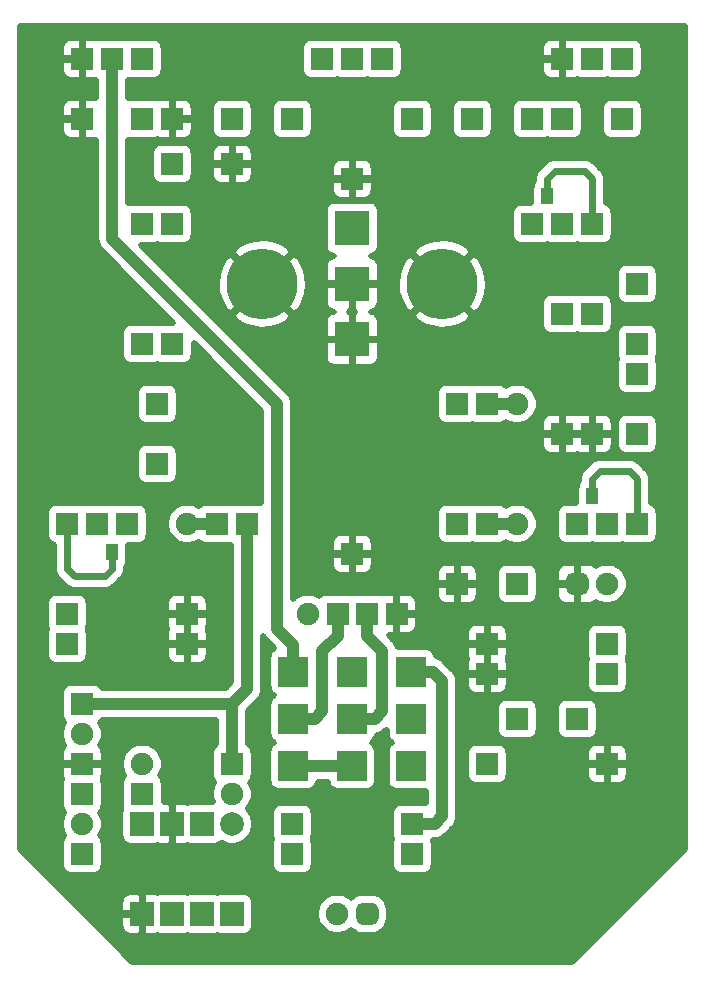
<source format=gbr>
G04 #@! TF.GenerationSoftware,KiCad,Pcbnew,5.1.6-c6e7f7d~87~ubuntu19.10.1*
G04 #@! TF.CreationDate,2022-01-09T06:01:27+06:00*
G04 #@! TF.ProjectId,edamamer_r1a,6564616d-616d-4657-925f-7231612e6b69,1A*
G04 #@! TF.SameCoordinates,Original*
G04 #@! TF.FileFunction,Copper,L1,Top*
G04 #@! TF.FilePolarity,Positive*
%FSLAX46Y46*%
G04 Gerber Fmt 4.6, Leading zero omitted, Abs format (unit mm)*
G04 Created by KiCad (PCBNEW 5.1.6-c6e7f7d~87~ubuntu19.10.1) date 2022-01-09 06:01:27*
%MOMM*%
%LPD*%
G01*
G04 APERTURE LIST*
G04 #@! TA.AperFunction,ComponentPad*
%ADD10R,2.500000X2.500000*%
G04 #@! TD*
G04 #@! TA.AperFunction,ComponentPad*
%ADD11C,6.000000*%
G04 #@! TD*
G04 #@! TA.AperFunction,ComponentPad*
%ADD12R,1.900000X1.900000*%
G04 #@! TD*
G04 #@! TA.AperFunction,SMDPad,CuDef*
%ADD13R,1.000000X1.400000*%
G04 #@! TD*
G04 #@! TA.AperFunction,ComponentPad*
%ADD14C,1.900000*%
G04 #@! TD*
G04 #@! TA.AperFunction,ComponentPad*
%ADD15C,2.000000*%
G04 #@! TD*
G04 #@! TA.AperFunction,ComponentPad*
%ADD16R,2.000000X2.000000*%
G04 #@! TD*
G04 #@! TA.AperFunction,ComponentPad*
%ADD17R,3.000000X3.000000*%
G04 #@! TD*
G04 #@! TA.AperFunction,Conductor*
%ADD18C,1.000000*%
G04 #@! TD*
G04 #@! TA.AperFunction,Conductor*
%ADD19C,0.600000*%
G04 #@! TD*
G04 #@! TA.AperFunction,Conductor*
%ADD20C,0.500000*%
G04 #@! TD*
G04 APERTURE END LIST*
D10*
X110410000Y-184150000D03*
X110410000Y-188150000D03*
X110410000Y-180150000D03*
X105410000Y-184150000D03*
X105410000Y-188150000D03*
X105410000Y-180150000D03*
X100410000Y-180150000D03*
X100410000Y-184150000D03*
X100410000Y-188150000D03*
D11*
X97790000Y-147320000D03*
X113030000Y-147320000D03*
D12*
X86360000Y-167640000D03*
X83820000Y-167640000D03*
X81280000Y-167640000D03*
D13*
X85090000Y-170010000D03*
X121920000Y-139870000D03*
D12*
X125730000Y-142240000D03*
X123190000Y-142240000D03*
X120650000Y-142240000D03*
D13*
X125730000Y-165270000D03*
D12*
X129540000Y-167640000D03*
X127000000Y-167640000D03*
X124460000Y-167640000D03*
X87630000Y-128270000D03*
X85090000Y-128270000D03*
X82550000Y-128270000D03*
X102870000Y-128270000D03*
X105410000Y-128270000D03*
X107950000Y-128270000D03*
X128270000Y-128270000D03*
X125730000Y-128270000D03*
X123190000Y-128270000D03*
D14*
X91440000Y-167640000D03*
D12*
X93980000Y-167640000D03*
X96520000Y-167640000D03*
D14*
X119380000Y-157480000D03*
D12*
X116840000Y-157480000D03*
X114300000Y-157480000D03*
D14*
X119380000Y-167640000D03*
D12*
X116840000Y-167640000D03*
X114300000Y-167640000D03*
X95250000Y-187960000D03*
D14*
X87630000Y-187960000D03*
D12*
X87630000Y-190500000D03*
D14*
X95250000Y-190500000D03*
D15*
X95250000Y-193040000D03*
D16*
X92710000Y-193040000D03*
X90170000Y-193040000D03*
X87630000Y-193040000D03*
X87630000Y-200660000D03*
X90170000Y-200660000D03*
X92710000Y-200660000D03*
X95250000Y-200660000D03*
D12*
X82550000Y-182880000D03*
D14*
X82550000Y-185420000D03*
D12*
X82550000Y-187960000D03*
X82550000Y-190500000D03*
D14*
X82550000Y-193040000D03*
D12*
X82550000Y-195580000D03*
X87630000Y-133350000D03*
X82550000Y-133350000D03*
X90170000Y-137160000D03*
X95250000Y-137160000D03*
X123190000Y-133350000D03*
X128270000Y-133350000D03*
X129540000Y-160020000D03*
X129540000Y-154940000D03*
X119380000Y-172720000D03*
X114300000Y-172720000D03*
G04 #@! TA.AperFunction,ComponentPad*
G36*
G01*
X125410000Y-172340000D02*
X125410000Y-173100000D01*
G75*
G02*
X124840000Y-173670000I-570000J0D01*
G01*
X124080000Y-173670000D01*
G75*
G02*
X123510000Y-173100000I0J570000D01*
G01*
X123510000Y-172340000D01*
G75*
G02*
X124080000Y-171770000I570000J0D01*
G01*
X124840000Y-171770000D01*
G75*
G02*
X125410000Y-172340000I0J-570000D01*
G01*
G37*
G04 #@! TD.AperFunction*
D14*
X127000000Y-172720000D03*
D12*
X116840000Y-187960000D03*
X127000000Y-187960000D03*
X109160000Y-175260000D03*
X106660000Y-175260000D03*
X104160000Y-175260000D03*
D14*
X101660000Y-175260000D03*
D12*
X105410000Y-138430000D03*
D17*
X105410000Y-142620000D03*
X105410000Y-147320000D03*
X105410000Y-152020000D03*
D12*
X81280000Y-175260000D03*
X91440000Y-175260000D03*
X123190000Y-149860000D03*
X123190000Y-160020000D03*
X125730000Y-149860000D03*
X125730000Y-160020000D03*
X90170000Y-152400000D03*
X90170000Y-142240000D03*
X81280000Y-177800000D03*
X91440000Y-177800000D03*
D14*
X104140000Y-200660000D03*
G04 #@! TA.AperFunction,ComponentPad*
G36*
G01*
X105730000Y-201040000D02*
X105730000Y-200280000D01*
G75*
G02*
X106300000Y-199710000I570000J0D01*
G01*
X107060000Y-199710000D01*
G75*
G02*
X107630000Y-200280000I0J-570000D01*
G01*
X107630000Y-201040000D01*
G75*
G02*
X107060000Y-201610000I-570000J0D01*
G01*
X106300000Y-201610000D01*
G75*
G02*
X105730000Y-201040000I0J570000D01*
G01*
G37*
G04 #@! TD.AperFunction*
D12*
X110490000Y-133350000D03*
X100330000Y-133350000D03*
X87630000Y-152400000D03*
X87630000Y-142240000D03*
X127000000Y-180340000D03*
X116840000Y-180340000D03*
X127000000Y-177800000D03*
X116840000Y-177800000D03*
X124460000Y-184150000D03*
X119380000Y-184150000D03*
X95250000Y-133350000D03*
X90170000Y-133350000D03*
X88900000Y-157480000D03*
X88900000Y-162560000D03*
X129540000Y-147320000D03*
X129540000Y-152400000D03*
X120650000Y-133350000D03*
X115570000Y-133350000D03*
X110490000Y-195580000D03*
X100330000Y-195580000D03*
X100330000Y-193040000D03*
X110490000Y-193040000D03*
X105410000Y-170180000D03*
D18*
X110410000Y-180150000D02*
X112205000Y-180150000D01*
X112205000Y-180150000D02*
X113030000Y-180975000D01*
X113030000Y-180975000D02*
X113030000Y-192405000D01*
X112395000Y-193040000D02*
X113030000Y-192405000D01*
X110490000Y-193040000D02*
X112395000Y-193040000D01*
X105410000Y-184150000D02*
X107315000Y-184150000D01*
X107315000Y-184150000D02*
X107950000Y-183515000D01*
X107950000Y-183515000D02*
X107950000Y-178435000D01*
X106660000Y-177145000D02*
X107950000Y-178435000D01*
X106660000Y-175260000D02*
X106660000Y-177145000D01*
X100410000Y-188150000D02*
X105410000Y-188150000D01*
X99060000Y-176530000D02*
X100410000Y-177880000D01*
X100410000Y-177880000D02*
X100410000Y-180150000D01*
X99060000Y-157480000D02*
X99060000Y-176530000D01*
X85090000Y-143510000D02*
X99060000Y-157480000D01*
X85090000Y-128270000D02*
X85090000Y-143510000D01*
X102235000Y-184150000D02*
X100410000Y-184150000D01*
X102235000Y-184150000D02*
X102870000Y-183515000D01*
X102870000Y-183515000D02*
X102870000Y-178435000D01*
X104160000Y-177145000D02*
X102870000Y-178435000D01*
X104160000Y-175260000D02*
X104160000Y-177145000D01*
X91440000Y-167640000D02*
X93980000Y-167640000D01*
D19*
X128905000Y-163195000D02*
X129540000Y-163830000D01*
X129540000Y-163830000D02*
X129540000Y-167640000D01*
X125730000Y-165270000D02*
X125730000Y-163830000D01*
X126365000Y-163195000D02*
X128905000Y-163195000D01*
X125730000Y-163830000D02*
X126365000Y-163195000D01*
D18*
X116840000Y-157480000D02*
X119380000Y-157480000D01*
D19*
X81915000Y-172085000D02*
X81280000Y-171450000D01*
X84455000Y-172085000D02*
X81915000Y-172085000D01*
X81280000Y-171450000D02*
X81280000Y-167640000D01*
X85090000Y-171450000D02*
X84455000Y-172085000D01*
X85090000Y-170010000D02*
X85090000Y-171450000D01*
D18*
X116840000Y-167640000D02*
X119380000Y-167640000D01*
D19*
X125095000Y-137795000D02*
X125730000Y-138430000D01*
X125730000Y-138430000D02*
X125730000Y-142240000D01*
X121920000Y-139870000D02*
X121920000Y-138430000D01*
X122555000Y-137795000D02*
X125095000Y-137795000D01*
X121920000Y-138430000D02*
X122555000Y-137795000D01*
D18*
X95250000Y-182880000D02*
X96520000Y-181610000D01*
X82550000Y-182880000D02*
X95250000Y-182880000D01*
X95250000Y-187960000D02*
X95250000Y-182880000D01*
X96520000Y-181610000D02*
X96520000Y-167640000D01*
D20*
G36*
X133570001Y-195145075D02*
G01*
X124025077Y-204690000D01*
X86794924Y-204690000D01*
X83764924Y-201660000D01*
X85775887Y-201660000D01*
X85792299Y-201826629D01*
X85840902Y-201986855D01*
X85919831Y-202134520D01*
X86026051Y-202263949D01*
X86155480Y-202370169D01*
X86303145Y-202449098D01*
X86463371Y-202497701D01*
X86630000Y-202514113D01*
X87367500Y-202510000D01*
X87580000Y-202297500D01*
X87580000Y-200710000D01*
X85992500Y-200710000D01*
X85780000Y-200922500D01*
X85775887Y-201660000D01*
X83764924Y-201660000D01*
X81764924Y-199660000D01*
X85775887Y-199660000D01*
X85780000Y-200397500D01*
X85992500Y-200610000D01*
X87580000Y-200610000D01*
X87580000Y-199022500D01*
X87680000Y-199022500D01*
X87680000Y-200610000D01*
X87700000Y-200610000D01*
X87700000Y-200710000D01*
X87680000Y-200710000D01*
X87680000Y-202297500D01*
X87892500Y-202510000D01*
X88630000Y-202514113D01*
X88796629Y-202497701D01*
X88900002Y-202466344D01*
X89003371Y-202497700D01*
X89170000Y-202514112D01*
X91170000Y-202514112D01*
X91336629Y-202497700D01*
X91440000Y-202466343D01*
X91543371Y-202497700D01*
X91710000Y-202514112D01*
X93710000Y-202514112D01*
X93876629Y-202497700D01*
X93980000Y-202466343D01*
X94083371Y-202497700D01*
X94250000Y-202514112D01*
X96250000Y-202514112D01*
X96416629Y-202497700D01*
X96576855Y-202449097D01*
X96724519Y-202370168D01*
X96853948Y-202263948D01*
X96960168Y-202134519D01*
X97039097Y-201986855D01*
X97087700Y-201826629D01*
X97104112Y-201660000D01*
X97104112Y-200482716D01*
X102340000Y-200482716D01*
X102340000Y-200837284D01*
X102409173Y-201185041D01*
X102544861Y-201512620D01*
X102741849Y-201807433D01*
X102992567Y-202058151D01*
X103287380Y-202255139D01*
X103614959Y-202390827D01*
X103962716Y-202460000D01*
X104317284Y-202460000D01*
X104665041Y-202390827D01*
X104992620Y-202255139D01*
X105287433Y-202058151D01*
X105296068Y-202049516D01*
X105508806Y-202224106D01*
X105755016Y-202355708D01*
X106022170Y-202436748D01*
X106300000Y-202464112D01*
X107060000Y-202464112D01*
X107337830Y-202436748D01*
X107604984Y-202355708D01*
X107851194Y-202224106D01*
X108066999Y-202046999D01*
X108244106Y-201831194D01*
X108375708Y-201584984D01*
X108456748Y-201317830D01*
X108484112Y-201040000D01*
X108484112Y-200280000D01*
X108456748Y-200002170D01*
X108375708Y-199735016D01*
X108244106Y-199488806D01*
X108066999Y-199273001D01*
X107851194Y-199095894D01*
X107604984Y-198964292D01*
X107337830Y-198883252D01*
X107060000Y-198855888D01*
X106300000Y-198855888D01*
X106022170Y-198883252D01*
X105755016Y-198964292D01*
X105508806Y-199095894D01*
X105296068Y-199270484D01*
X105287433Y-199261849D01*
X104992620Y-199064861D01*
X104665041Y-198929173D01*
X104317284Y-198860000D01*
X103962716Y-198860000D01*
X103614959Y-198929173D01*
X103287380Y-199064861D01*
X102992567Y-199261849D01*
X102741849Y-199512567D01*
X102544861Y-199807380D01*
X102409173Y-200134959D01*
X102340000Y-200482716D01*
X97104112Y-200482716D01*
X97104112Y-199660000D01*
X97087700Y-199493371D01*
X97039097Y-199333145D01*
X96960168Y-199185481D01*
X96853948Y-199056052D01*
X96724519Y-198949832D01*
X96576855Y-198870903D01*
X96416629Y-198822300D01*
X96250000Y-198805888D01*
X94250000Y-198805888D01*
X94083371Y-198822300D01*
X93980000Y-198853657D01*
X93876629Y-198822300D01*
X93710000Y-198805888D01*
X91710000Y-198805888D01*
X91543371Y-198822300D01*
X91440000Y-198853657D01*
X91336629Y-198822300D01*
X91170000Y-198805888D01*
X89170000Y-198805888D01*
X89003371Y-198822300D01*
X88900002Y-198853656D01*
X88796629Y-198822299D01*
X88630000Y-198805887D01*
X87892500Y-198810000D01*
X87680000Y-199022500D01*
X87580000Y-199022500D01*
X87367500Y-198810000D01*
X86630000Y-198805887D01*
X86463371Y-198822299D01*
X86303145Y-198870902D01*
X86155480Y-198949831D01*
X86026051Y-199056051D01*
X85919831Y-199185480D01*
X85840902Y-199333145D01*
X85792299Y-199493371D01*
X85775887Y-199660000D01*
X81764924Y-199660000D01*
X77250000Y-195145077D01*
X77250000Y-188910000D01*
X80745887Y-188910000D01*
X80762299Y-189076629D01*
X80808823Y-189230002D01*
X80762300Y-189383371D01*
X80745888Y-189550000D01*
X80745888Y-191450000D01*
X80762300Y-191616629D01*
X80810903Y-191776855D01*
X80889832Y-191924519D01*
X80996052Y-192053948D01*
X81027030Y-192079371D01*
X80954861Y-192187380D01*
X80819173Y-192514959D01*
X80750000Y-192862716D01*
X80750000Y-193217284D01*
X80819173Y-193565041D01*
X80954861Y-193892620D01*
X81027030Y-194000629D01*
X80996052Y-194026052D01*
X80889832Y-194155481D01*
X80810903Y-194303145D01*
X80762300Y-194463371D01*
X80745888Y-194630000D01*
X80745888Y-196530000D01*
X80762300Y-196696629D01*
X80810903Y-196856855D01*
X80889832Y-197004519D01*
X80996052Y-197133948D01*
X81125481Y-197240168D01*
X81273145Y-197319097D01*
X81433371Y-197367700D01*
X81600000Y-197384112D01*
X83500000Y-197384112D01*
X83666629Y-197367700D01*
X83826855Y-197319097D01*
X83974519Y-197240168D01*
X84103948Y-197133948D01*
X84210168Y-197004519D01*
X84289097Y-196856855D01*
X84337700Y-196696629D01*
X84354112Y-196530000D01*
X84354112Y-194630000D01*
X84337700Y-194463371D01*
X84289097Y-194303145D01*
X84210168Y-194155481D01*
X84103948Y-194026052D01*
X84072970Y-194000629D01*
X84145139Y-193892620D01*
X84280827Y-193565041D01*
X84350000Y-193217284D01*
X84350000Y-192862716D01*
X84280827Y-192514959D01*
X84145139Y-192187380D01*
X84072970Y-192079371D01*
X84103948Y-192053948D01*
X84115394Y-192040000D01*
X85775888Y-192040000D01*
X85775888Y-194040000D01*
X85792300Y-194206629D01*
X85840903Y-194366855D01*
X85919832Y-194514519D01*
X86026052Y-194643948D01*
X86155481Y-194750168D01*
X86303145Y-194829097D01*
X86463371Y-194877700D01*
X86630000Y-194894112D01*
X88630000Y-194894112D01*
X88796629Y-194877700D01*
X88899998Y-194846344D01*
X89003371Y-194877701D01*
X89170000Y-194894113D01*
X89907500Y-194890000D01*
X90120000Y-194677500D01*
X90120000Y-193090000D01*
X90100000Y-193090000D01*
X90100000Y-192990000D01*
X90120000Y-192990000D01*
X90120000Y-191402500D01*
X89907500Y-191190000D01*
X89434112Y-191187360D01*
X89434112Y-189550000D01*
X89417700Y-189383371D01*
X89369097Y-189223145D01*
X89290168Y-189075481D01*
X89183948Y-188946052D01*
X89152970Y-188920629D01*
X89225139Y-188812620D01*
X89360827Y-188485041D01*
X89430000Y-188137284D01*
X89430000Y-187782716D01*
X89360827Y-187434959D01*
X89225139Y-187107380D01*
X89028151Y-186812567D01*
X88777433Y-186561849D01*
X88482620Y-186364861D01*
X88155041Y-186229173D01*
X87807284Y-186160000D01*
X87452716Y-186160000D01*
X87104959Y-186229173D01*
X86777380Y-186364861D01*
X86482567Y-186561849D01*
X86231849Y-186812567D01*
X86034861Y-187107380D01*
X85899173Y-187434959D01*
X85830000Y-187782716D01*
X85830000Y-188137284D01*
X85899173Y-188485041D01*
X86034861Y-188812620D01*
X86107030Y-188920629D01*
X86076052Y-188946052D01*
X85969832Y-189075481D01*
X85890903Y-189223145D01*
X85842300Y-189383371D01*
X85825888Y-189550000D01*
X85825888Y-191450000D01*
X85842300Y-191616629D01*
X85860472Y-191676535D01*
X85840903Y-191713145D01*
X85792300Y-191873371D01*
X85775888Y-192040000D01*
X84115394Y-192040000D01*
X84210168Y-191924519D01*
X84289097Y-191776855D01*
X84337700Y-191616629D01*
X84354112Y-191450000D01*
X84354112Y-189550000D01*
X84337700Y-189383371D01*
X84291177Y-189230002D01*
X84337701Y-189076629D01*
X84354113Y-188910000D01*
X84350000Y-188222500D01*
X84137500Y-188010000D01*
X82600000Y-188010000D01*
X82600000Y-188030000D01*
X82500000Y-188030000D01*
X82500000Y-188010000D01*
X80962500Y-188010000D01*
X80750000Y-188222500D01*
X80745887Y-188910000D01*
X77250000Y-188910000D01*
X77250000Y-187010000D01*
X80745887Y-187010000D01*
X80750000Y-187697500D01*
X80962500Y-187910000D01*
X82500000Y-187910000D01*
X82500000Y-187890000D01*
X82600000Y-187890000D01*
X82600000Y-187910000D01*
X84137500Y-187910000D01*
X84350000Y-187697500D01*
X84354113Y-187010000D01*
X84337701Y-186843371D01*
X84289098Y-186683145D01*
X84210169Y-186535480D01*
X84103949Y-186406051D01*
X84072971Y-186380628D01*
X84145139Y-186272620D01*
X84280827Y-185945041D01*
X84350000Y-185597284D01*
X84350000Y-185242716D01*
X84280827Y-184894959D01*
X84145139Y-184567380D01*
X84072970Y-184459371D01*
X84103948Y-184433948D01*
X84210168Y-184304519D01*
X84250000Y-184230000D01*
X93900001Y-184230000D01*
X93900000Y-186260000D01*
X93825481Y-186299832D01*
X93696052Y-186406052D01*
X93589832Y-186535481D01*
X93510903Y-186683145D01*
X93462300Y-186843371D01*
X93445888Y-187010000D01*
X93445888Y-188910000D01*
X93462300Y-189076629D01*
X93510903Y-189236855D01*
X93589832Y-189384519D01*
X93696052Y-189513948D01*
X93727030Y-189539371D01*
X93654861Y-189647380D01*
X93519173Y-189974959D01*
X93450000Y-190322716D01*
X93450000Y-190677284D01*
X93519173Y-191025041D01*
X93585798Y-191185888D01*
X91710000Y-191185888D01*
X91543371Y-191202300D01*
X91440002Y-191233656D01*
X91336629Y-191202299D01*
X91170000Y-191185887D01*
X90432500Y-191190000D01*
X90220000Y-191402500D01*
X90220000Y-192990000D01*
X90240000Y-192990000D01*
X90240000Y-193090000D01*
X90220000Y-193090000D01*
X90220000Y-194677500D01*
X90432500Y-194890000D01*
X91170000Y-194894113D01*
X91336629Y-194877701D01*
X91440002Y-194846344D01*
X91543371Y-194877700D01*
X91710000Y-194894112D01*
X93710000Y-194894112D01*
X93876629Y-194877700D01*
X94036855Y-194829097D01*
X94184519Y-194750168D01*
X94313948Y-194643948D01*
X94316292Y-194641092D01*
X94373697Y-194679448D01*
X94710375Y-194818905D01*
X95067791Y-194890000D01*
X95432209Y-194890000D01*
X95789625Y-194818905D01*
X96126303Y-194679448D01*
X96429306Y-194476989D01*
X96686989Y-194219306D01*
X96889448Y-193916303D01*
X97028905Y-193579625D01*
X97100000Y-193222209D01*
X97100000Y-192857791D01*
X97028905Y-192500375D01*
X96889448Y-192163697D01*
X96840206Y-192090000D01*
X98525888Y-192090000D01*
X98525888Y-193990000D01*
X98542300Y-194156629D01*
X98588824Y-194310000D01*
X98542300Y-194463371D01*
X98525888Y-194630000D01*
X98525888Y-196530000D01*
X98542300Y-196696629D01*
X98590903Y-196856855D01*
X98669832Y-197004519D01*
X98776052Y-197133948D01*
X98905481Y-197240168D01*
X99053145Y-197319097D01*
X99213371Y-197367700D01*
X99380000Y-197384112D01*
X101280000Y-197384112D01*
X101446629Y-197367700D01*
X101606855Y-197319097D01*
X101754519Y-197240168D01*
X101883948Y-197133948D01*
X101990168Y-197004519D01*
X102069097Y-196856855D01*
X102117700Y-196696629D01*
X102134112Y-196530000D01*
X102134112Y-194630000D01*
X102117700Y-194463371D01*
X102071176Y-194310000D01*
X102117700Y-194156629D01*
X102134112Y-193990000D01*
X102134112Y-192090000D01*
X102117700Y-191923371D01*
X102069097Y-191763145D01*
X101990168Y-191615481D01*
X101883948Y-191486052D01*
X101754519Y-191379832D01*
X101606855Y-191300903D01*
X101446629Y-191252300D01*
X101280000Y-191235888D01*
X99380000Y-191235888D01*
X99213371Y-191252300D01*
X99053145Y-191300903D01*
X98905481Y-191379832D01*
X98776052Y-191486052D01*
X98669832Y-191615481D01*
X98590903Y-191763145D01*
X98542300Y-191923371D01*
X98525888Y-192090000D01*
X96840206Y-192090000D01*
X96686989Y-191860694D01*
X96560940Y-191734645D01*
X96648151Y-191647433D01*
X96845139Y-191352620D01*
X96980827Y-191025041D01*
X97050000Y-190677284D01*
X97050000Y-190322716D01*
X96980827Y-189974959D01*
X96845139Y-189647380D01*
X96772970Y-189539371D01*
X96803948Y-189513948D01*
X96910168Y-189384519D01*
X96989097Y-189236855D01*
X97037700Y-189076629D01*
X97054112Y-188910000D01*
X97054112Y-187010000D01*
X97037700Y-186843371D01*
X96989097Y-186683145D01*
X96910168Y-186535481D01*
X96803948Y-186406052D01*
X96674519Y-186299832D01*
X96600000Y-186260000D01*
X96600000Y-183439188D01*
X97427706Y-182611483D01*
X97479212Y-182569213D01*
X97521483Y-182517706D01*
X97521490Y-182517699D01*
X97647915Y-182363650D01*
X97765259Y-182144113D01*
X97773272Y-182129122D01*
X97850467Y-181874646D01*
X97870000Y-181676321D01*
X97870000Y-181676312D01*
X97876531Y-181610001D01*
X97870000Y-181543690D01*
X97870000Y-177167495D01*
X97932085Y-177283649D01*
X98058510Y-177437698D01*
X98058514Y-177437702D01*
X98100788Y-177489213D01*
X98152299Y-177531487D01*
X98767046Y-178146234D01*
X98685481Y-178189832D01*
X98556052Y-178296052D01*
X98449832Y-178425481D01*
X98370903Y-178573145D01*
X98322300Y-178733371D01*
X98305888Y-178900000D01*
X98305888Y-181400000D01*
X98322300Y-181566629D01*
X98370903Y-181726855D01*
X98449832Y-181874519D01*
X98556052Y-182003948D01*
X98685481Y-182110168D01*
X98760001Y-182150000D01*
X98685481Y-182189832D01*
X98556052Y-182296052D01*
X98449832Y-182425481D01*
X98370903Y-182573145D01*
X98322300Y-182733371D01*
X98305888Y-182900000D01*
X98305888Y-185400000D01*
X98322300Y-185566629D01*
X98370903Y-185726855D01*
X98449832Y-185874519D01*
X98556052Y-186003948D01*
X98685481Y-186110168D01*
X98760001Y-186150000D01*
X98685481Y-186189832D01*
X98556052Y-186296052D01*
X98449832Y-186425481D01*
X98370903Y-186573145D01*
X98322300Y-186733371D01*
X98305888Y-186900000D01*
X98305888Y-189400000D01*
X98322300Y-189566629D01*
X98370903Y-189726855D01*
X98449832Y-189874519D01*
X98556052Y-190003948D01*
X98685481Y-190110168D01*
X98833145Y-190189097D01*
X98993371Y-190237700D01*
X99160000Y-190254112D01*
X101660000Y-190254112D01*
X101826629Y-190237700D01*
X101986855Y-190189097D01*
X102134519Y-190110168D01*
X102263948Y-190003948D01*
X102370168Y-189874519D01*
X102449097Y-189726855D01*
X102497700Y-189566629D01*
X102504263Y-189500000D01*
X103315737Y-189500000D01*
X103322300Y-189566629D01*
X103370903Y-189726855D01*
X103449832Y-189874519D01*
X103556052Y-190003948D01*
X103685481Y-190110168D01*
X103833145Y-190189097D01*
X103993371Y-190237700D01*
X104160000Y-190254112D01*
X106660000Y-190254112D01*
X106826629Y-190237700D01*
X106986855Y-190189097D01*
X107134519Y-190110168D01*
X107263948Y-190003948D01*
X107370168Y-189874519D01*
X107449097Y-189726855D01*
X107497700Y-189566629D01*
X107514112Y-189400000D01*
X107514112Y-186900000D01*
X107497700Y-186733371D01*
X107449097Y-186573145D01*
X107370168Y-186425481D01*
X107263948Y-186296052D01*
X107134519Y-186189832D01*
X107059999Y-186150000D01*
X107134519Y-186110168D01*
X107263948Y-186003948D01*
X107370168Y-185874519D01*
X107449097Y-185726855D01*
X107497700Y-185566629D01*
X107505467Y-185487773D01*
X107579646Y-185480467D01*
X107834122Y-185403272D01*
X108068649Y-185277915D01*
X108274213Y-185109213D01*
X108307266Y-185068938D01*
X108305887Y-185400000D01*
X108322299Y-185566629D01*
X108370902Y-185726855D01*
X108449831Y-185874520D01*
X108556051Y-186003949D01*
X108685480Y-186110169D01*
X108759999Y-186150001D01*
X108685481Y-186189832D01*
X108556052Y-186296052D01*
X108449832Y-186425481D01*
X108370903Y-186573145D01*
X108322300Y-186733371D01*
X108305888Y-186900000D01*
X108305888Y-189400000D01*
X108322300Y-189566629D01*
X108370903Y-189726855D01*
X108449832Y-189874519D01*
X108556052Y-190003948D01*
X108685481Y-190110168D01*
X108833145Y-190189097D01*
X108993371Y-190237700D01*
X109160000Y-190254112D01*
X111660000Y-190254112D01*
X111680001Y-190252142D01*
X111680001Y-191274557D01*
X111606629Y-191252300D01*
X111440000Y-191235888D01*
X109540000Y-191235888D01*
X109373371Y-191252300D01*
X109213145Y-191300903D01*
X109065481Y-191379832D01*
X108936052Y-191486052D01*
X108829832Y-191615481D01*
X108750903Y-191763145D01*
X108702300Y-191923371D01*
X108685888Y-192090000D01*
X108685888Y-193990000D01*
X108702300Y-194156629D01*
X108748824Y-194310000D01*
X108702300Y-194463371D01*
X108685888Y-194630000D01*
X108685888Y-196530000D01*
X108702300Y-196696629D01*
X108750903Y-196856855D01*
X108829832Y-197004519D01*
X108936052Y-197133948D01*
X109065481Y-197240168D01*
X109213145Y-197319097D01*
X109373371Y-197367700D01*
X109540000Y-197384112D01*
X111440000Y-197384112D01*
X111606629Y-197367700D01*
X111766855Y-197319097D01*
X111914519Y-197240168D01*
X112043948Y-197133948D01*
X112150168Y-197004519D01*
X112229097Y-196856855D01*
X112277700Y-196696629D01*
X112294112Y-196530000D01*
X112294112Y-194630000D01*
X112277700Y-194463371D01*
X112255444Y-194390000D01*
X112328681Y-194390000D01*
X112395000Y-194396532D01*
X112461319Y-194390000D01*
X112461321Y-194390000D01*
X112659646Y-194370467D01*
X112914122Y-194293272D01*
X113148649Y-194167915D01*
X113354213Y-193999213D01*
X113396492Y-193947696D01*
X113937692Y-193406495D01*
X113989213Y-193364213D01*
X114157915Y-193158649D01*
X114248060Y-192990000D01*
X114283272Y-192924123D01*
X114303393Y-192857791D01*
X114360467Y-192669646D01*
X114380000Y-192471321D01*
X114380000Y-192471319D01*
X114386532Y-192405000D01*
X114380000Y-192338681D01*
X114380000Y-187010000D01*
X115035888Y-187010000D01*
X115035888Y-188910000D01*
X115052300Y-189076629D01*
X115100903Y-189236855D01*
X115179832Y-189384519D01*
X115286052Y-189513948D01*
X115415481Y-189620168D01*
X115563145Y-189699097D01*
X115723371Y-189747700D01*
X115890000Y-189764112D01*
X117790000Y-189764112D01*
X117956629Y-189747700D01*
X118116855Y-189699097D01*
X118264519Y-189620168D01*
X118393948Y-189513948D01*
X118500168Y-189384519D01*
X118579097Y-189236855D01*
X118627700Y-189076629D01*
X118644112Y-188910000D01*
X125195887Y-188910000D01*
X125212299Y-189076629D01*
X125260902Y-189236855D01*
X125339831Y-189384520D01*
X125446051Y-189513949D01*
X125575480Y-189620169D01*
X125723145Y-189699098D01*
X125883371Y-189747701D01*
X126050000Y-189764113D01*
X126737500Y-189760000D01*
X126950000Y-189547500D01*
X126950000Y-188010000D01*
X127050000Y-188010000D01*
X127050000Y-189547500D01*
X127262500Y-189760000D01*
X127950000Y-189764113D01*
X128116629Y-189747701D01*
X128276855Y-189699098D01*
X128424520Y-189620169D01*
X128553949Y-189513949D01*
X128660169Y-189384520D01*
X128739098Y-189236855D01*
X128787701Y-189076629D01*
X128804113Y-188910000D01*
X128800000Y-188222500D01*
X128587500Y-188010000D01*
X127050000Y-188010000D01*
X126950000Y-188010000D01*
X125412500Y-188010000D01*
X125200000Y-188222500D01*
X125195887Y-188910000D01*
X118644112Y-188910000D01*
X118644112Y-187010000D01*
X125195887Y-187010000D01*
X125200000Y-187697500D01*
X125412500Y-187910000D01*
X126950000Y-187910000D01*
X126950000Y-186372500D01*
X127050000Y-186372500D01*
X127050000Y-187910000D01*
X128587500Y-187910000D01*
X128800000Y-187697500D01*
X128804113Y-187010000D01*
X128787701Y-186843371D01*
X128739098Y-186683145D01*
X128660169Y-186535480D01*
X128553949Y-186406051D01*
X128424520Y-186299831D01*
X128276855Y-186220902D01*
X128116629Y-186172299D01*
X127950000Y-186155887D01*
X127262500Y-186160000D01*
X127050000Y-186372500D01*
X126950000Y-186372500D01*
X126737500Y-186160000D01*
X126050000Y-186155887D01*
X125883371Y-186172299D01*
X125723145Y-186220902D01*
X125575480Y-186299831D01*
X125446051Y-186406051D01*
X125339831Y-186535480D01*
X125260902Y-186683145D01*
X125212299Y-186843371D01*
X125195887Y-187010000D01*
X118644112Y-187010000D01*
X118627700Y-186843371D01*
X118579097Y-186683145D01*
X118500168Y-186535481D01*
X118393948Y-186406052D01*
X118264519Y-186299832D01*
X118116855Y-186220903D01*
X117956629Y-186172300D01*
X117790000Y-186155888D01*
X115890000Y-186155888D01*
X115723371Y-186172300D01*
X115563145Y-186220903D01*
X115415481Y-186299832D01*
X115286052Y-186406052D01*
X115179832Y-186535481D01*
X115100903Y-186683145D01*
X115052300Y-186843371D01*
X115035888Y-187010000D01*
X114380000Y-187010000D01*
X114380000Y-183200000D01*
X117575888Y-183200000D01*
X117575888Y-185100000D01*
X117592300Y-185266629D01*
X117640903Y-185426855D01*
X117719832Y-185574519D01*
X117826052Y-185703948D01*
X117955481Y-185810168D01*
X118103145Y-185889097D01*
X118263371Y-185937700D01*
X118430000Y-185954112D01*
X120330000Y-185954112D01*
X120496629Y-185937700D01*
X120656855Y-185889097D01*
X120804519Y-185810168D01*
X120933948Y-185703948D01*
X121040168Y-185574519D01*
X121119097Y-185426855D01*
X121167700Y-185266629D01*
X121184112Y-185100000D01*
X121184112Y-183200000D01*
X122655888Y-183200000D01*
X122655888Y-185100000D01*
X122672300Y-185266629D01*
X122720903Y-185426855D01*
X122799832Y-185574519D01*
X122906052Y-185703948D01*
X123035481Y-185810168D01*
X123183145Y-185889097D01*
X123343371Y-185937700D01*
X123510000Y-185954112D01*
X125410000Y-185954112D01*
X125576629Y-185937700D01*
X125736855Y-185889097D01*
X125884519Y-185810168D01*
X126013948Y-185703948D01*
X126120168Y-185574519D01*
X126199097Y-185426855D01*
X126247700Y-185266629D01*
X126264112Y-185100000D01*
X126264112Y-183200000D01*
X126247700Y-183033371D01*
X126199097Y-182873145D01*
X126120168Y-182725481D01*
X126013948Y-182596052D01*
X125884519Y-182489832D01*
X125736855Y-182410903D01*
X125576629Y-182362300D01*
X125410000Y-182345888D01*
X123510000Y-182345888D01*
X123343371Y-182362300D01*
X123183145Y-182410903D01*
X123035481Y-182489832D01*
X122906052Y-182596052D01*
X122799832Y-182725481D01*
X122720903Y-182873145D01*
X122672300Y-183033371D01*
X122655888Y-183200000D01*
X121184112Y-183200000D01*
X121167700Y-183033371D01*
X121119097Y-182873145D01*
X121040168Y-182725481D01*
X120933948Y-182596052D01*
X120804519Y-182489832D01*
X120656855Y-182410903D01*
X120496629Y-182362300D01*
X120330000Y-182345888D01*
X118430000Y-182345888D01*
X118263371Y-182362300D01*
X118103145Y-182410903D01*
X117955481Y-182489832D01*
X117826052Y-182596052D01*
X117719832Y-182725481D01*
X117640903Y-182873145D01*
X117592300Y-183033371D01*
X117575888Y-183200000D01*
X114380000Y-183200000D01*
X114380000Y-181290000D01*
X115035887Y-181290000D01*
X115052299Y-181456629D01*
X115100902Y-181616855D01*
X115179831Y-181764520D01*
X115286051Y-181893949D01*
X115415480Y-182000169D01*
X115563145Y-182079098D01*
X115723371Y-182127701D01*
X115890000Y-182144113D01*
X116577500Y-182140000D01*
X116790000Y-181927500D01*
X116790000Y-180390000D01*
X116890000Y-180390000D01*
X116890000Y-181927500D01*
X117102500Y-182140000D01*
X117790000Y-182144113D01*
X117956629Y-182127701D01*
X118116855Y-182079098D01*
X118264520Y-182000169D01*
X118393949Y-181893949D01*
X118500169Y-181764520D01*
X118579098Y-181616855D01*
X118627701Y-181456629D01*
X118644113Y-181290000D01*
X118640000Y-180602500D01*
X118427500Y-180390000D01*
X116890000Y-180390000D01*
X116790000Y-180390000D01*
X115252500Y-180390000D01*
X115040000Y-180602500D01*
X115035887Y-181290000D01*
X114380000Y-181290000D01*
X114380000Y-181041310D01*
X114386531Y-180974999D01*
X114380000Y-180908688D01*
X114380000Y-180908679D01*
X114360467Y-180710354D01*
X114283272Y-180455878D01*
X114194609Y-180290000D01*
X114157915Y-180221350D01*
X114031490Y-180067302D01*
X114031487Y-180067299D01*
X113989212Y-180015787D01*
X113937701Y-179973513D01*
X113206491Y-179242303D01*
X113164213Y-179190787D01*
X112958649Y-179022085D01*
X112724122Y-178896728D01*
X112507312Y-178830959D01*
X112499338Y-178750000D01*
X115035887Y-178750000D01*
X115052299Y-178916629D01*
X115098823Y-179070000D01*
X115052299Y-179223371D01*
X115035887Y-179390000D01*
X115040000Y-180077500D01*
X115252500Y-180290000D01*
X116790000Y-180290000D01*
X116790000Y-177850000D01*
X116890000Y-177850000D01*
X116890000Y-180290000D01*
X118427500Y-180290000D01*
X118640000Y-180077500D01*
X118644113Y-179390000D01*
X118627701Y-179223371D01*
X118581177Y-179070000D01*
X118627701Y-178916629D01*
X118644113Y-178750000D01*
X118640000Y-178062500D01*
X118427500Y-177850000D01*
X116890000Y-177850000D01*
X116790000Y-177850000D01*
X115252500Y-177850000D01*
X115040000Y-178062500D01*
X115035887Y-178750000D01*
X112499338Y-178750000D01*
X112497700Y-178733371D01*
X112449097Y-178573145D01*
X112370168Y-178425481D01*
X112263948Y-178296052D01*
X112134519Y-178189832D01*
X111986855Y-178110903D01*
X111826629Y-178062300D01*
X111660000Y-178045888D01*
X109242710Y-178045888D01*
X109203272Y-177915878D01*
X109077915Y-177681351D01*
X108909213Y-177475787D01*
X108857697Y-177433509D01*
X108486646Y-177062458D01*
X108897500Y-177060000D01*
X109110000Y-176847500D01*
X109110000Y-175310000D01*
X109210000Y-175310000D01*
X109210000Y-176847500D01*
X109422500Y-177060000D01*
X110110000Y-177064113D01*
X110276629Y-177047701D01*
X110436855Y-176999098D01*
X110584520Y-176920169D01*
X110670020Y-176850000D01*
X115035887Y-176850000D01*
X115040000Y-177537500D01*
X115252500Y-177750000D01*
X116790000Y-177750000D01*
X116790000Y-176212500D01*
X116890000Y-176212500D01*
X116890000Y-177750000D01*
X118427500Y-177750000D01*
X118640000Y-177537500D01*
X118644113Y-176850000D01*
X125195888Y-176850000D01*
X125195888Y-178750000D01*
X125212300Y-178916629D01*
X125258824Y-179070000D01*
X125212300Y-179223371D01*
X125195888Y-179390000D01*
X125195888Y-181290000D01*
X125212300Y-181456629D01*
X125260903Y-181616855D01*
X125339832Y-181764519D01*
X125446052Y-181893948D01*
X125575481Y-182000168D01*
X125723145Y-182079097D01*
X125883371Y-182127700D01*
X126050000Y-182144112D01*
X127950000Y-182144112D01*
X128116629Y-182127700D01*
X128276855Y-182079097D01*
X128424519Y-182000168D01*
X128553948Y-181893948D01*
X128660168Y-181764519D01*
X128739097Y-181616855D01*
X128787700Y-181456629D01*
X128804112Y-181290000D01*
X128804112Y-179390000D01*
X128787700Y-179223371D01*
X128741176Y-179070000D01*
X128787700Y-178916629D01*
X128804112Y-178750000D01*
X128804112Y-176850000D01*
X128787700Y-176683371D01*
X128739097Y-176523145D01*
X128660168Y-176375481D01*
X128553948Y-176246052D01*
X128424519Y-176139832D01*
X128276855Y-176060903D01*
X128116629Y-176012300D01*
X127950000Y-175995888D01*
X126050000Y-175995888D01*
X125883371Y-176012300D01*
X125723145Y-176060903D01*
X125575481Y-176139832D01*
X125446052Y-176246052D01*
X125339832Y-176375481D01*
X125260903Y-176523145D01*
X125212300Y-176683371D01*
X125195888Y-176850000D01*
X118644113Y-176850000D01*
X118627701Y-176683371D01*
X118579098Y-176523145D01*
X118500169Y-176375480D01*
X118393949Y-176246051D01*
X118264520Y-176139831D01*
X118116855Y-176060902D01*
X117956629Y-176012299D01*
X117790000Y-175995887D01*
X117102500Y-176000000D01*
X116890000Y-176212500D01*
X116790000Y-176212500D01*
X116577500Y-176000000D01*
X115890000Y-175995887D01*
X115723371Y-176012299D01*
X115563145Y-176060902D01*
X115415480Y-176139831D01*
X115286051Y-176246051D01*
X115179831Y-176375480D01*
X115100902Y-176523145D01*
X115052299Y-176683371D01*
X115035887Y-176850000D01*
X110670020Y-176850000D01*
X110713949Y-176813949D01*
X110820169Y-176684520D01*
X110899098Y-176536855D01*
X110947701Y-176376629D01*
X110964113Y-176210000D01*
X110960000Y-175522500D01*
X110747500Y-175310000D01*
X109210000Y-175310000D01*
X109110000Y-175310000D01*
X109090000Y-175310000D01*
X109090000Y-175210000D01*
X109110000Y-175210000D01*
X109110000Y-173672500D01*
X109210000Y-173672500D01*
X109210000Y-175210000D01*
X110747500Y-175210000D01*
X110960000Y-174997500D01*
X110964113Y-174310000D01*
X110947701Y-174143371D01*
X110899098Y-173983145D01*
X110820169Y-173835480D01*
X110713949Y-173706051D01*
X110670021Y-173670000D01*
X112495887Y-173670000D01*
X112512299Y-173836629D01*
X112560902Y-173996855D01*
X112639831Y-174144520D01*
X112746051Y-174273949D01*
X112875480Y-174380169D01*
X113023145Y-174459098D01*
X113183371Y-174507701D01*
X113350000Y-174524113D01*
X114037500Y-174520000D01*
X114250000Y-174307500D01*
X114250000Y-172770000D01*
X114350000Y-172770000D01*
X114350000Y-174307500D01*
X114562500Y-174520000D01*
X115250000Y-174524113D01*
X115416629Y-174507701D01*
X115576855Y-174459098D01*
X115724520Y-174380169D01*
X115853949Y-174273949D01*
X115960169Y-174144520D01*
X116039098Y-173996855D01*
X116087701Y-173836629D01*
X116104113Y-173670000D01*
X116100000Y-172982500D01*
X115887500Y-172770000D01*
X114350000Y-172770000D01*
X114250000Y-172770000D01*
X112712500Y-172770000D01*
X112500000Y-172982500D01*
X112495887Y-173670000D01*
X110670021Y-173670000D01*
X110584520Y-173599831D01*
X110436855Y-173520902D01*
X110276629Y-173472299D01*
X110110000Y-173455887D01*
X109422500Y-173460000D01*
X109210000Y-173672500D01*
X109110000Y-173672500D01*
X108897500Y-173460000D01*
X108210000Y-173455887D01*
X108043371Y-173472299D01*
X107909998Y-173512756D01*
X107776629Y-173472300D01*
X107610000Y-173455888D01*
X105710000Y-173455888D01*
X105543371Y-173472300D01*
X105410000Y-173512757D01*
X105276629Y-173472300D01*
X105110000Y-173455888D01*
X103210000Y-173455888D01*
X103043371Y-173472300D01*
X102883145Y-173520903D01*
X102735481Y-173599832D01*
X102606052Y-173706052D01*
X102594795Y-173719769D01*
X102512620Y-173664861D01*
X102185041Y-173529173D01*
X101837284Y-173460000D01*
X101482716Y-173460000D01*
X101134959Y-173529173D01*
X100807380Y-173664861D01*
X100512567Y-173861849D01*
X100410000Y-173964416D01*
X100410000Y-171130000D01*
X103605887Y-171130000D01*
X103622299Y-171296629D01*
X103670902Y-171456855D01*
X103749831Y-171604520D01*
X103856051Y-171733949D01*
X103985480Y-171840169D01*
X104133145Y-171919098D01*
X104293371Y-171967701D01*
X104460000Y-171984113D01*
X105147500Y-171980000D01*
X105360000Y-171767500D01*
X105360000Y-170230000D01*
X105460000Y-170230000D01*
X105460000Y-171767500D01*
X105672500Y-171980000D01*
X106360000Y-171984113D01*
X106526629Y-171967701D01*
X106686855Y-171919098D01*
X106834520Y-171840169D01*
X106920020Y-171770000D01*
X112495887Y-171770000D01*
X112500000Y-172457500D01*
X112712500Y-172670000D01*
X114250000Y-172670000D01*
X114250000Y-171132500D01*
X114350000Y-171132500D01*
X114350000Y-172670000D01*
X115887500Y-172670000D01*
X116100000Y-172457500D01*
X116104113Y-171770000D01*
X117575888Y-171770000D01*
X117575888Y-173670000D01*
X117592300Y-173836629D01*
X117640903Y-173996855D01*
X117719832Y-174144519D01*
X117826052Y-174273948D01*
X117955481Y-174380168D01*
X118103145Y-174459097D01*
X118263371Y-174507700D01*
X118430000Y-174524112D01*
X120330000Y-174524112D01*
X120496629Y-174507700D01*
X120656855Y-174459097D01*
X120804519Y-174380168D01*
X120933948Y-174273948D01*
X121040168Y-174144519D01*
X121119097Y-173996855D01*
X121167700Y-173836629D01*
X121184112Y-173670000D01*
X122655887Y-173670000D01*
X122672299Y-173836629D01*
X122720902Y-173996855D01*
X122799831Y-174144520D01*
X122906051Y-174273949D01*
X123035480Y-174380169D01*
X123183145Y-174459098D01*
X123343371Y-174507701D01*
X123510000Y-174524113D01*
X124197500Y-174520000D01*
X124410000Y-174307500D01*
X124410000Y-172770000D01*
X122872500Y-172770000D01*
X122660000Y-172982500D01*
X122655887Y-173670000D01*
X121184112Y-173670000D01*
X121184112Y-171770000D01*
X122655887Y-171770000D01*
X122660000Y-172457500D01*
X122872500Y-172670000D01*
X124410000Y-172670000D01*
X124410000Y-171132500D01*
X124510000Y-171132500D01*
X124510000Y-172670000D01*
X124530000Y-172670000D01*
X124530000Y-172770000D01*
X124510000Y-172770000D01*
X124510000Y-174307500D01*
X124722500Y-174520000D01*
X125410000Y-174524113D01*
X125576629Y-174507701D01*
X125736855Y-174459098D01*
X125884520Y-174380169D01*
X126013949Y-174273949D01*
X126039372Y-174242971D01*
X126147380Y-174315139D01*
X126474959Y-174450827D01*
X126822716Y-174520000D01*
X127177284Y-174520000D01*
X127525041Y-174450827D01*
X127852620Y-174315139D01*
X128147433Y-174118151D01*
X128398151Y-173867433D01*
X128595139Y-173572620D01*
X128730827Y-173245041D01*
X128800000Y-172897284D01*
X128800000Y-172542716D01*
X128730827Y-172194959D01*
X128595139Y-171867380D01*
X128398151Y-171572567D01*
X128147433Y-171321849D01*
X127852620Y-171124861D01*
X127525041Y-170989173D01*
X127177284Y-170920000D01*
X126822716Y-170920000D01*
X126474959Y-170989173D01*
X126147380Y-171124861D01*
X126039372Y-171197029D01*
X126013949Y-171166051D01*
X125884520Y-171059831D01*
X125736855Y-170980902D01*
X125576629Y-170932299D01*
X125410000Y-170915887D01*
X124722500Y-170920000D01*
X124510000Y-171132500D01*
X124410000Y-171132500D01*
X124197500Y-170920000D01*
X123510000Y-170915887D01*
X123343371Y-170932299D01*
X123183145Y-170980902D01*
X123035480Y-171059831D01*
X122906051Y-171166051D01*
X122799831Y-171295480D01*
X122720902Y-171443145D01*
X122672299Y-171603371D01*
X122655887Y-171770000D01*
X121184112Y-171770000D01*
X121167700Y-171603371D01*
X121119097Y-171443145D01*
X121040168Y-171295481D01*
X120933948Y-171166052D01*
X120804519Y-171059832D01*
X120656855Y-170980903D01*
X120496629Y-170932300D01*
X120330000Y-170915888D01*
X118430000Y-170915888D01*
X118263371Y-170932300D01*
X118103145Y-170980903D01*
X117955481Y-171059832D01*
X117826052Y-171166052D01*
X117719832Y-171295481D01*
X117640903Y-171443145D01*
X117592300Y-171603371D01*
X117575888Y-171770000D01*
X116104113Y-171770000D01*
X116087701Y-171603371D01*
X116039098Y-171443145D01*
X115960169Y-171295480D01*
X115853949Y-171166051D01*
X115724520Y-171059831D01*
X115576855Y-170980902D01*
X115416629Y-170932299D01*
X115250000Y-170915887D01*
X114562500Y-170920000D01*
X114350000Y-171132500D01*
X114250000Y-171132500D01*
X114037500Y-170920000D01*
X113350000Y-170915887D01*
X113183371Y-170932299D01*
X113023145Y-170980902D01*
X112875480Y-171059831D01*
X112746051Y-171166051D01*
X112639831Y-171295480D01*
X112560902Y-171443145D01*
X112512299Y-171603371D01*
X112495887Y-171770000D01*
X106920020Y-171770000D01*
X106963949Y-171733949D01*
X107070169Y-171604520D01*
X107149098Y-171456855D01*
X107197701Y-171296629D01*
X107214113Y-171130000D01*
X107210000Y-170442500D01*
X106997500Y-170230000D01*
X105460000Y-170230000D01*
X105360000Y-170230000D01*
X103822500Y-170230000D01*
X103610000Y-170442500D01*
X103605887Y-171130000D01*
X100410000Y-171130000D01*
X100410000Y-169230000D01*
X103605887Y-169230000D01*
X103610000Y-169917500D01*
X103822500Y-170130000D01*
X105360000Y-170130000D01*
X105360000Y-168592500D01*
X105460000Y-168592500D01*
X105460000Y-170130000D01*
X106997500Y-170130000D01*
X107210000Y-169917500D01*
X107214113Y-169230000D01*
X107197701Y-169063371D01*
X107149098Y-168903145D01*
X107070169Y-168755480D01*
X106963949Y-168626051D01*
X106834520Y-168519831D01*
X106686855Y-168440902D01*
X106526629Y-168392299D01*
X106360000Y-168375887D01*
X105672500Y-168380000D01*
X105460000Y-168592500D01*
X105360000Y-168592500D01*
X105147500Y-168380000D01*
X104460000Y-168375887D01*
X104293371Y-168392299D01*
X104133145Y-168440902D01*
X103985480Y-168519831D01*
X103856051Y-168626051D01*
X103749831Y-168755480D01*
X103670902Y-168903145D01*
X103622299Y-169063371D01*
X103605887Y-169230000D01*
X100410000Y-169230000D01*
X100410000Y-166690000D01*
X112495888Y-166690000D01*
X112495888Y-168590000D01*
X112512300Y-168756629D01*
X112560903Y-168916855D01*
X112639832Y-169064519D01*
X112746052Y-169193948D01*
X112875481Y-169300168D01*
X113023145Y-169379097D01*
X113183371Y-169427700D01*
X113350000Y-169444112D01*
X115250000Y-169444112D01*
X115416629Y-169427700D01*
X115570000Y-169381176D01*
X115723371Y-169427700D01*
X115890000Y-169444112D01*
X117790000Y-169444112D01*
X117956629Y-169427700D01*
X118116855Y-169379097D01*
X118264519Y-169300168D01*
X118393948Y-169193948D01*
X118419371Y-169162970D01*
X118527380Y-169235139D01*
X118854959Y-169370827D01*
X119202716Y-169440000D01*
X119557284Y-169440000D01*
X119905041Y-169370827D01*
X120232620Y-169235139D01*
X120527433Y-169038151D01*
X120778151Y-168787433D01*
X120975139Y-168492620D01*
X121110827Y-168165041D01*
X121180000Y-167817284D01*
X121180000Y-167462716D01*
X121110827Y-167114959D01*
X120975139Y-166787380D01*
X120910072Y-166690000D01*
X122655888Y-166690000D01*
X122655888Y-168590000D01*
X122672300Y-168756629D01*
X122720903Y-168916855D01*
X122799832Y-169064519D01*
X122906052Y-169193948D01*
X123035481Y-169300168D01*
X123183145Y-169379097D01*
X123343371Y-169427700D01*
X123510000Y-169444112D01*
X125410000Y-169444112D01*
X125576629Y-169427700D01*
X125730000Y-169381176D01*
X125883371Y-169427700D01*
X126050000Y-169444112D01*
X127950000Y-169444112D01*
X128116629Y-169427700D01*
X128270000Y-169381176D01*
X128423371Y-169427700D01*
X128590000Y-169444112D01*
X130490000Y-169444112D01*
X130656629Y-169427700D01*
X130816855Y-169379097D01*
X130964519Y-169300168D01*
X131093948Y-169193948D01*
X131200168Y-169064519D01*
X131279097Y-168916855D01*
X131327700Y-168756629D01*
X131344112Y-168590000D01*
X131344112Y-166690000D01*
X131327700Y-166523371D01*
X131279097Y-166363145D01*
X131200168Y-166215481D01*
X131093948Y-166086052D01*
X130964519Y-165979832D01*
X130816855Y-165900903D01*
X130690000Y-165862423D01*
X130690000Y-163886492D01*
X130695564Y-163830000D01*
X130673360Y-163604561D01*
X130607602Y-163387784D01*
X130554209Y-163287894D01*
X130500816Y-163188003D01*
X130357107Y-163012893D01*
X130313221Y-162976877D01*
X129758125Y-162421781D01*
X129722107Y-162377893D01*
X129546997Y-162234184D01*
X129347215Y-162127398D01*
X129130439Y-162061640D01*
X128961492Y-162045000D01*
X128961482Y-162045000D01*
X128905000Y-162039437D01*
X128848518Y-162045000D01*
X126421492Y-162045000D01*
X126365000Y-162039436D01*
X126139561Y-162061640D01*
X125922784Y-162127398D01*
X125822894Y-162180791D01*
X125723003Y-162234184D01*
X125547893Y-162377893D01*
X125511875Y-162421781D01*
X124956776Y-162976880D01*
X124912894Y-163012893D01*
X124769185Y-163188003D01*
X124662398Y-163387785D01*
X124596640Y-163604561D01*
X124580000Y-163773508D01*
X124580000Y-163773518D01*
X124574437Y-163830000D01*
X124580000Y-163886482D01*
X124580000Y-164022166D01*
X124519832Y-164095481D01*
X124440903Y-164243145D01*
X124392300Y-164403371D01*
X124375888Y-164570000D01*
X124375888Y-165835888D01*
X123510000Y-165835888D01*
X123343371Y-165852300D01*
X123183145Y-165900903D01*
X123035481Y-165979832D01*
X122906052Y-166086052D01*
X122799832Y-166215481D01*
X122720903Y-166363145D01*
X122672300Y-166523371D01*
X122655888Y-166690000D01*
X120910072Y-166690000D01*
X120778151Y-166492567D01*
X120527433Y-166241849D01*
X120232620Y-166044861D01*
X119905041Y-165909173D01*
X119557284Y-165840000D01*
X119202716Y-165840000D01*
X118854959Y-165909173D01*
X118527380Y-166044861D01*
X118419371Y-166117030D01*
X118393948Y-166086052D01*
X118264519Y-165979832D01*
X118116855Y-165900903D01*
X117956629Y-165852300D01*
X117790000Y-165835888D01*
X115890000Y-165835888D01*
X115723371Y-165852300D01*
X115570000Y-165898824D01*
X115416629Y-165852300D01*
X115250000Y-165835888D01*
X113350000Y-165835888D01*
X113183371Y-165852300D01*
X113023145Y-165900903D01*
X112875481Y-165979832D01*
X112746052Y-166086052D01*
X112639832Y-166215481D01*
X112560903Y-166363145D01*
X112512300Y-166523371D01*
X112495888Y-166690000D01*
X100410000Y-166690000D01*
X100410000Y-160970000D01*
X121385887Y-160970000D01*
X121402299Y-161136629D01*
X121450902Y-161296855D01*
X121529831Y-161444520D01*
X121636051Y-161573949D01*
X121765480Y-161680169D01*
X121913145Y-161759098D01*
X122073371Y-161807701D01*
X122240000Y-161824113D01*
X122927500Y-161820000D01*
X123140000Y-161607500D01*
X123140000Y-160070000D01*
X123240000Y-160070000D01*
X123240000Y-161607500D01*
X123452500Y-161820000D01*
X124140000Y-161824113D01*
X124306629Y-161807701D01*
X124460000Y-161761177D01*
X124613371Y-161807701D01*
X124780000Y-161824113D01*
X125467500Y-161820000D01*
X125680000Y-161607500D01*
X125680000Y-160070000D01*
X125780000Y-160070000D01*
X125780000Y-161607500D01*
X125992500Y-161820000D01*
X126680000Y-161824113D01*
X126846629Y-161807701D01*
X127006855Y-161759098D01*
X127154520Y-161680169D01*
X127283949Y-161573949D01*
X127390169Y-161444520D01*
X127469098Y-161296855D01*
X127517701Y-161136629D01*
X127534113Y-160970000D01*
X127530000Y-160282500D01*
X127317500Y-160070000D01*
X125780000Y-160070000D01*
X125680000Y-160070000D01*
X123240000Y-160070000D01*
X123140000Y-160070000D01*
X121602500Y-160070000D01*
X121390000Y-160282500D01*
X121385887Y-160970000D01*
X100410000Y-160970000D01*
X100410000Y-157546310D01*
X100416531Y-157479999D01*
X100410000Y-157413688D01*
X100410000Y-157413679D01*
X100390467Y-157215354D01*
X100313272Y-156960878D01*
X100187915Y-156726351D01*
X100026773Y-156530000D01*
X112495888Y-156530000D01*
X112495888Y-158430000D01*
X112512300Y-158596629D01*
X112560903Y-158756855D01*
X112639832Y-158904519D01*
X112746052Y-159033948D01*
X112875481Y-159140168D01*
X113023145Y-159219097D01*
X113183371Y-159267700D01*
X113350000Y-159284112D01*
X115250000Y-159284112D01*
X115416629Y-159267700D01*
X115570000Y-159221176D01*
X115723371Y-159267700D01*
X115890000Y-159284112D01*
X117790000Y-159284112D01*
X117956629Y-159267700D01*
X118116855Y-159219097D01*
X118264519Y-159140168D01*
X118393948Y-159033948D01*
X118419371Y-159002970D01*
X118527380Y-159075139D01*
X118854959Y-159210827D01*
X119202716Y-159280000D01*
X119557284Y-159280000D01*
X119905041Y-159210827D01*
X120232620Y-159075139D01*
X120240311Y-159070000D01*
X121385887Y-159070000D01*
X121390000Y-159757500D01*
X121602500Y-159970000D01*
X123140000Y-159970000D01*
X123140000Y-158432500D01*
X123240000Y-158432500D01*
X123240000Y-159970000D01*
X125680000Y-159970000D01*
X125680000Y-158432500D01*
X125780000Y-158432500D01*
X125780000Y-159970000D01*
X127317500Y-159970000D01*
X127530000Y-159757500D01*
X127534113Y-159070000D01*
X127735888Y-159070000D01*
X127735888Y-160970000D01*
X127752300Y-161136629D01*
X127800903Y-161296855D01*
X127879832Y-161444519D01*
X127986052Y-161573948D01*
X128115481Y-161680168D01*
X128263145Y-161759097D01*
X128423371Y-161807700D01*
X128590000Y-161824112D01*
X130490000Y-161824112D01*
X130656629Y-161807700D01*
X130816855Y-161759097D01*
X130964519Y-161680168D01*
X131093948Y-161573948D01*
X131200168Y-161444519D01*
X131279097Y-161296855D01*
X131327700Y-161136629D01*
X131344112Y-160970000D01*
X131344112Y-159070000D01*
X131327700Y-158903371D01*
X131279097Y-158743145D01*
X131200168Y-158595481D01*
X131093948Y-158466052D01*
X130964519Y-158359832D01*
X130816855Y-158280903D01*
X130656629Y-158232300D01*
X130490000Y-158215888D01*
X128590000Y-158215888D01*
X128423371Y-158232300D01*
X128263145Y-158280903D01*
X128115481Y-158359832D01*
X127986052Y-158466052D01*
X127879832Y-158595481D01*
X127800903Y-158743145D01*
X127752300Y-158903371D01*
X127735888Y-159070000D01*
X127534113Y-159070000D01*
X127517701Y-158903371D01*
X127469098Y-158743145D01*
X127390169Y-158595480D01*
X127283949Y-158466051D01*
X127154520Y-158359831D01*
X127006855Y-158280902D01*
X126846629Y-158232299D01*
X126680000Y-158215887D01*
X125992500Y-158220000D01*
X125780000Y-158432500D01*
X125680000Y-158432500D01*
X125467500Y-158220000D01*
X124780000Y-158215887D01*
X124613371Y-158232299D01*
X124460000Y-158278823D01*
X124306629Y-158232299D01*
X124140000Y-158215887D01*
X123452500Y-158220000D01*
X123240000Y-158432500D01*
X123140000Y-158432500D01*
X122927500Y-158220000D01*
X122240000Y-158215887D01*
X122073371Y-158232299D01*
X121913145Y-158280902D01*
X121765480Y-158359831D01*
X121636051Y-158466051D01*
X121529831Y-158595480D01*
X121450902Y-158743145D01*
X121402299Y-158903371D01*
X121385887Y-159070000D01*
X120240311Y-159070000D01*
X120527433Y-158878151D01*
X120778151Y-158627433D01*
X120975139Y-158332620D01*
X121110827Y-158005041D01*
X121180000Y-157657284D01*
X121180000Y-157302716D01*
X121110827Y-156954959D01*
X120975139Y-156627380D01*
X120778151Y-156332567D01*
X120527433Y-156081849D01*
X120232620Y-155884861D01*
X119905041Y-155749173D01*
X119557284Y-155680000D01*
X119202716Y-155680000D01*
X118854959Y-155749173D01*
X118527380Y-155884861D01*
X118419371Y-155957030D01*
X118393948Y-155926052D01*
X118264519Y-155819832D01*
X118116855Y-155740903D01*
X117956629Y-155692300D01*
X117790000Y-155675888D01*
X115890000Y-155675888D01*
X115723371Y-155692300D01*
X115570000Y-155738824D01*
X115416629Y-155692300D01*
X115250000Y-155675888D01*
X113350000Y-155675888D01*
X113183371Y-155692300D01*
X113023145Y-155740903D01*
X112875481Y-155819832D01*
X112746052Y-155926052D01*
X112639832Y-156055481D01*
X112560903Y-156203145D01*
X112512300Y-156363371D01*
X112495888Y-156530000D01*
X100026773Y-156530000D01*
X100019212Y-156520787D01*
X99967701Y-156478513D01*
X97009188Y-153520000D01*
X103055887Y-153520000D01*
X103072299Y-153686629D01*
X103120902Y-153846855D01*
X103199831Y-153994520D01*
X103306051Y-154123949D01*
X103435480Y-154230169D01*
X103583145Y-154309098D01*
X103743371Y-154357701D01*
X103910000Y-154374113D01*
X105147500Y-154370000D01*
X105360000Y-154157500D01*
X105360000Y-152070000D01*
X105460000Y-152070000D01*
X105460000Y-154157500D01*
X105672500Y-154370000D01*
X106910000Y-154374113D01*
X107076629Y-154357701D01*
X107236855Y-154309098D01*
X107384520Y-154230169D01*
X107513949Y-154123949D01*
X107620169Y-153994520D01*
X107699098Y-153846855D01*
X107747701Y-153686629D01*
X107764113Y-153520000D01*
X107760000Y-152282500D01*
X107547500Y-152070000D01*
X105460000Y-152070000D01*
X105360000Y-152070000D01*
X103272500Y-152070000D01*
X103060000Y-152282500D01*
X103055887Y-153520000D01*
X97009188Y-153520000D01*
X93429575Y-149940387D01*
X95240324Y-149940387D01*
X95556718Y-150478915D01*
X96215903Y-150853908D01*
X96935580Y-151093096D01*
X97688092Y-151187286D01*
X98444521Y-151132858D01*
X99175796Y-150931905D01*
X99853816Y-150592148D01*
X100023282Y-150478915D01*
X100339676Y-149940387D01*
X97790000Y-147390711D01*
X95240324Y-149940387D01*
X93429575Y-149940387D01*
X90707280Y-147218092D01*
X93922714Y-147218092D01*
X93977142Y-147974521D01*
X94178095Y-148705796D01*
X94517852Y-149383816D01*
X94631085Y-149553282D01*
X95169613Y-149869676D01*
X97719289Y-147320000D01*
X97860711Y-147320000D01*
X100410387Y-149869676D01*
X100948915Y-149553282D01*
X101323908Y-148894097D01*
X101348534Y-148820000D01*
X103055887Y-148820000D01*
X103072299Y-148986629D01*
X103120902Y-149146855D01*
X103199831Y-149294520D01*
X103306051Y-149423949D01*
X103435480Y-149530169D01*
X103583145Y-149609098D01*
X103743371Y-149657701D01*
X103868241Y-149670000D01*
X103743371Y-149682299D01*
X103583145Y-149730902D01*
X103435480Y-149809831D01*
X103306051Y-149916051D01*
X103199831Y-150045480D01*
X103120902Y-150193145D01*
X103072299Y-150353371D01*
X103055887Y-150520000D01*
X103060000Y-151757500D01*
X103272500Y-151970000D01*
X105360000Y-151970000D01*
X105360000Y-149882500D01*
X105147500Y-149670000D01*
X105360000Y-149457500D01*
X105360000Y-147370000D01*
X105460000Y-147370000D01*
X105460000Y-149457500D01*
X105672500Y-149670000D01*
X105460000Y-149882500D01*
X105460000Y-151970000D01*
X107547500Y-151970000D01*
X107760000Y-151757500D01*
X107764113Y-150520000D01*
X107747701Y-150353371D01*
X107699098Y-150193145D01*
X107620169Y-150045480D01*
X107533922Y-149940387D01*
X110480324Y-149940387D01*
X110796718Y-150478915D01*
X111455903Y-150853908D01*
X112175580Y-151093096D01*
X112928092Y-151187286D01*
X113684521Y-151132858D01*
X114415796Y-150931905D01*
X115093816Y-150592148D01*
X115263282Y-150478915D01*
X115579676Y-149940387D01*
X113030000Y-147390711D01*
X110480324Y-149940387D01*
X107533922Y-149940387D01*
X107513949Y-149916051D01*
X107384520Y-149809831D01*
X107236855Y-149730902D01*
X107076629Y-149682299D01*
X106951759Y-149670000D01*
X107076629Y-149657701D01*
X107236855Y-149609098D01*
X107384520Y-149530169D01*
X107513949Y-149423949D01*
X107620169Y-149294520D01*
X107699098Y-149146855D01*
X107747701Y-148986629D01*
X107764113Y-148820000D01*
X107760000Y-147582500D01*
X107547500Y-147370000D01*
X105460000Y-147370000D01*
X105360000Y-147370000D01*
X103272500Y-147370000D01*
X103060000Y-147582500D01*
X103055887Y-148820000D01*
X101348534Y-148820000D01*
X101563096Y-148174420D01*
X101657286Y-147421908D01*
X101602858Y-146665479D01*
X101401905Y-145934204D01*
X101344678Y-145820000D01*
X103055887Y-145820000D01*
X103060000Y-147057500D01*
X103272500Y-147270000D01*
X105360000Y-147270000D01*
X105360000Y-147250000D01*
X105460000Y-147250000D01*
X105460000Y-147270000D01*
X107547500Y-147270000D01*
X107599408Y-147218092D01*
X109162714Y-147218092D01*
X109217142Y-147974521D01*
X109418095Y-148705796D01*
X109757852Y-149383816D01*
X109871085Y-149553282D01*
X110409613Y-149869676D01*
X112959289Y-147320000D01*
X113100711Y-147320000D01*
X115650387Y-149869676D01*
X116188915Y-149553282D01*
X116554861Y-148910000D01*
X121385888Y-148910000D01*
X121385888Y-150810000D01*
X121402300Y-150976629D01*
X121450903Y-151136855D01*
X121529832Y-151284519D01*
X121636052Y-151413948D01*
X121765481Y-151520168D01*
X121913145Y-151599097D01*
X122073371Y-151647700D01*
X122240000Y-151664112D01*
X124140000Y-151664112D01*
X124306629Y-151647700D01*
X124460000Y-151601176D01*
X124613371Y-151647700D01*
X124780000Y-151664112D01*
X126680000Y-151664112D01*
X126846629Y-151647700D01*
X127006855Y-151599097D01*
X127154519Y-151520168D01*
X127240018Y-151450000D01*
X127735888Y-151450000D01*
X127735888Y-153350000D01*
X127752300Y-153516629D01*
X127798824Y-153670000D01*
X127752300Y-153823371D01*
X127735888Y-153990000D01*
X127735888Y-155890000D01*
X127752300Y-156056629D01*
X127800903Y-156216855D01*
X127879832Y-156364519D01*
X127986052Y-156493948D01*
X128115481Y-156600168D01*
X128263145Y-156679097D01*
X128423371Y-156727700D01*
X128590000Y-156744112D01*
X130490000Y-156744112D01*
X130656629Y-156727700D01*
X130816855Y-156679097D01*
X130964519Y-156600168D01*
X131093948Y-156493948D01*
X131200168Y-156364519D01*
X131279097Y-156216855D01*
X131327700Y-156056629D01*
X131344112Y-155890000D01*
X131344112Y-153990000D01*
X131327700Y-153823371D01*
X131281176Y-153670000D01*
X131327700Y-153516629D01*
X131344112Y-153350000D01*
X131344112Y-151450000D01*
X131327700Y-151283371D01*
X131279097Y-151123145D01*
X131200168Y-150975481D01*
X131093948Y-150846052D01*
X130964519Y-150739832D01*
X130816855Y-150660903D01*
X130656629Y-150612300D01*
X130490000Y-150595888D01*
X128590000Y-150595888D01*
X128423371Y-150612300D01*
X128263145Y-150660903D01*
X128115481Y-150739832D01*
X127986052Y-150846052D01*
X127879832Y-150975481D01*
X127800903Y-151123145D01*
X127752300Y-151283371D01*
X127735888Y-151450000D01*
X127240018Y-151450000D01*
X127283948Y-151413948D01*
X127390168Y-151284519D01*
X127469097Y-151136855D01*
X127517700Y-150976629D01*
X127534112Y-150810000D01*
X127534112Y-148910000D01*
X127517700Y-148743371D01*
X127469097Y-148583145D01*
X127390168Y-148435481D01*
X127283948Y-148306052D01*
X127154519Y-148199832D01*
X127006855Y-148120903D01*
X126846629Y-148072300D01*
X126680000Y-148055888D01*
X124780000Y-148055888D01*
X124613371Y-148072300D01*
X124460000Y-148118824D01*
X124306629Y-148072300D01*
X124140000Y-148055888D01*
X122240000Y-148055888D01*
X122073371Y-148072300D01*
X121913145Y-148120903D01*
X121765481Y-148199832D01*
X121636052Y-148306052D01*
X121529832Y-148435481D01*
X121450903Y-148583145D01*
X121402300Y-148743371D01*
X121385888Y-148910000D01*
X116554861Y-148910000D01*
X116563908Y-148894097D01*
X116803096Y-148174420D01*
X116897286Y-147421908D01*
X116842858Y-146665479D01*
X116761661Y-146370000D01*
X127735888Y-146370000D01*
X127735888Y-148270000D01*
X127752300Y-148436629D01*
X127800903Y-148596855D01*
X127879832Y-148744519D01*
X127986052Y-148873948D01*
X128115481Y-148980168D01*
X128263145Y-149059097D01*
X128423371Y-149107700D01*
X128590000Y-149124112D01*
X130490000Y-149124112D01*
X130656629Y-149107700D01*
X130816855Y-149059097D01*
X130964519Y-148980168D01*
X131093948Y-148873948D01*
X131200168Y-148744519D01*
X131279097Y-148596855D01*
X131327700Y-148436629D01*
X131344112Y-148270000D01*
X131344112Y-146370000D01*
X131327700Y-146203371D01*
X131279097Y-146043145D01*
X131200168Y-145895481D01*
X131093948Y-145766052D01*
X130964519Y-145659832D01*
X130816855Y-145580903D01*
X130656629Y-145532300D01*
X130490000Y-145515888D01*
X128590000Y-145515888D01*
X128423371Y-145532300D01*
X128263145Y-145580903D01*
X128115481Y-145659832D01*
X127986052Y-145766052D01*
X127879832Y-145895481D01*
X127800903Y-146043145D01*
X127752300Y-146203371D01*
X127735888Y-146370000D01*
X116761661Y-146370000D01*
X116641905Y-145934204D01*
X116302148Y-145256184D01*
X116188915Y-145086718D01*
X115650387Y-144770324D01*
X113100711Y-147320000D01*
X112959289Y-147320000D01*
X110409613Y-144770324D01*
X109871085Y-145086718D01*
X109496092Y-145745903D01*
X109256904Y-146465580D01*
X109162714Y-147218092D01*
X107599408Y-147218092D01*
X107760000Y-147057500D01*
X107764113Y-145820000D01*
X107747701Y-145653371D01*
X107699098Y-145493145D01*
X107620169Y-145345480D01*
X107513949Y-145216051D01*
X107384520Y-145109831D01*
X107236855Y-145030902D01*
X107076629Y-144982299D01*
X106951754Y-144970000D01*
X107076629Y-144957700D01*
X107236855Y-144909097D01*
X107384519Y-144830168D01*
X107513948Y-144723948D01*
X107533919Y-144699613D01*
X110480324Y-144699613D01*
X113030000Y-147249289D01*
X115579676Y-144699613D01*
X115263282Y-144161085D01*
X114604097Y-143786092D01*
X113884420Y-143546904D01*
X113131908Y-143452714D01*
X112375479Y-143507142D01*
X111644204Y-143708095D01*
X110966184Y-144047852D01*
X110796718Y-144161085D01*
X110480324Y-144699613D01*
X107533919Y-144699613D01*
X107620168Y-144594519D01*
X107699097Y-144446855D01*
X107747700Y-144286629D01*
X107764112Y-144120000D01*
X107764112Y-141290000D01*
X118845888Y-141290000D01*
X118845888Y-143190000D01*
X118862300Y-143356629D01*
X118910903Y-143516855D01*
X118989832Y-143664519D01*
X119096052Y-143793948D01*
X119225481Y-143900168D01*
X119373145Y-143979097D01*
X119533371Y-144027700D01*
X119700000Y-144044112D01*
X121600000Y-144044112D01*
X121766629Y-144027700D01*
X121920000Y-143981176D01*
X122073371Y-144027700D01*
X122240000Y-144044112D01*
X124140000Y-144044112D01*
X124306629Y-144027700D01*
X124460000Y-143981176D01*
X124613371Y-144027700D01*
X124780000Y-144044112D01*
X126680000Y-144044112D01*
X126846629Y-144027700D01*
X127006855Y-143979097D01*
X127154519Y-143900168D01*
X127283948Y-143793948D01*
X127390168Y-143664519D01*
X127469097Y-143516855D01*
X127517700Y-143356629D01*
X127534112Y-143190000D01*
X127534112Y-141290000D01*
X127517700Y-141123371D01*
X127469097Y-140963145D01*
X127390168Y-140815481D01*
X127283948Y-140686052D01*
X127154519Y-140579832D01*
X127006855Y-140500903D01*
X126880000Y-140462423D01*
X126880000Y-138486492D01*
X126885564Y-138430000D01*
X126863360Y-138204561D01*
X126797602Y-137987784D01*
X126744209Y-137887894D01*
X126690816Y-137788003D01*
X126547107Y-137612893D01*
X126503221Y-137576877D01*
X125948125Y-137021781D01*
X125912107Y-136977893D01*
X125736997Y-136834184D01*
X125537215Y-136727398D01*
X125320439Y-136661640D01*
X125151492Y-136645000D01*
X125151482Y-136645000D01*
X125095000Y-136639437D01*
X125038518Y-136645000D01*
X122611492Y-136645000D01*
X122555000Y-136639436D01*
X122329561Y-136661640D01*
X122112784Y-136727398D01*
X122012894Y-136780791D01*
X121913003Y-136834184D01*
X121737893Y-136977893D01*
X121701875Y-137021781D01*
X121146776Y-137576880D01*
X121102894Y-137612893D01*
X120959185Y-137788003D01*
X120852398Y-137987785D01*
X120786640Y-138204561D01*
X120770000Y-138373508D01*
X120770000Y-138373518D01*
X120764437Y-138430000D01*
X120770000Y-138486482D01*
X120770000Y-138622166D01*
X120709832Y-138695481D01*
X120630903Y-138843145D01*
X120582300Y-139003371D01*
X120565888Y-139170000D01*
X120565888Y-140435888D01*
X119700000Y-140435888D01*
X119533371Y-140452300D01*
X119373145Y-140500903D01*
X119225481Y-140579832D01*
X119096052Y-140686052D01*
X118989832Y-140815481D01*
X118910903Y-140963145D01*
X118862300Y-141123371D01*
X118845888Y-141290000D01*
X107764112Y-141290000D01*
X107764112Y-141120000D01*
X107747700Y-140953371D01*
X107699097Y-140793145D01*
X107620168Y-140645481D01*
X107513948Y-140516052D01*
X107384519Y-140409832D01*
X107236855Y-140330903D01*
X107076629Y-140282300D01*
X106910000Y-140265888D01*
X103910000Y-140265888D01*
X103743371Y-140282300D01*
X103583145Y-140330903D01*
X103435481Y-140409832D01*
X103306052Y-140516052D01*
X103199832Y-140645481D01*
X103120903Y-140793145D01*
X103072300Y-140953371D01*
X103055888Y-141120000D01*
X103055888Y-144120000D01*
X103072300Y-144286629D01*
X103120903Y-144446855D01*
X103199832Y-144594519D01*
X103306052Y-144723948D01*
X103435481Y-144830168D01*
X103583145Y-144909097D01*
X103743371Y-144957700D01*
X103868246Y-144970000D01*
X103743371Y-144982299D01*
X103583145Y-145030902D01*
X103435480Y-145109831D01*
X103306051Y-145216051D01*
X103199831Y-145345480D01*
X103120902Y-145493145D01*
X103072299Y-145653371D01*
X103055887Y-145820000D01*
X101344678Y-145820000D01*
X101062148Y-145256184D01*
X100948915Y-145086718D01*
X100410387Y-144770324D01*
X97860711Y-147320000D01*
X97719289Y-147320000D01*
X95169613Y-144770324D01*
X94631085Y-145086718D01*
X94256092Y-145745903D01*
X94016904Y-146465580D01*
X93922714Y-147218092D01*
X90707280Y-147218092D01*
X88188801Y-144699613D01*
X95240324Y-144699613D01*
X97790000Y-147249289D01*
X100339676Y-144699613D01*
X100023282Y-144161085D01*
X99364097Y-143786092D01*
X98644420Y-143546904D01*
X97891908Y-143452714D01*
X97135479Y-143507142D01*
X96404204Y-143708095D01*
X95726184Y-144047852D01*
X95556718Y-144161085D01*
X95240324Y-144699613D01*
X88188801Y-144699613D01*
X87533300Y-144044112D01*
X88580000Y-144044112D01*
X88746629Y-144027700D01*
X88900000Y-143981176D01*
X89053371Y-144027700D01*
X89220000Y-144044112D01*
X91120000Y-144044112D01*
X91286629Y-144027700D01*
X91446855Y-143979097D01*
X91594519Y-143900168D01*
X91723948Y-143793948D01*
X91830168Y-143664519D01*
X91909097Y-143516855D01*
X91957700Y-143356629D01*
X91974112Y-143190000D01*
X91974112Y-141290000D01*
X91957700Y-141123371D01*
X91909097Y-140963145D01*
X91830168Y-140815481D01*
X91723948Y-140686052D01*
X91594519Y-140579832D01*
X91446855Y-140500903D01*
X91286629Y-140452300D01*
X91120000Y-140435888D01*
X89220000Y-140435888D01*
X89053371Y-140452300D01*
X88900000Y-140498824D01*
X88746629Y-140452300D01*
X88580000Y-140435888D01*
X86680000Y-140435888D01*
X86513371Y-140452300D01*
X86440000Y-140474556D01*
X86440000Y-139380000D01*
X103605887Y-139380000D01*
X103622299Y-139546629D01*
X103670902Y-139706855D01*
X103749831Y-139854520D01*
X103856051Y-139983949D01*
X103985480Y-140090169D01*
X104133145Y-140169098D01*
X104293371Y-140217701D01*
X104460000Y-140234113D01*
X105147500Y-140230000D01*
X105360000Y-140017500D01*
X105360000Y-138480000D01*
X105460000Y-138480000D01*
X105460000Y-140017500D01*
X105672500Y-140230000D01*
X106360000Y-140234113D01*
X106526629Y-140217701D01*
X106686855Y-140169098D01*
X106834520Y-140090169D01*
X106963949Y-139983949D01*
X107070169Y-139854520D01*
X107149098Y-139706855D01*
X107197701Y-139546629D01*
X107214113Y-139380000D01*
X107210000Y-138692500D01*
X106997500Y-138480000D01*
X105460000Y-138480000D01*
X105360000Y-138480000D01*
X103822500Y-138480000D01*
X103610000Y-138692500D01*
X103605887Y-139380000D01*
X86440000Y-139380000D01*
X86440000Y-136210000D01*
X88365888Y-136210000D01*
X88365888Y-138110000D01*
X88382300Y-138276629D01*
X88430903Y-138436855D01*
X88509832Y-138584519D01*
X88616052Y-138713948D01*
X88745481Y-138820168D01*
X88893145Y-138899097D01*
X89053371Y-138947700D01*
X89220000Y-138964112D01*
X91120000Y-138964112D01*
X91286629Y-138947700D01*
X91446855Y-138899097D01*
X91594519Y-138820168D01*
X91723948Y-138713948D01*
X91830168Y-138584519D01*
X91909097Y-138436855D01*
X91957700Y-138276629D01*
X91974112Y-138110000D01*
X93445887Y-138110000D01*
X93462299Y-138276629D01*
X93510902Y-138436855D01*
X93589831Y-138584520D01*
X93696051Y-138713949D01*
X93825480Y-138820169D01*
X93973145Y-138899098D01*
X94133371Y-138947701D01*
X94300000Y-138964113D01*
X94987500Y-138960000D01*
X95200000Y-138747500D01*
X95200000Y-137210000D01*
X95300000Y-137210000D01*
X95300000Y-138747500D01*
X95512500Y-138960000D01*
X96200000Y-138964113D01*
X96366629Y-138947701D01*
X96526855Y-138899098D01*
X96674520Y-138820169D01*
X96803949Y-138713949D01*
X96910169Y-138584520D01*
X96989098Y-138436855D01*
X97037701Y-138276629D01*
X97054113Y-138110000D01*
X97050344Y-137480000D01*
X103605887Y-137480000D01*
X103610000Y-138167500D01*
X103822500Y-138380000D01*
X105360000Y-138380000D01*
X105360000Y-136842500D01*
X105460000Y-136842500D01*
X105460000Y-138380000D01*
X106997500Y-138380000D01*
X107210000Y-138167500D01*
X107214113Y-137480000D01*
X107197701Y-137313371D01*
X107149098Y-137153145D01*
X107070169Y-137005480D01*
X106963949Y-136876051D01*
X106834520Y-136769831D01*
X106686855Y-136690902D01*
X106526629Y-136642299D01*
X106360000Y-136625887D01*
X105672500Y-136630000D01*
X105460000Y-136842500D01*
X105360000Y-136842500D01*
X105147500Y-136630000D01*
X104460000Y-136625887D01*
X104293371Y-136642299D01*
X104133145Y-136690902D01*
X103985480Y-136769831D01*
X103856051Y-136876051D01*
X103749831Y-137005480D01*
X103670902Y-137153145D01*
X103622299Y-137313371D01*
X103605887Y-137480000D01*
X97050344Y-137480000D01*
X97050000Y-137422500D01*
X96837500Y-137210000D01*
X95300000Y-137210000D01*
X95200000Y-137210000D01*
X93662500Y-137210000D01*
X93450000Y-137422500D01*
X93445887Y-138110000D01*
X91974112Y-138110000D01*
X91974112Y-136210000D01*
X93445887Y-136210000D01*
X93450000Y-136897500D01*
X93662500Y-137110000D01*
X95200000Y-137110000D01*
X95200000Y-135572500D01*
X95300000Y-135572500D01*
X95300000Y-137110000D01*
X96837500Y-137110000D01*
X97050000Y-136897500D01*
X97054113Y-136210000D01*
X97037701Y-136043371D01*
X96989098Y-135883145D01*
X96910169Y-135735480D01*
X96803949Y-135606051D01*
X96674520Y-135499831D01*
X96526855Y-135420902D01*
X96366629Y-135372299D01*
X96200000Y-135355887D01*
X95512500Y-135360000D01*
X95300000Y-135572500D01*
X95200000Y-135572500D01*
X94987500Y-135360000D01*
X94300000Y-135355887D01*
X94133371Y-135372299D01*
X93973145Y-135420902D01*
X93825480Y-135499831D01*
X93696051Y-135606051D01*
X93589831Y-135735480D01*
X93510902Y-135883145D01*
X93462299Y-136043371D01*
X93445887Y-136210000D01*
X91974112Y-136210000D01*
X91957700Y-136043371D01*
X91909097Y-135883145D01*
X91830168Y-135735481D01*
X91723948Y-135606052D01*
X91594519Y-135499832D01*
X91446855Y-135420903D01*
X91286629Y-135372300D01*
X91120000Y-135355888D01*
X89220000Y-135355888D01*
X89053371Y-135372300D01*
X88893145Y-135420903D01*
X88745481Y-135499832D01*
X88616052Y-135606052D01*
X88509832Y-135735481D01*
X88430903Y-135883145D01*
X88382300Y-136043371D01*
X88365888Y-136210000D01*
X86440000Y-136210000D01*
X86440000Y-135115444D01*
X86513371Y-135137700D01*
X86680000Y-135154112D01*
X88580000Y-135154112D01*
X88746629Y-135137700D01*
X88899998Y-135091177D01*
X89053371Y-135137701D01*
X89220000Y-135154113D01*
X89907500Y-135150000D01*
X90120000Y-134937500D01*
X90120000Y-133400000D01*
X90220000Y-133400000D01*
X90220000Y-134937500D01*
X90432500Y-135150000D01*
X91120000Y-135154113D01*
X91286629Y-135137701D01*
X91446855Y-135089098D01*
X91594520Y-135010169D01*
X91723949Y-134903949D01*
X91830169Y-134774520D01*
X91909098Y-134626855D01*
X91957701Y-134466629D01*
X91974113Y-134300000D01*
X91970000Y-133612500D01*
X91757500Y-133400000D01*
X90220000Y-133400000D01*
X90120000Y-133400000D01*
X90100000Y-133400000D01*
X90100000Y-133300000D01*
X90120000Y-133300000D01*
X90120000Y-131762500D01*
X90220000Y-131762500D01*
X90220000Y-133300000D01*
X91757500Y-133300000D01*
X91970000Y-133087500D01*
X91974113Y-132400000D01*
X93445888Y-132400000D01*
X93445888Y-134300000D01*
X93462300Y-134466629D01*
X93510903Y-134626855D01*
X93589832Y-134774519D01*
X93696052Y-134903948D01*
X93825481Y-135010168D01*
X93973145Y-135089097D01*
X94133371Y-135137700D01*
X94300000Y-135154112D01*
X96200000Y-135154112D01*
X96366629Y-135137700D01*
X96526855Y-135089097D01*
X96674519Y-135010168D01*
X96803948Y-134903948D01*
X96910168Y-134774519D01*
X96989097Y-134626855D01*
X97037700Y-134466629D01*
X97054112Y-134300000D01*
X97054112Y-132400000D01*
X98525888Y-132400000D01*
X98525888Y-134300000D01*
X98542300Y-134466629D01*
X98590903Y-134626855D01*
X98669832Y-134774519D01*
X98776052Y-134903948D01*
X98905481Y-135010168D01*
X99053145Y-135089097D01*
X99213371Y-135137700D01*
X99380000Y-135154112D01*
X101280000Y-135154112D01*
X101446629Y-135137700D01*
X101606855Y-135089097D01*
X101754519Y-135010168D01*
X101883948Y-134903948D01*
X101990168Y-134774519D01*
X102069097Y-134626855D01*
X102117700Y-134466629D01*
X102134112Y-134300000D01*
X102134112Y-132400000D01*
X108685888Y-132400000D01*
X108685888Y-134300000D01*
X108702300Y-134466629D01*
X108750903Y-134626855D01*
X108829832Y-134774519D01*
X108936052Y-134903948D01*
X109065481Y-135010168D01*
X109213145Y-135089097D01*
X109373371Y-135137700D01*
X109540000Y-135154112D01*
X111440000Y-135154112D01*
X111606629Y-135137700D01*
X111766855Y-135089097D01*
X111914519Y-135010168D01*
X112043948Y-134903948D01*
X112150168Y-134774519D01*
X112229097Y-134626855D01*
X112277700Y-134466629D01*
X112294112Y-134300000D01*
X112294112Y-132400000D01*
X113765888Y-132400000D01*
X113765888Y-134300000D01*
X113782300Y-134466629D01*
X113830903Y-134626855D01*
X113909832Y-134774519D01*
X114016052Y-134903948D01*
X114145481Y-135010168D01*
X114293145Y-135089097D01*
X114453371Y-135137700D01*
X114620000Y-135154112D01*
X116520000Y-135154112D01*
X116686629Y-135137700D01*
X116846855Y-135089097D01*
X116994519Y-135010168D01*
X117123948Y-134903948D01*
X117230168Y-134774519D01*
X117309097Y-134626855D01*
X117357700Y-134466629D01*
X117374112Y-134300000D01*
X117374112Y-132400000D01*
X118845888Y-132400000D01*
X118845888Y-134300000D01*
X118862300Y-134466629D01*
X118910903Y-134626855D01*
X118989832Y-134774519D01*
X119096052Y-134903948D01*
X119225481Y-135010168D01*
X119373145Y-135089097D01*
X119533371Y-135137700D01*
X119700000Y-135154112D01*
X121600000Y-135154112D01*
X121766629Y-135137700D01*
X121920000Y-135091176D01*
X122073371Y-135137700D01*
X122240000Y-135154112D01*
X124140000Y-135154112D01*
X124306629Y-135137700D01*
X124466855Y-135089097D01*
X124614519Y-135010168D01*
X124743948Y-134903948D01*
X124850168Y-134774519D01*
X124929097Y-134626855D01*
X124977700Y-134466629D01*
X124994112Y-134300000D01*
X124994112Y-132400000D01*
X126465888Y-132400000D01*
X126465888Y-134300000D01*
X126482300Y-134466629D01*
X126530903Y-134626855D01*
X126609832Y-134774519D01*
X126716052Y-134903948D01*
X126845481Y-135010168D01*
X126993145Y-135089097D01*
X127153371Y-135137700D01*
X127320000Y-135154112D01*
X129220000Y-135154112D01*
X129386629Y-135137700D01*
X129546855Y-135089097D01*
X129694519Y-135010168D01*
X129823948Y-134903948D01*
X129930168Y-134774519D01*
X130009097Y-134626855D01*
X130057700Y-134466629D01*
X130074112Y-134300000D01*
X130074112Y-132400000D01*
X130057700Y-132233371D01*
X130009097Y-132073145D01*
X129930168Y-131925481D01*
X129823948Y-131796052D01*
X129694519Y-131689832D01*
X129546855Y-131610903D01*
X129386629Y-131562300D01*
X129220000Y-131545888D01*
X127320000Y-131545888D01*
X127153371Y-131562300D01*
X126993145Y-131610903D01*
X126845481Y-131689832D01*
X126716052Y-131796052D01*
X126609832Y-131925481D01*
X126530903Y-132073145D01*
X126482300Y-132233371D01*
X126465888Y-132400000D01*
X124994112Y-132400000D01*
X124977700Y-132233371D01*
X124929097Y-132073145D01*
X124850168Y-131925481D01*
X124743948Y-131796052D01*
X124614519Y-131689832D01*
X124466855Y-131610903D01*
X124306629Y-131562300D01*
X124140000Y-131545888D01*
X122240000Y-131545888D01*
X122073371Y-131562300D01*
X121920000Y-131608824D01*
X121766629Y-131562300D01*
X121600000Y-131545888D01*
X119700000Y-131545888D01*
X119533371Y-131562300D01*
X119373145Y-131610903D01*
X119225481Y-131689832D01*
X119096052Y-131796052D01*
X118989832Y-131925481D01*
X118910903Y-132073145D01*
X118862300Y-132233371D01*
X118845888Y-132400000D01*
X117374112Y-132400000D01*
X117357700Y-132233371D01*
X117309097Y-132073145D01*
X117230168Y-131925481D01*
X117123948Y-131796052D01*
X116994519Y-131689832D01*
X116846855Y-131610903D01*
X116686629Y-131562300D01*
X116520000Y-131545888D01*
X114620000Y-131545888D01*
X114453371Y-131562300D01*
X114293145Y-131610903D01*
X114145481Y-131689832D01*
X114016052Y-131796052D01*
X113909832Y-131925481D01*
X113830903Y-132073145D01*
X113782300Y-132233371D01*
X113765888Y-132400000D01*
X112294112Y-132400000D01*
X112277700Y-132233371D01*
X112229097Y-132073145D01*
X112150168Y-131925481D01*
X112043948Y-131796052D01*
X111914519Y-131689832D01*
X111766855Y-131610903D01*
X111606629Y-131562300D01*
X111440000Y-131545888D01*
X109540000Y-131545888D01*
X109373371Y-131562300D01*
X109213145Y-131610903D01*
X109065481Y-131689832D01*
X108936052Y-131796052D01*
X108829832Y-131925481D01*
X108750903Y-132073145D01*
X108702300Y-132233371D01*
X108685888Y-132400000D01*
X102134112Y-132400000D01*
X102117700Y-132233371D01*
X102069097Y-132073145D01*
X101990168Y-131925481D01*
X101883948Y-131796052D01*
X101754519Y-131689832D01*
X101606855Y-131610903D01*
X101446629Y-131562300D01*
X101280000Y-131545888D01*
X99380000Y-131545888D01*
X99213371Y-131562300D01*
X99053145Y-131610903D01*
X98905481Y-131689832D01*
X98776052Y-131796052D01*
X98669832Y-131925481D01*
X98590903Y-132073145D01*
X98542300Y-132233371D01*
X98525888Y-132400000D01*
X97054112Y-132400000D01*
X97037700Y-132233371D01*
X96989097Y-132073145D01*
X96910168Y-131925481D01*
X96803948Y-131796052D01*
X96674519Y-131689832D01*
X96526855Y-131610903D01*
X96366629Y-131562300D01*
X96200000Y-131545888D01*
X94300000Y-131545888D01*
X94133371Y-131562300D01*
X93973145Y-131610903D01*
X93825481Y-131689832D01*
X93696052Y-131796052D01*
X93589832Y-131925481D01*
X93510903Y-132073145D01*
X93462300Y-132233371D01*
X93445888Y-132400000D01*
X91974113Y-132400000D01*
X91957701Y-132233371D01*
X91909098Y-132073145D01*
X91830169Y-131925480D01*
X91723949Y-131796051D01*
X91594520Y-131689831D01*
X91446855Y-131610902D01*
X91286629Y-131562299D01*
X91120000Y-131545887D01*
X90432500Y-131550000D01*
X90220000Y-131762500D01*
X90120000Y-131762500D01*
X89907500Y-131550000D01*
X89220000Y-131545887D01*
X89053371Y-131562299D01*
X88899998Y-131608823D01*
X88746629Y-131562300D01*
X88580000Y-131545888D01*
X86680000Y-131545888D01*
X86513371Y-131562300D01*
X86440000Y-131584556D01*
X86440000Y-130035444D01*
X86513371Y-130057700D01*
X86680000Y-130074112D01*
X88580000Y-130074112D01*
X88746629Y-130057700D01*
X88906855Y-130009097D01*
X89054519Y-129930168D01*
X89183948Y-129823948D01*
X89290168Y-129694519D01*
X89369097Y-129546855D01*
X89417700Y-129386629D01*
X89434112Y-129220000D01*
X89434112Y-127320000D01*
X101065888Y-127320000D01*
X101065888Y-129220000D01*
X101082300Y-129386629D01*
X101130903Y-129546855D01*
X101209832Y-129694519D01*
X101316052Y-129823948D01*
X101445481Y-129930168D01*
X101593145Y-130009097D01*
X101753371Y-130057700D01*
X101920000Y-130074112D01*
X103820000Y-130074112D01*
X103986629Y-130057700D01*
X104140000Y-130011176D01*
X104293371Y-130057700D01*
X104460000Y-130074112D01*
X106360000Y-130074112D01*
X106526629Y-130057700D01*
X106680000Y-130011176D01*
X106833371Y-130057700D01*
X107000000Y-130074112D01*
X108900000Y-130074112D01*
X109066629Y-130057700D01*
X109226855Y-130009097D01*
X109374519Y-129930168D01*
X109503948Y-129823948D01*
X109610168Y-129694519D01*
X109689097Y-129546855D01*
X109737700Y-129386629D01*
X109754112Y-129220000D01*
X121385887Y-129220000D01*
X121402299Y-129386629D01*
X121450902Y-129546855D01*
X121529831Y-129694520D01*
X121636051Y-129823949D01*
X121765480Y-129930169D01*
X121913145Y-130009098D01*
X122073371Y-130057701D01*
X122240000Y-130074113D01*
X122927500Y-130070000D01*
X123140000Y-129857500D01*
X123140000Y-128320000D01*
X121602500Y-128320000D01*
X121390000Y-128532500D01*
X121385887Y-129220000D01*
X109754112Y-129220000D01*
X109754112Y-127320000D01*
X121385887Y-127320000D01*
X121390000Y-128007500D01*
X121602500Y-128220000D01*
X123140000Y-128220000D01*
X123140000Y-126682500D01*
X123240000Y-126682500D01*
X123240000Y-128220000D01*
X123260000Y-128220000D01*
X123260000Y-128320000D01*
X123240000Y-128320000D01*
X123240000Y-129857500D01*
X123452500Y-130070000D01*
X124140000Y-130074113D01*
X124306629Y-130057701D01*
X124460002Y-130011177D01*
X124613371Y-130057700D01*
X124780000Y-130074112D01*
X126680000Y-130074112D01*
X126846629Y-130057700D01*
X127000000Y-130011176D01*
X127153371Y-130057700D01*
X127320000Y-130074112D01*
X129220000Y-130074112D01*
X129386629Y-130057700D01*
X129546855Y-130009097D01*
X129694519Y-129930168D01*
X129823948Y-129823948D01*
X129930168Y-129694519D01*
X130009097Y-129546855D01*
X130057700Y-129386629D01*
X130074112Y-129220000D01*
X130074112Y-127320000D01*
X130057700Y-127153371D01*
X130009097Y-126993145D01*
X129930168Y-126845481D01*
X129823948Y-126716052D01*
X129694519Y-126609832D01*
X129546855Y-126530903D01*
X129386629Y-126482300D01*
X129220000Y-126465888D01*
X127320000Y-126465888D01*
X127153371Y-126482300D01*
X127000000Y-126528824D01*
X126846629Y-126482300D01*
X126680000Y-126465888D01*
X124780000Y-126465888D01*
X124613371Y-126482300D01*
X124460002Y-126528823D01*
X124306629Y-126482299D01*
X124140000Y-126465887D01*
X123452500Y-126470000D01*
X123240000Y-126682500D01*
X123140000Y-126682500D01*
X122927500Y-126470000D01*
X122240000Y-126465887D01*
X122073371Y-126482299D01*
X121913145Y-126530902D01*
X121765480Y-126609831D01*
X121636051Y-126716051D01*
X121529831Y-126845480D01*
X121450902Y-126993145D01*
X121402299Y-127153371D01*
X121385887Y-127320000D01*
X109754112Y-127320000D01*
X109737700Y-127153371D01*
X109689097Y-126993145D01*
X109610168Y-126845481D01*
X109503948Y-126716052D01*
X109374519Y-126609832D01*
X109226855Y-126530903D01*
X109066629Y-126482300D01*
X108900000Y-126465888D01*
X107000000Y-126465888D01*
X106833371Y-126482300D01*
X106680000Y-126528824D01*
X106526629Y-126482300D01*
X106360000Y-126465888D01*
X104460000Y-126465888D01*
X104293371Y-126482300D01*
X104140000Y-126528824D01*
X103986629Y-126482300D01*
X103820000Y-126465888D01*
X101920000Y-126465888D01*
X101753371Y-126482300D01*
X101593145Y-126530903D01*
X101445481Y-126609832D01*
X101316052Y-126716052D01*
X101209832Y-126845481D01*
X101130903Y-126993145D01*
X101082300Y-127153371D01*
X101065888Y-127320000D01*
X89434112Y-127320000D01*
X89417700Y-127153371D01*
X89369097Y-126993145D01*
X89290168Y-126845481D01*
X89183948Y-126716052D01*
X89054519Y-126609832D01*
X88906855Y-126530903D01*
X88746629Y-126482300D01*
X88580000Y-126465888D01*
X86680000Y-126465888D01*
X86513371Y-126482300D01*
X86360000Y-126528824D01*
X86206629Y-126482300D01*
X86040000Y-126465888D01*
X84140000Y-126465888D01*
X83973371Y-126482300D01*
X83820002Y-126528823D01*
X83666629Y-126482299D01*
X83500000Y-126465887D01*
X82812500Y-126470000D01*
X82600000Y-126682500D01*
X82600000Y-128220000D01*
X82620000Y-128220000D01*
X82620000Y-128320000D01*
X82600000Y-128320000D01*
X82600000Y-129857500D01*
X82812500Y-130070000D01*
X83500000Y-130074113D01*
X83666629Y-130057701D01*
X83740000Y-130035445D01*
X83740000Y-131584555D01*
X83666629Y-131562299D01*
X83500000Y-131545887D01*
X82812500Y-131550000D01*
X82600000Y-131762500D01*
X82600000Y-133300000D01*
X82620000Y-133300000D01*
X82620000Y-133400000D01*
X82600000Y-133400000D01*
X82600000Y-134937500D01*
X82812500Y-135150000D01*
X83500000Y-135154113D01*
X83666629Y-135137701D01*
X83740000Y-135115444D01*
X83740001Y-143443671D01*
X83733468Y-143510000D01*
X83759534Y-143774646D01*
X83836729Y-144029122D01*
X83962085Y-144263649D01*
X84088510Y-144417698D01*
X84088514Y-144417702D01*
X84130788Y-144469213D01*
X84182299Y-144511487D01*
X90266700Y-150595888D01*
X89220000Y-150595888D01*
X89053371Y-150612300D01*
X88900000Y-150658824D01*
X88746629Y-150612300D01*
X88580000Y-150595888D01*
X86680000Y-150595888D01*
X86513371Y-150612300D01*
X86353145Y-150660903D01*
X86205481Y-150739832D01*
X86076052Y-150846052D01*
X85969832Y-150975481D01*
X85890903Y-151123145D01*
X85842300Y-151283371D01*
X85825888Y-151450000D01*
X85825888Y-153350000D01*
X85842300Y-153516629D01*
X85890903Y-153676855D01*
X85969832Y-153824519D01*
X86076052Y-153953948D01*
X86205481Y-154060168D01*
X86353145Y-154139097D01*
X86513371Y-154187700D01*
X86680000Y-154204112D01*
X88580000Y-154204112D01*
X88746629Y-154187700D01*
X88900000Y-154141176D01*
X89053371Y-154187700D01*
X89220000Y-154204112D01*
X91120000Y-154204112D01*
X91286629Y-154187700D01*
X91446855Y-154139097D01*
X91594519Y-154060168D01*
X91723948Y-153953948D01*
X91830168Y-153824519D01*
X91909097Y-153676855D01*
X91957700Y-153516629D01*
X91974112Y-153350000D01*
X91974112Y-152303300D01*
X97710000Y-158039188D01*
X97710000Y-165874557D01*
X97636629Y-165852300D01*
X97470000Y-165835888D01*
X95570000Y-165835888D01*
X95403371Y-165852300D01*
X95250000Y-165898824D01*
X95096629Y-165852300D01*
X94930000Y-165835888D01*
X93030000Y-165835888D01*
X92863371Y-165852300D01*
X92703145Y-165900903D01*
X92555481Y-165979832D01*
X92426052Y-166086052D01*
X92400629Y-166117030D01*
X92292620Y-166044861D01*
X91965041Y-165909173D01*
X91617284Y-165840000D01*
X91262716Y-165840000D01*
X90914959Y-165909173D01*
X90587380Y-166044861D01*
X90292567Y-166241849D01*
X90041849Y-166492567D01*
X89844861Y-166787380D01*
X89709173Y-167114959D01*
X89640000Y-167462716D01*
X89640000Y-167817284D01*
X89709173Y-168165041D01*
X89844861Y-168492620D01*
X90041849Y-168787433D01*
X90292567Y-169038151D01*
X90587380Y-169235139D01*
X90914959Y-169370827D01*
X91262716Y-169440000D01*
X91617284Y-169440000D01*
X91965041Y-169370827D01*
X92292620Y-169235139D01*
X92400629Y-169162970D01*
X92426052Y-169193948D01*
X92555481Y-169300168D01*
X92703145Y-169379097D01*
X92863371Y-169427700D01*
X93030000Y-169444112D01*
X94930000Y-169444112D01*
X95096629Y-169427700D01*
X95170001Y-169405443D01*
X95170000Y-181050811D01*
X94690812Y-181530000D01*
X84250000Y-181530000D01*
X84210168Y-181455481D01*
X84103948Y-181326052D01*
X83974519Y-181219832D01*
X83826855Y-181140903D01*
X83666629Y-181092300D01*
X83500000Y-181075888D01*
X81600000Y-181075888D01*
X81433371Y-181092300D01*
X81273145Y-181140903D01*
X81125481Y-181219832D01*
X80996052Y-181326052D01*
X80889832Y-181455481D01*
X80810903Y-181603145D01*
X80762300Y-181763371D01*
X80745888Y-181930000D01*
X80745888Y-183830000D01*
X80762300Y-183996629D01*
X80810903Y-184156855D01*
X80889832Y-184304519D01*
X80996052Y-184433948D01*
X81027030Y-184459371D01*
X80954861Y-184567380D01*
X80819173Y-184894959D01*
X80750000Y-185242716D01*
X80750000Y-185597284D01*
X80819173Y-185945041D01*
X80954861Y-186272620D01*
X81027029Y-186380628D01*
X80996051Y-186406051D01*
X80889831Y-186535480D01*
X80810902Y-186683145D01*
X80762299Y-186843371D01*
X80745887Y-187010000D01*
X77250000Y-187010000D01*
X77250000Y-174310000D01*
X79475888Y-174310000D01*
X79475888Y-176210000D01*
X79492300Y-176376629D01*
X79538824Y-176530000D01*
X79492300Y-176683371D01*
X79475888Y-176850000D01*
X79475888Y-178750000D01*
X79492300Y-178916629D01*
X79540903Y-179076855D01*
X79619832Y-179224519D01*
X79726052Y-179353948D01*
X79855481Y-179460168D01*
X80003145Y-179539097D01*
X80163371Y-179587700D01*
X80330000Y-179604112D01*
X82230000Y-179604112D01*
X82396629Y-179587700D01*
X82556855Y-179539097D01*
X82704519Y-179460168D01*
X82833948Y-179353948D01*
X82940168Y-179224519D01*
X83019097Y-179076855D01*
X83067700Y-178916629D01*
X83084112Y-178750000D01*
X89635887Y-178750000D01*
X89652299Y-178916629D01*
X89700902Y-179076855D01*
X89779831Y-179224520D01*
X89886051Y-179353949D01*
X90015480Y-179460169D01*
X90163145Y-179539098D01*
X90323371Y-179587701D01*
X90490000Y-179604113D01*
X91177500Y-179600000D01*
X91390000Y-179387500D01*
X91390000Y-177850000D01*
X91490000Y-177850000D01*
X91490000Y-179387500D01*
X91702500Y-179600000D01*
X92390000Y-179604113D01*
X92556629Y-179587701D01*
X92716855Y-179539098D01*
X92864520Y-179460169D01*
X92993949Y-179353949D01*
X93100169Y-179224520D01*
X93179098Y-179076855D01*
X93227701Y-178916629D01*
X93244113Y-178750000D01*
X93240000Y-178062500D01*
X93027500Y-177850000D01*
X91490000Y-177850000D01*
X91390000Y-177850000D01*
X89852500Y-177850000D01*
X89640000Y-178062500D01*
X89635887Y-178750000D01*
X83084112Y-178750000D01*
X83084112Y-176850000D01*
X83067700Y-176683371D01*
X83021176Y-176530000D01*
X83067700Y-176376629D01*
X83084112Y-176210000D01*
X89635887Y-176210000D01*
X89652299Y-176376629D01*
X89698823Y-176530000D01*
X89652299Y-176683371D01*
X89635887Y-176850000D01*
X89640000Y-177537500D01*
X89852500Y-177750000D01*
X91390000Y-177750000D01*
X91390000Y-175310000D01*
X91490000Y-175310000D01*
X91490000Y-177750000D01*
X93027500Y-177750000D01*
X93240000Y-177537500D01*
X93244113Y-176850000D01*
X93227701Y-176683371D01*
X93181177Y-176530000D01*
X93227701Y-176376629D01*
X93244113Y-176210000D01*
X93240000Y-175522500D01*
X93027500Y-175310000D01*
X91490000Y-175310000D01*
X91390000Y-175310000D01*
X89852500Y-175310000D01*
X89640000Y-175522500D01*
X89635887Y-176210000D01*
X83084112Y-176210000D01*
X83084112Y-174310000D01*
X89635887Y-174310000D01*
X89640000Y-174997500D01*
X89852500Y-175210000D01*
X91390000Y-175210000D01*
X91390000Y-173672500D01*
X91490000Y-173672500D01*
X91490000Y-175210000D01*
X93027500Y-175210000D01*
X93240000Y-174997500D01*
X93244113Y-174310000D01*
X93227701Y-174143371D01*
X93179098Y-173983145D01*
X93100169Y-173835480D01*
X92993949Y-173706051D01*
X92864520Y-173599831D01*
X92716855Y-173520902D01*
X92556629Y-173472299D01*
X92390000Y-173455887D01*
X91702500Y-173460000D01*
X91490000Y-173672500D01*
X91390000Y-173672500D01*
X91177500Y-173460000D01*
X90490000Y-173455887D01*
X90323371Y-173472299D01*
X90163145Y-173520902D01*
X90015480Y-173599831D01*
X89886051Y-173706051D01*
X89779831Y-173835480D01*
X89700902Y-173983145D01*
X89652299Y-174143371D01*
X89635887Y-174310000D01*
X83084112Y-174310000D01*
X83067700Y-174143371D01*
X83019097Y-173983145D01*
X82940168Y-173835481D01*
X82833948Y-173706052D01*
X82704519Y-173599832D01*
X82556855Y-173520903D01*
X82396629Y-173472300D01*
X82230000Y-173455888D01*
X80330000Y-173455888D01*
X80163371Y-173472300D01*
X80003145Y-173520903D01*
X79855481Y-173599832D01*
X79726052Y-173706052D01*
X79619832Y-173835481D01*
X79540903Y-173983145D01*
X79492300Y-174143371D01*
X79475888Y-174310000D01*
X77250000Y-174310000D01*
X77250000Y-166690000D01*
X79475888Y-166690000D01*
X79475888Y-168590000D01*
X79492300Y-168756629D01*
X79540903Y-168916855D01*
X79619832Y-169064519D01*
X79726052Y-169193948D01*
X79855481Y-169300168D01*
X80003145Y-169379097D01*
X80130001Y-169417577D01*
X80130000Y-171393518D01*
X80124437Y-171450000D01*
X80130000Y-171506482D01*
X80130000Y-171506491D01*
X80146640Y-171675438D01*
X80212398Y-171892214D01*
X80319184Y-172091996D01*
X80462893Y-172267107D01*
X80506781Y-172303125D01*
X81061875Y-172858219D01*
X81097893Y-172902107D01*
X81273003Y-173045816D01*
X81372894Y-173099209D01*
X81472784Y-173152602D01*
X81689561Y-173218360D01*
X81915000Y-173240564D01*
X81971492Y-173235000D01*
X84398518Y-173235000D01*
X84455000Y-173240563D01*
X84511482Y-173235000D01*
X84511492Y-173235000D01*
X84680439Y-173218360D01*
X84897215Y-173152602D01*
X85096997Y-173045816D01*
X85272107Y-172902107D01*
X85308125Y-172858219D01*
X85863219Y-172303125D01*
X85907107Y-172267107D01*
X86050816Y-172091997D01*
X86143233Y-171919098D01*
X86157602Y-171892216D01*
X86223360Y-171675439D01*
X86245564Y-171450000D01*
X86240000Y-171393508D01*
X86240000Y-171257834D01*
X86300168Y-171184519D01*
X86379097Y-171036855D01*
X86427700Y-170876629D01*
X86444112Y-170710000D01*
X86444112Y-169444112D01*
X87310000Y-169444112D01*
X87476629Y-169427700D01*
X87636855Y-169379097D01*
X87784519Y-169300168D01*
X87913948Y-169193948D01*
X88020168Y-169064519D01*
X88099097Y-168916855D01*
X88147700Y-168756629D01*
X88164112Y-168590000D01*
X88164112Y-166690000D01*
X88147700Y-166523371D01*
X88099097Y-166363145D01*
X88020168Y-166215481D01*
X87913948Y-166086052D01*
X87784519Y-165979832D01*
X87636855Y-165900903D01*
X87476629Y-165852300D01*
X87310000Y-165835888D01*
X85410000Y-165835888D01*
X85243371Y-165852300D01*
X85090000Y-165898824D01*
X84936629Y-165852300D01*
X84770000Y-165835888D01*
X82870000Y-165835888D01*
X82703371Y-165852300D01*
X82550000Y-165898824D01*
X82396629Y-165852300D01*
X82230000Y-165835888D01*
X80330000Y-165835888D01*
X80163371Y-165852300D01*
X80003145Y-165900903D01*
X79855481Y-165979832D01*
X79726052Y-166086052D01*
X79619832Y-166215481D01*
X79540903Y-166363145D01*
X79492300Y-166523371D01*
X79475888Y-166690000D01*
X77250000Y-166690000D01*
X77250000Y-161610000D01*
X87095888Y-161610000D01*
X87095888Y-163510000D01*
X87112300Y-163676629D01*
X87160903Y-163836855D01*
X87239832Y-163984519D01*
X87346052Y-164113948D01*
X87475481Y-164220168D01*
X87623145Y-164299097D01*
X87783371Y-164347700D01*
X87950000Y-164364112D01*
X89850000Y-164364112D01*
X90016629Y-164347700D01*
X90176855Y-164299097D01*
X90324519Y-164220168D01*
X90453948Y-164113948D01*
X90560168Y-163984519D01*
X90639097Y-163836855D01*
X90687700Y-163676629D01*
X90704112Y-163510000D01*
X90704112Y-161610000D01*
X90687700Y-161443371D01*
X90639097Y-161283145D01*
X90560168Y-161135481D01*
X90453948Y-161006052D01*
X90324519Y-160899832D01*
X90176855Y-160820903D01*
X90016629Y-160772300D01*
X89850000Y-160755888D01*
X87950000Y-160755888D01*
X87783371Y-160772300D01*
X87623145Y-160820903D01*
X87475481Y-160899832D01*
X87346052Y-161006052D01*
X87239832Y-161135481D01*
X87160903Y-161283145D01*
X87112300Y-161443371D01*
X87095888Y-161610000D01*
X77250000Y-161610000D01*
X77250000Y-156530000D01*
X87095888Y-156530000D01*
X87095888Y-158430000D01*
X87112300Y-158596629D01*
X87160903Y-158756855D01*
X87239832Y-158904519D01*
X87346052Y-159033948D01*
X87475481Y-159140168D01*
X87623145Y-159219097D01*
X87783371Y-159267700D01*
X87950000Y-159284112D01*
X89850000Y-159284112D01*
X90016629Y-159267700D01*
X90176855Y-159219097D01*
X90324519Y-159140168D01*
X90453948Y-159033948D01*
X90560168Y-158904519D01*
X90639097Y-158756855D01*
X90687700Y-158596629D01*
X90704112Y-158430000D01*
X90704112Y-156530000D01*
X90687700Y-156363371D01*
X90639097Y-156203145D01*
X90560168Y-156055481D01*
X90453948Y-155926052D01*
X90324519Y-155819832D01*
X90176855Y-155740903D01*
X90016629Y-155692300D01*
X89850000Y-155675888D01*
X87950000Y-155675888D01*
X87783371Y-155692300D01*
X87623145Y-155740903D01*
X87475481Y-155819832D01*
X87346052Y-155926052D01*
X87239832Y-156055481D01*
X87160903Y-156203145D01*
X87112300Y-156363371D01*
X87095888Y-156530000D01*
X77250000Y-156530000D01*
X77250000Y-134300000D01*
X80745887Y-134300000D01*
X80762299Y-134466629D01*
X80810902Y-134626855D01*
X80889831Y-134774520D01*
X80996051Y-134903949D01*
X81125480Y-135010169D01*
X81273145Y-135089098D01*
X81433371Y-135137701D01*
X81600000Y-135154113D01*
X82287500Y-135150000D01*
X82500000Y-134937500D01*
X82500000Y-133400000D01*
X80962500Y-133400000D01*
X80750000Y-133612500D01*
X80745887Y-134300000D01*
X77250000Y-134300000D01*
X77250000Y-132400000D01*
X80745887Y-132400000D01*
X80750000Y-133087500D01*
X80962500Y-133300000D01*
X82500000Y-133300000D01*
X82500000Y-131762500D01*
X82287500Y-131550000D01*
X81600000Y-131545887D01*
X81433371Y-131562299D01*
X81273145Y-131610902D01*
X81125480Y-131689831D01*
X80996051Y-131796051D01*
X80889831Y-131925480D01*
X80810902Y-132073145D01*
X80762299Y-132233371D01*
X80745887Y-132400000D01*
X77250000Y-132400000D01*
X77250000Y-129220000D01*
X80745887Y-129220000D01*
X80762299Y-129386629D01*
X80810902Y-129546855D01*
X80889831Y-129694520D01*
X80996051Y-129823949D01*
X81125480Y-129930169D01*
X81273145Y-130009098D01*
X81433371Y-130057701D01*
X81600000Y-130074113D01*
X82287500Y-130070000D01*
X82500000Y-129857500D01*
X82500000Y-128320000D01*
X80962500Y-128320000D01*
X80750000Y-128532500D01*
X80745887Y-129220000D01*
X77250000Y-129220000D01*
X77250000Y-127320000D01*
X80745887Y-127320000D01*
X80750000Y-128007500D01*
X80962500Y-128220000D01*
X82500000Y-128220000D01*
X82500000Y-126682500D01*
X82287500Y-126470000D01*
X81600000Y-126465887D01*
X81433371Y-126482299D01*
X81273145Y-126530902D01*
X81125480Y-126609831D01*
X80996051Y-126716051D01*
X80889831Y-126845480D01*
X80810902Y-126993145D01*
X80762299Y-127153371D01*
X80745887Y-127320000D01*
X77250000Y-127320000D01*
X77250000Y-125510000D01*
X133570000Y-125510000D01*
X133570001Y-195145075D01*
G37*
X133570001Y-195145075D02*
X124025077Y-204690000D01*
X86794924Y-204690000D01*
X83764924Y-201660000D01*
X85775887Y-201660000D01*
X85792299Y-201826629D01*
X85840902Y-201986855D01*
X85919831Y-202134520D01*
X86026051Y-202263949D01*
X86155480Y-202370169D01*
X86303145Y-202449098D01*
X86463371Y-202497701D01*
X86630000Y-202514113D01*
X87367500Y-202510000D01*
X87580000Y-202297500D01*
X87580000Y-200710000D01*
X85992500Y-200710000D01*
X85780000Y-200922500D01*
X85775887Y-201660000D01*
X83764924Y-201660000D01*
X81764924Y-199660000D01*
X85775887Y-199660000D01*
X85780000Y-200397500D01*
X85992500Y-200610000D01*
X87580000Y-200610000D01*
X87580000Y-199022500D01*
X87680000Y-199022500D01*
X87680000Y-200610000D01*
X87700000Y-200610000D01*
X87700000Y-200710000D01*
X87680000Y-200710000D01*
X87680000Y-202297500D01*
X87892500Y-202510000D01*
X88630000Y-202514113D01*
X88796629Y-202497701D01*
X88900002Y-202466344D01*
X89003371Y-202497700D01*
X89170000Y-202514112D01*
X91170000Y-202514112D01*
X91336629Y-202497700D01*
X91440000Y-202466343D01*
X91543371Y-202497700D01*
X91710000Y-202514112D01*
X93710000Y-202514112D01*
X93876629Y-202497700D01*
X93980000Y-202466343D01*
X94083371Y-202497700D01*
X94250000Y-202514112D01*
X96250000Y-202514112D01*
X96416629Y-202497700D01*
X96576855Y-202449097D01*
X96724519Y-202370168D01*
X96853948Y-202263948D01*
X96960168Y-202134519D01*
X97039097Y-201986855D01*
X97087700Y-201826629D01*
X97104112Y-201660000D01*
X97104112Y-200482716D01*
X102340000Y-200482716D01*
X102340000Y-200837284D01*
X102409173Y-201185041D01*
X102544861Y-201512620D01*
X102741849Y-201807433D01*
X102992567Y-202058151D01*
X103287380Y-202255139D01*
X103614959Y-202390827D01*
X103962716Y-202460000D01*
X104317284Y-202460000D01*
X104665041Y-202390827D01*
X104992620Y-202255139D01*
X105287433Y-202058151D01*
X105296068Y-202049516D01*
X105508806Y-202224106D01*
X105755016Y-202355708D01*
X106022170Y-202436748D01*
X106300000Y-202464112D01*
X107060000Y-202464112D01*
X107337830Y-202436748D01*
X107604984Y-202355708D01*
X107851194Y-202224106D01*
X108066999Y-202046999D01*
X108244106Y-201831194D01*
X108375708Y-201584984D01*
X108456748Y-201317830D01*
X108484112Y-201040000D01*
X108484112Y-200280000D01*
X108456748Y-200002170D01*
X108375708Y-199735016D01*
X108244106Y-199488806D01*
X108066999Y-199273001D01*
X107851194Y-199095894D01*
X107604984Y-198964292D01*
X107337830Y-198883252D01*
X107060000Y-198855888D01*
X106300000Y-198855888D01*
X106022170Y-198883252D01*
X105755016Y-198964292D01*
X105508806Y-199095894D01*
X105296068Y-199270484D01*
X105287433Y-199261849D01*
X104992620Y-199064861D01*
X104665041Y-198929173D01*
X104317284Y-198860000D01*
X103962716Y-198860000D01*
X103614959Y-198929173D01*
X103287380Y-199064861D01*
X102992567Y-199261849D01*
X102741849Y-199512567D01*
X102544861Y-199807380D01*
X102409173Y-200134959D01*
X102340000Y-200482716D01*
X97104112Y-200482716D01*
X97104112Y-199660000D01*
X97087700Y-199493371D01*
X97039097Y-199333145D01*
X96960168Y-199185481D01*
X96853948Y-199056052D01*
X96724519Y-198949832D01*
X96576855Y-198870903D01*
X96416629Y-198822300D01*
X96250000Y-198805888D01*
X94250000Y-198805888D01*
X94083371Y-198822300D01*
X93980000Y-198853657D01*
X93876629Y-198822300D01*
X93710000Y-198805888D01*
X91710000Y-198805888D01*
X91543371Y-198822300D01*
X91440000Y-198853657D01*
X91336629Y-198822300D01*
X91170000Y-198805888D01*
X89170000Y-198805888D01*
X89003371Y-198822300D01*
X88900002Y-198853656D01*
X88796629Y-198822299D01*
X88630000Y-198805887D01*
X87892500Y-198810000D01*
X87680000Y-199022500D01*
X87580000Y-199022500D01*
X87367500Y-198810000D01*
X86630000Y-198805887D01*
X86463371Y-198822299D01*
X86303145Y-198870902D01*
X86155480Y-198949831D01*
X86026051Y-199056051D01*
X85919831Y-199185480D01*
X85840902Y-199333145D01*
X85792299Y-199493371D01*
X85775887Y-199660000D01*
X81764924Y-199660000D01*
X77250000Y-195145077D01*
X77250000Y-188910000D01*
X80745887Y-188910000D01*
X80762299Y-189076629D01*
X80808823Y-189230002D01*
X80762300Y-189383371D01*
X80745888Y-189550000D01*
X80745888Y-191450000D01*
X80762300Y-191616629D01*
X80810903Y-191776855D01*
X80889832Y-191924519D01*
X80996052Y-192053948D01*
X81027030Y-192079371D01*
X80954861Y-192187380D01*
X80819173Y-192514959D01*
X80750000Y-192862716D01*
X80750000Y-193217284D01*
X80819173Y-193565041D01*
X80954861Y-193892620D01*
X81027030Y-194000629D01*
X80996052Y-194026052D01*
X80889832Y-194155481D01*
X80810903Y-194303145D01*
X80762300Y-194463371D01*
X80745888Y-194630000D01*
X80745888Y-196530000D01*
X80762300Y-196696629D01*
X80810903Y-196856855D01*
X80889832Y-197004519D01*
X80996052Y-197133948D01*
X81125481Y-197240168D01*
X81273145Y-197319097D01*
X81433371Y-197367700D01*
X81600000Y-197384112D01*
X83500000Y-197384112D01*
X83666629Y-197367700D01*
X83826855Y-197319097D01*
X83974519Y-197240168D01*
X84103948Y-197133948D01*
X84210168Y-197004519D01*
X84289097Y-196856855D01*
X84337700Y-196696629D01*
X84354112Y-196530000D01*
X84354112Y-194630000D01*
X84337700Y-194463371D01*
X84289097Y-194303145D01*
X84210168Y-194155481D01*
X84103948Y-194026052D01*
X84072970Y-194000629D01*
X84145139Y-193892620D01*
X84280827Y-193565041D01*
X84350000Y-193217284D01*
X84350000Y-192862716D01*
X84280827Y-192514959D01*
X84145139Y-192187380D01*
X84072970Y-192079371D01*
X84103948Y-192053948D01*
X84115394Y-192040000D01*
X85775888Y-192040000D01*
X85775888Y-194040000D01*
X85792300Y-194206629D01*
X85840903Y-194366855D01*
X85919832Y-194514519D01*
X86026052Y-194643948D01*
X86155481Y-194750168D01*
X86303145Y-194829097D01*
X86463371Y-194877700D01*
X86630000Y-194894112D01*
X88630000Y-194894112D01*
X88796629Y-194877700D01*
X88899998Y-194846344D01*
X89003371Y-194877701D01*
X89170000Y-194894113D01*
X89907500Y-194890000D01*
X90120000Y-194677500D01*
X90120000Y-193090000D01*
X90100000Y-193090000D01*
X90100000Y-192990000D01*
X90120000Y-192990000D01*
X90120000Y-191402500D01*
X89907500Y-191190000D01*
X89434112Y-191187360D01*
X89434112Y-189550000D01*
X89417700Y-189383371D01*
X89369097Y-189223145D01*
X89290168Y-189075481D01*
X89183948Y-188946052D01*
X89152970Y-188920629D01*
X89225139Y-188812620D01*
X89360827Y-188485041D01*
X89430000Y-188137284D01*
X89430000Y-187782716D01*
X89360827Y-187434959D01*
X89225139Y-187107380D01*
X89028151Y-186812567D01*
X88777433Y-186561849D01*
X88482620Y-186364861D01*
X88155041Y-186229173D01*
X87807284Y-186160000D01*
X87452716Y-186160000D01*
X87104959Y-186229173D01*
X86777380Y-186364861D01*
X86482567Y-186561849D01*
X86231849Y-186812567D01*
X86034861Y-187107380D01*
X85899173Y-187434959D01*
X85830000Y-187782716D01*
X85830000Y-188137284D01*
X85899173Y-188485041D01*
X86034861Y-188812620D01*
X86107030Y-188920629D01*
X86076052Y-188946052D01*
X85969832Y-189075481D01*
X85890903Y-189223145D01*
X85842300Y-189383371D01*
X85825888Y-189550000D01*
X85825888Y-191450000D01*
X85842300Y-191616629D01*
X85860472Y-191676535D01*
X85840903Y-191713145D01*
X85792300Y-191873371D01*
X85775888Y-192040000D01*
X84115394Y-192040000D01*
X84210168Y-191924519D01*
X84289097Y-191776855D01*
X84337700Y-191616629D01*
X84354112Y-191450000D01*
X84354112Y-189550000D01*
X84337700Y-189383371D01*
X84291177Y-189230002D01*
X84337701Y-189076629D01*
X84354113Y-188910000D01*
X84350000Y-188222500D01*
X84137500Y-188010000D01*
X82600000Y-188010000D01*
X82600000Y-188030000D01*
X82500000Y-188030000D01*
X82500000Y-188010000D01*
X80962500Y-188010000D01*
X80750000Y-188222500D01*
X80745887Y-188910000D01*
X77250000Y-188910000D01*
X77250000Y-187010000D01*
X80745887Y-187010000D01*
X80750000Y-187697500D01*
X80962500Y-187910000D01*
X82500000Y-187910000D01*
X82500000Y-187890000D01*
X82600000Y-187890000D01*
X82600000Y-187910000D01*
X84137500Y-187910000D01*
X84350000Y-187697500D01*
X84354113Y-187010000D01*
X84337701Y-186843371D01*
X84289098Y-186683145D01*
X84210169Y-186535480D01*
X84103949Y-186406051D01*
X84072971Y-186380628D01*
X84145139Y-186272620D01*
X84280827Y-185945041D01*
X84350000Y-185597284D01*
X84350000Y-185242716D01*
X84280827Y-184894959D01*
X84145139Y-184567380D01*
X84072970Y-184459371D01*
X84103948Y-184433948D01*
X84210168Y-184304519D01*
X84250000Y-184230000D01*
X93900001Y-184230000D01*
X93900000Y-186260000D01*
X93825481Y-186299832D01*
X93696052Y-186406052D01*
X93589832Y-186535481D01*
X93510903Y-186683145D01*
X93462300Y-186843371D01*
X93445888Y-187010000D01*
X93445888Y-188910000D01*
X93462300Y-189076629D01*
X93510903Y-189236855D01*
X93589832Y-189384519D01*
X93696052Y-189513948D01*
X93727030Y-189539371D01*
X93654861Y-189647380D01*
X93519173Y-189974959D01*
X93450000Y-190322716D01*
X93450000Y-190677284D01*
X93519173Y-191025041D01*
X93585798Y-191185888D01*
X91710000Y-191185888D01*
X91543371Y-191202300D01*
X91440002Y-191233656D01*
X91336629Y-191202299D01*
X91170000Y-191185887D01*
X90432500Y-191190000D01*
X90220000Y-191402500D01*
X90220000Y-192990000D01*
X90240000Y-192990000D01*
X90240000Y-193090000D01*
X90220000Y-193090000D01*
X90220000Y-194677500D01*
X90432500Y-194890000D01*
X91170000Y-194894113D01*
X91336629Y-194877701D01*
X91440002Y-194846344D01*
X91543371Y-194877700D01*
X91710000Y-194894112D01*
X93710000Y-194894112D01*
X93876629Y-194877700D01*
X94036855Y-194829097D01*
X94184519Y-194750168D01*
X94313948Y-194643948D01*
X94316292Y-194641092D01*
X94373697Y-194679448D01*
X94710375Y-194818905D01*
X95067791Y-194890000D01*
X95432209Y-194890000D01*
X95789625Y-194818905D01*
X96126303Y-194679448D01*
X96429306Y-194476989D01*
X96686989Y-194219306D01*
X96889448Y-193916303D01*
X97028905Y-193579625D01*
X97100000Y-193222209D01*
X97100000Y-192857791D01*
X97028905Y-192500375D01*
X96889448Y-192163697D01*
X96840206Y-192090000D01*
X98525888Y-192090000D01*
X98525888Y-193990000D01*
X98542300Y-194156629D01*
X98588824Y-194310000D01*
X98542300Y-194463371D01*
X98525888Y-194630000D01*
X98525888Y-196530000D01*
X98542300Y-196696629D01*
X98590903Y-196856855D01*
X98669832Y-197004519D01*
X98776052Y-197133948D01*
X98905481Y-197240168D01*
X99053145Y-197319097D01*
X99213371Y-197367700D01*
X99380000Y-197384112D01*
X101280000Y-197384112D01*
X101446629Y-197367700D01*
X101606855Y-197319097D01*
X101754519Y-197240168D01*
X101883948Y-197133948D01*
X101990168Y-197004519D01*
X102069097Y-196856855D01*
X102117700Y-196696629D01*
X102134112Y-196530000D01*
X102134112Y-194630000D01*
X102117700Y-194463371D01*
X102071176Y-194310000D01*
X102117700Y-194156629D01*
X102134112Y-193990000D01*
X102134112Y-192090000D01*
X102117700Y-191923371D01*
X102069097Y-191763145D01*
X101990168Y-191615481D01*
X101883948Y-191486052D01*
X101754519Y-191379832D01*
X101606855Y-191300903D01*
X101446629Y-191252300D01*
X101280000Y-191235888D01*
X99380000Y-191235888D01*
X99213371Y-191252300D01*
X99053145Y-191300903D01*
X98905481Y-191379832D01*
X98776052Y-191486052D01*
X98669832Y-191615481D01*
X98590903Y-191763145D01*
X98542300Y-191923371D01*
X98525888Y-192090000D01*
X96840206Y-192090000D01*
X96686989Y-191860694D01*
X96560940Y-191734645D01*
X96648151Y-191647433D01*
X96845139Y-191352620D01*
X96980827Y-191025041D01*
X97050000Y-190677284D01*
X97050000Y-190322716D01*
X96980827Y-189974959D01*
X96845139Y-189647380D01*
X96772970Y-189539371D01*
X96803948Y-189513948D01*
X96910168Y-189384519D01*
X96989097Y-189236855D01*
X97037700Y-189076629D01*
X97054112Y-188910000D01*
X97054112Y-187010000D01*
X97037700Y-186843371D01*
X96989097Y-186683145D01*
X96910168Y-186535481D01*
X96803948Y-186406052D01*
X96674519Y-186299832D01*
X96600000Y-186260000D01*
X96600000Y-183439188D01*
X97427706Y-182611483D01*
X97479212Y-182569213D01*
X97521483Y-182517706D01*
X97521490Y-182517699D01*
X97647915Y-182363650D01*
X97765259Y-182144113D01*
X97773272Y-182129122D01*
X97850467Y-181874646D01*
X97870000Y-181676321D01*
X97870000Y-181676312D01*
X97876531Y-181610001D01*
X97870000Y-181543690D01*
X97870000Y-177167495D01*
X97932085Y-177283649D01*
X98058510Y-177437698D01*
X98058514Y-177437702D01*
X98100788Y-177489213D01*
X98152299Y-177531487D01*
X98767046Y-178146234D01*
X98685481Y-178189832D01*
X98556052Y-178296052D01*
X98449832Y-178425481D01*
X98370903Y-178573145D01*
X98322300Y-178733371D01*
X98305888Y-178900000D01*
X98305888Y-181400000D01*
X98322300Y-181566629D01*
X98370903Y-181726855D01*
X98449832Y-181874519D01*
X98556052Y-182003948D01*
X98685481Y-182110168D01*
X98760001Y-182150000D01*
X98685481Y-182189832D01*
X98556052Y-182296052D01*
X98449832Y-182425481D01*
X98370903Y-182573145D01*
X98322300Y-182733371D01*
X98305888Y-182900000D01*
X98305888Y-185400000D01*
X98322300Y-185566629D01*
X98370903Y-185726855D01*
X98449832Y-185874519D01*
X98556052Y-186003948D01*
X98685481Y-186110168D01*
X98760001Y-186150000D01*
X98685481Y-186189832D01*
X98556052Y-186296052D01*
X98449832Y-186425481D01*
X98370903Y-186573145D01*
X98322300Y-186733371D01*
X98305888Y-186900000D01*
X98305888Y-189400000D01*
X98322300Y-189566629D01*
X98370903Y-189726855D01*
X98449832Y-189874519D01*
X98556052Y-190003948D01*
X98685481Y-190110168D01*
X98833145Y-190189097D01*
X98993371Y-190237700D01*
X99160000Y-190254112D01*
X101660000Y-190254112D01*
X101826629Y-190237700D01*
X101986855Y-190189097D01*
X102134519Y-190110168D01*
X102263948Y-190003948D01*
X102370168Y-189874519D01*
X102449097Y-189726855D01*
X102497700Y-189566629D01*
X102504263Y-189500000D01*
X103315737Y-189500000D01*
X103322300Y-189566629D01*
X103370903Y-189726855D01*
X103449832Y-189874519D01*
X103556052Y-190003948D01*
X103685481Y-190110168D01*
X103833145Y-190189097D01*
X103993371Y-190237700D01*
X104160000Y-190254112D01*
X106660000Y-190254112D01*
X106826629Y-190237700D01*
X106986855Y-190189097D01*
X107134519Y-190110168D01*
X107263948Y-190003948D01*
X107370168Y-189874519D01*
X107449097Y-189726855D01*
X107497700Y-189566629D01*
X107514112Y-189400000D01*
X107514112Y-186900000D01*
X107497700Y-186733371D01*
X107449097Y-186573145D01*
X107370168Y-186425481D01*
X107263948Y-186296052D01*
X107134519Y-186189832D01*
X107059999Y-186150000D01*
X107134519Y-186110168D01*
X107263948Y-186003948D01*
X107370168Y-185874519D01*
X107449097Y-185726855D01*
X107497700Y-185566629D01*
X107505467Y-185487773D01*
X107579646Y-185480467D01*
X107834122Y-185403272D01*
X108068649Y-185277915D01*
X108274213Y-185109213D01*
X108307266Y-185068938D01*
X108305887Y-185400000D01*
X108322299Y-185566629D01*
X108370902Y-185726855D01*
X108449831Y-185874520D01*
X108556051Y-186003949D01*
X108685480Y-186110169D01*
X108759999Y-186150001D01*
X108685481Y-186189832D01*
X108556052Y-186296052D01*
X108449832Y-186425481D01*
X108370903Y-186573145D01*
X108322300Y-186733371D01*
X108305888Y-186900000D01*
X108305888Y-189400000D01*
X108322300Y-189566629D01*
X108370903Y-189726855D01*
X108449832Y-189874519D01*
X108556052Y-190003948D01*
X108685481Y-190110168D01*
X108833145Y-190189097D01*
X108993371Y-190237700D01*
X109160000Y-190254112D01*
X111660000Y-190254112D01*
X111680001Y-190252142D01*
X111680001Y-191274557D01*
X111606629Y-191252300D01*
X111440000Y-191235888D01*
X109540000Y-191235888D01*
X109373371Y-191252300D01*
X109213145Y-191300903D01*
X109065481Y-191379832D01*
X108936052Y-191486052D01*
X108829832Y-191615481D01*
X108750903Y-191763145D01*
X108702300Y-191923371D01*
X108685888Y-192090000D01*
X108685888Y-193990000D01*
X108702300Y-194156629D01*
X108748824Y-194310000D01*
X108702300Y-194463371D01*
X108685888Y-194630000D01*
X108685888Y-196530000D01*
X108702300Y-196696629D01*
X108750903Y-196856855D01*
X108829832Y-197004519D01*
X108936052Y-197133948D01*
X109065481Y-197240168D01*
X109213145Y-197319097D01*
X109373371Y-197367700D01*
X109540000Y-197384112D01*
X111440000Y-197384112D01*
X111606629Y-197367700D01*
X111766855Y-197319097D01*
X111914519Y-197240168D01*
X112043948Y-197133948D01*
X112150168Y-197004519D01*
X112229097Y-196856855D01*
X112277700Y-196696629D01*
X112294112Y-196530000D01*
X112294112Y-194630000D01*
X112277700Y-194463371D01*
X112255444Y-194390000D01*
X112328681Y-194390000D01*
X112395000Y-194396532D01*
X112461319Y-194390000D01*
X112461321Y-194390000D01*
X112659646Y-194370467D01*
X112914122Y-194293272D01*
X113148649Y-194167915D01*
X113354213Y-193999213D01*
X113396492Y-193947696D01*
X113937692Y-193406495D01*
X113989213Y-193364213D01*
X114157915Y-193158649D01*
X114248060Y-192990000D01*
X114283272Y-192924123D01*
X114303393Y-192857791D01*
X114360467Y-192669646D01*
X114380000Y-192471321D01*
X114380000Y-192471319D01*
X114386532Y-192405000D01*
X114380000Y-192338681D01*
X114380000Y-187010000D01*
X115035888Y-187010000D01*
X115035888Y-188910000D01*
X115052300Y-189076629D01*
X115100903Y-189236855D01*
X115179832Y-189384519D01*
X115286052Y-189513948D01*
X115415481Y-189620168D01*
X115563145Y-189699097D01*
X115723371Y-189747700D01*
X115890000Y-189764112D01*
X117790000Y-189764112D01*
X117956629Y-189747700D01*
X118116855Y-189699097D01*
X118264519Y-189620168D01*
X118393948Y-189513948D01*
X118500168Y-189384519D01*
X118579097Y-189236855D01*
X118627700Y-189076629D01*
X118644112Y-188910000D01*
X125195887Y-188910000D01*
X125212299Y-189076629D01*
X125260902Y-189236855D01*
X125339831Y-189384520D01*
X125446051Y-189513949D01*
X125575480Y-189620169D01*
X125723145Y-189699098D01*
X125883371Y-189747701D01*
X126050000Y-189764113D01*
X126737500Y-189760000D01*
X126950000Y-189547500D01*
X126950000Y-188010000D01*
X127050000Y-188010000D01*
X127050000Y-189547500D01*
X127262500Y-189760000D01*
X127950000Y-189764113D01*
X128116629Y-189747701D01*
X128276855Y-189699098D01*
X128424520Y-189620169D01*
X128553949Y-189513949D01*
X128660169Y-189384520D01*
X128739098Y-189236855D01*
X128787701Y-189076629D01*
X128804113Y-188910000D01*
X128800000Y-188222500D01*
X128587500Y-188010000D01*
X127050000Y-188010000D01*
X126950000Y-188010000D01*
X125412500Y-188010000D01*
X125200000Y-188222500D01*
X125195887Y-188910000D01*
X118644112Y-188910000D01*
X118644112Y-187010000D01*
X125195887Y-187010000D01*
X125200000Y-187697500D01*
X125412500Y-187910000D01*
X126950000Y-187910000D01*
X126950000Y-186372500D01*
X127050000Y-186372500D01*
X127050000Y-187910000D01*
X128587500Y-187910000D01*
X128800000Y-187697500D01*
X128804113Y-187010000D01*
X128787701Y-186843371D01*
X128739098Y-186683145D01*
X128660169Y-186535480D01*
X128553949Y-186406051D01*
X128424520Y-186299831D01*
X128276855Y-186220902D01*
X128116629Y-186172299D01*
X127950000Y-186155887D01*
X127262500Y-186160000D01*
X127050000Y-186372500D01*
X126950000Y-186372500D01*
X126737500Y-186160000D01*
X126050000Y-186155887D01*
X125883371Y-186172299D01*
X125723145Y-186220902D01*
X125575480Y-186299831D01*
X125446051Y-186406051D01*
X125339831Y-186535480D01*
X125260902Y-186683145D01*
X125212299Y-186843371D01*
X125195887Y-187010000D01*
X118644112Y-187010000D01*
X118627700Y-186843371D01*
X118579097Y-186683145D01*
X118500168Y-186535481D01*
X118393948Y-186406052D01*
X118264519Y-186299832D01*
X118116855Y-186220903D01*
X117956629Y-186172300D01*
X117790000Y-186155888D01*
X115890000Y-186155888D01*
X115723371Y-186172300D01*
X115563145Y-186220903D01*
X115415481Y-186299832D01*
X115286052Y-186406052D01*
X115179832Y-186535481D01*
X115100903Y-186683145D01*
X115052300Y-186843371D01*
X115035888Y-187010000D01*
X114380000Y-187010000D01*
X114380000Y-183200000D01*
X117575888Y-183200000D01*
X117575888Y-185100000D01*
X117592300Y-185266629D01*
X117640903Y-185426855D01*
X117719832Y-185574519D01*
X117826052Y-185703948D01*
X117955481Y-185810168D01*
X118103145Y-185889097D01*
X118263371Y-185937700D01*
X118430000Y-185954112D01*
X120330000Y-185954112D01*
X120496629Y-185937700D01*
X120656855Y-185889097D01*
X120804519Y-185810168D01*
X120933948Y-185703948D01*
X121040168Y-185574519D01*
X121119097Y-185426855D01*
X121167700Y-185266629D01*
X121184112Y-185100000D01*
X121184112Y-183200000D01*
X122655888Y-183200000D01*
X122655888Y-185100000D01*
X122672300Y-185266629D01*
X122720903Y-185426855D01*
X122799832Y-185574519D01*
X122906052Y-185703948D01*
X123035481Y-185810168D01*
X123183145Y-185889097D01*
X123343371Y-185937700D01*
X123510000Y-185954112D01*
X125410000Y-185954112D01*
X125576629Y-185937700D01*
X125736855Y-185889097D01*
X125884519Y-185810168D01*
X126013948Y-185703948D01*
X126120168Y-185574519D01*
X126199097Y-185426855D01*
X126247700Y-185266629D01*
X126264112Y-185100000D01*
X126264112Y-183200000D01*
X126247700Y-183033371D01*
X126199097Y-182873145D01*
X126120168Y-182725481D01*
X126013948Y-182596052D01*
X125884519Y-182489832D01*
X125736855Y-182410903D01*
X125576629Y-182362300D01*
X125410000Y-182345888D01*
X123510000Y-182345888D01*
X123343371Y-182362300D01*
X123183145Y-182410903D01*
X123035481Y-182489832D01*
X122906052Y-182596052D01*
X122799832Y-182725481D01*
X122720903Y-182873145D01*
X122672300Y-183033371D01*
X122655888Y-183200000D01*
X121184112Y-183200000D01*
X121167700Y-183033371D01*
X121119097Y-182873145D01*
X121040168Y-182725481D01*
X120933948Y-182596052D01*
X120804519Y-182489832D01*
X120656855Y-182410903D01*
X120496629Y-182362300D01*
X120330000Y-182345888D01*
X118430000Y-182345888D01*
X118263371Y-182362300D01*
X118103145Y-182410903D01*
X117955481Y-182489832D01*
X117826052Y-182596052D01*
X117719832Y-182725481D01*
X117640903Y-182873145D01*
X117592300Y-183033371D01*
X117575888Y-183200000D01*
X114380000Y-183200000D01*
X114380000Y-181290000D01*
X115035887Y-181290000D01*
X115052299Y-181456629D01*
X115100902Y-181616855D01*
X115179831Y-181764520D01*
X115286051Y-181893949D01*
X115415480Y-182000169D01*
X115563145Y-182079098D01*
X115723371Y-182127701D01*
X115890000Y-182144113D01*
X116577500Y-182140000D01*
X116790000Y-181927500D01*
X116790000Y-180390000D01*
X116890000Y-180390000D01*
X116890000Y-181927500D01*
X117102500Y-182140000D01*
X117790000Y-182144113D01*
X117956629Y-182127701D01*
X118116855Y-182079098D01*
X118264520Y-182000169D01*
X118393949Y-181893949D01*
X118500169Y-181764520D01*
X118579098Y-181616855D01*
X118627701Y-181456629D01*
X118644113Y-181290000D01*
X118640000Y-180602500D01*
X118427500Y-180390000D01*
X116890000Y-180390000D01*
X116790000Y-180390000D01*
X115252500Y-180390000D01*
X115040000Y-180602500D01*
X115035887Y-181290000D01*
X114380000Y-181290000D01*
X114380000Y-181041310D01*
X114386531Y-180974999D01*
X114380000Y-180908688D01*
X114380000Y-180908679D01*
X114360467Y-180710354D01*
X114283272Y-180455878D01*
X114194609Y-180290000D01*
X114157915Y-180221350D01*
X114031490Y-180067302D01*
X114031487Y-180067299D01*
X113989212Y-180015787D01*
X113937701Y-179973513D01*
X113206491Y-179242303D01*
X113164213Y-179190787D01*
X112958649Y-179022085D01*
X112724122Y-178896728D01*
X112507312Y-178830959D01*
X112499338Y-178750000D01*
X115035887Y-178750000D01*
X115052299Y-178916629D01*
X115098823Y-179070000D01*
X115052299Y-179223371D01*
X115035887Y-179390000D01*
X115040000Y-180077500D01*
X115252500Y-180290000D01*
X116790000Y-180290000D01*
X116790000Y-177850000D01*
X116890000Y-177850000D01*
X116890000Y-180290000D01*
X118427500Y-180290000D01*
X118640000Y-180077500D01*
X118644113Y-179390000D01*
X118627701Y-179223371D01*
X118581177Y-179070000D01*
X118627701Y-178916629D01*
X118644113Y-178750000D01*
X118640000Y-178062500D01*
X118427500Y-177850000D01*
X116890000Y-177850000D01*
X116790000Y-177850000D01*
X115252500Y-177850000D01*
X115040000Y-178062500D01*
X115035887Y-178750000D01*
X112499338Y-178750000D01*
X112497700Y-178733371D01*
X112449097Y-178573145D01*
X112370168Y-178425481D01*
X112263948Y-178296052D01*
X112134519Y-178189832D01*
X111986855Y-178110903D01*
X111826629Y-178062300D01*
X111660000Y-178045888D01*
X109242710Y-178045888D01*
X109203272Y-177915878D01*
X109077915Y-177681351D01*
X108909213Y-177475787D01*
X108857697Y-177433509D01*
X108486646Y-177062458D01*
X108897500Y-177060000D01*
X109110000Y-176847500D01*
X109110000Y-175310000D01*
X109210000Y-175310000D01*
X109210000Y-176847500D01*
X109422500Y-177060000D01*
X110110000Y-177064113D01*
X110276629Y-177047701D01*
X110436855Y-176999098D01*
X110584520Y-176920169D01*
X110670020Y-176850000D01*
X115035887Y-176850000D01*
X115040000Y-177537500D01*
X115252500Y-177750000D01*
X116790000Y-177750000D01*
X116790000Y-176212500D01*
X116890000Y-176212500D01*
X116890000Y-177750000D01*
X118427500Y-177750000D01*
X118640000Y-177537500D01*
X118644113Y-176850000D01*
X125195888Y-176850000D01*
X125195888Y-178750000D01*
X125212300Y-178916629D01*
X125258824Y-179070000D01*
X125212300Y-179223371D01*
X125195888Y-179390000D01*
X125195888Y-181290000D01*
X125212300Y-181456629D01*
X125260903Y-181616855D01*
X125339832Y-181764519D01*
X125446052Y-181893948D01*
X125575481Y-182000168D01*
X125723145Y-182079097D01*
X125883371Y-182127700D01*
X126050000Y-182144112D01*
X127950000Y-182144112D01*
X128116629Y-182127700D01*
X128276855Y-182079097D01*
X128424519Y-182000168D01*
X128553948Y-181893948D01*
X128660168Y-181764519D01*
X128739097Y-181616855D01*
X128787700Y-181456629D01*
X128804112Y-181290000D01*
X128804112Y-179390000D01*
X128787700Y-179223371D01*
X128741176Y-179070000D01*
X128787700Y-178916629D01*
X128804112Y-178750000D01*
X128804112Y-176850000D01*
X128787700Y-176683371D01*
X128739097Y-176523145D01*
X128660168Y-176375481D01*
X128553948Y-176246052D01*
X128424519Y-176139832D01*
X128276855Y-176060903D01*
X128116629Y-176012300D01*
X127950000Y-175995888D01*
X126050000Y-175995888D01*
X125883371Y-176012300D01*
X125723145Y-176060903D01*
X125575481Y-176139832D01*
X125446052Y-176246052D01*
X125339832Y-176375481D01*
X125260903Y-176523145D01*
X125212300Y-176683371D01*
X125195888Y-176850000D01*
X118644113Y-176850000D01*
X118627701Y-176683371D01*
X118579098Y-176523145D01*
X118500169Y-176375480D01*
X118393949Y-176246051D01*
X118264520Y-176139831D01*
X118116855Y-176060902D01*
X117956629Y-176012299D01*
X117790000Y-175995887D01*
X117102500Y-176000000D01*
X116890000Y-176212500D01*
X116790000Y-176212500D01*
X116577500Y-176000000D01*
X115890000Y-175995887D01*
X115723371Y-176012299D01*
X115563145Y-176060902D01*
X115415480Y-176139831D01*
X115286051Y-176246051D01*
X115179831Y-176375480D01*
X115100902Y-176523145D01*
X115052299Y-176683371D01*
X115035887Y-176850000D01*
X110670020Y-176850000D01*
X110713949Y-176813949D01*
X110820169Y-176684520D01*
X110899098Y-176536855D01*
X110947701Y-176376629D01*
X110964113Y-176210000D01*
X110960000Y-175522500D01*
X110747500Y-175310000D01*
X109210000Y-175310000D01*
X109110000Y-175310000D01*
X109090000Y-175310000D01*
X109090000Y-175210000D01*
X109110000Y-175210000D01*
X109110000Y-173672500D01*
X109210000Y-173672500D01*
X109210000Y-175210000D01*
X110747500Y-175210000D01*
X110960000Y-174997500D01*
X110964113Y-174310000D01*
X110947701Y-174143371D01*
X110899098Y-173983145D01*
X110820169Y-173835480D01*
X110713949Y-173706051D01*
X110670021Y-173670000D01*
X112495887Y-173670000D01*
X112512299Y-173836629D01*
X112560902Y-173996855D01*
X112639831Y-174144520D01*
X112746051Y-174273949D01*
X112875480Y-174380169D01*
X113023145Y-174459098D01*
X113183371Y-174507701D01*
X113350000Y-174524113D01*
X114037500Y-174520000D01*
X114250000Y-174307500D01*
X114250000Y-172770000D01*
X114350000Y-172770000D01*
X114350000Y-174307500D01*
X114562500Y-174520000D01*
X115250000Y-174524113D01*
X115416629Y-174507701D01*
X115576855Y-174459098D01*
X115724520Y-174380169D01*
X115853949Y-174273949D01*
X115960169Y-174144520D01*
X116039098Y-173996855D01*
X116087701Y-173836629D01*
X116104113Y-173670000D01*
X116100000Y-172982500D01*
X115887500Y-172770000D01*
X114350000Y-172770000D01*
X114250000Y-172770000D01*
X112712500Y-172770000D01*
X112500000Y-172982500D01*
X112495887Y-173670000D01*
X110670021Y-173670000D01*
X110584520Y-173599831D01*
X110436855Y-173520902D01*
X110276629Y-173472299D01*
X110110000Y-173455887D01*
X109422500Y-173460000D01*
X109210000Y-173672500D01*
X109110000Y-173672500D01*
X108897500Y-173460000D01*
X108210000Y-173455887D01*
X108043371Y-173472299D01*
X107909998Y-173512756D01*
X107776629Y-173472300D01*
X107610000Y-173455888D01*
X105710000Y-173455888D01*
X105543371Y-173472300D01*
X105410000Y-173512757D01*
X105276629Y-173472300D01*
X105110000Y-173455888D01*
X103210000Y-173455888D01*
X103043371Y-173472300D01*
X102883145Y-173520903D01*
X102735481Y-173599832D01*
X102606052Y-173706052D01*
X102594795Y-173719769D01*
X102512620Y-173664861D01*
X102185041Y-173529173D01*
X101837284Y-173460000D01*
X101482716Y-173460000D01*
X101134959Y-173529173D01*
X100807380Y-173664861D01*
X100512567Y-173861849D01*
X100410000Y-173964416D01*
X100410000Y-171130000D01*
X103605887Y-171130000D01*
X103622299Y-171296629D01*
X103670902Y-171456855D01*
X103749831Y-171604520D01*
X103856051Y-171733949D01*
X103985480Y-171840169D01*
X104133145Y-171919098D01*
X104293371Y-171967701D01*
X104460000Y-171984113D01*
X105147500Y-171980000D01*
X105360000Y-171767500D01*
X105360000Y-170230000D01*
X105460000Y-170230000D01*
X105460000Y-171767500D01*
X105672500Y-171980000D01*
X106360000Y-171984113D01*
X106526629Y-171967701D01*
X106686855Y-171919098D01*
X106834520Y-171840169D01*
X106920020Y-171770000D01*
X112495887Y-171770000D01*
X112500000Y-172457500D01*
X112712500Y-172670000D01*
X114250000Y-172670000D01*
X114250000Y-171132500D01*
X114350000Y-171132500D01*
X114350000Y-172670000D01*
X115887500Y-172670000D01*
X116100000Y-172457500D01*
X116104113Y-171770000D01*
X117575888Y-171770000D01*
X117575888Y-173670000D01*
X117592300Y-173836629D01*
X117640903Y-173996855D01*
X117719832Y-174144519D01*
X117826052Y-174273948D01*
X117955481Y-174380168D01*
X118103145Y-174459097D01*
X118263371Y-174507700D01*
X118430000Y-174524112D01*
X120330000Y-174524112D01*
X120496629Y-174507700D01*
X120656855Y-174459097D01*
X120804519Y-174380168D01*
X120933948Y-174273948D01*
X121040168Y-174144519D01*
X121119097Y-173996855D01*
X121167700Y-173836629D01*
X121184112Y-173670000D01*
X122655887Y-173670000D01*
X122672299Y-173836629D01*
X122720902Y-173996855D01*
X122799831Y-174144520D01*
X122906051Y-174273949D01*
X123035480Y-174380169D01*
X123183145Y-174459098D01*
X123343371Y-174507701D01*
X123510000Y-174524113D01*
X124197500Y-174520000D01*
X124410000Y-174307500D01*
X124410000Y-172770000D01*
X122872500Y-172770000D01*
X122660000Y-172982500D01*
X122655887Y-173670000D01*
X121184112Y-173670000D01*
X121184112Y-171770000D01*
X122655887Y-171770000D01*
X122660000Y-172457500D01*
X122872500Y-172670000D01*
X124410000Y-172670000D01*
X124410000Y-171132500D01*
X124510000Y-171132500D01*
X124510000Y-172670000D01*
X124530000Y-172670000D01*
X124530000Y-172770000D01*
X124510000Y-172770000D01*
X124510000Y-174307500D01*
X124722500Y-174520000D01*
X125410000Y-174524113D01*
X125576629Y-174507701D01*
X125736855Y-174459098D01*
X125884520Y-174380169D01*
X126013949Y-174273949D01*
X126039372Y-174242971D01*
X126147380Y-174315139D01*
X126474959Y-174450827D01*
X126822716Y-174520000D01*
X127177284Y-174520000D01*
X127525041Y-174450827D01*
X127852620Y-174315139D01*
X128147433Y-174118151D01*
X128398151Y-173867433D01*
X128595139Y-173572620D01*
X128730827Y-173245041D01*
X128800000Y-172897284D01*
X128800000Y-172542716D01*
X128730827Y-172194959D01*
X128595139Y-171867380D01*
X128398151Y-171572567D01*
X128147433Y-171321849D01*
X127852620Y-171124861D01*
X127525041Y-170989173D01*
X127177284Y-170920000D01*
X126822716Y-170920000D01*
X126474959Y-170989173D01*
X126147380Y-171124861D01*
X126039372Y-171197029D01*
X126013949Y-171166051D01*
X125884520Y-171059831D01*
X125736855Y-170980902D01*
X125576629Y-170932299D01*
X125410000Y-170915887D01*
X124722500Y-170920000D01*
X124510000Y-171132500D01*
X124410000Y-171132500D01*
X124197500Y-170920000D01*
X123510000Y-170915887D01*
X123343371Y-170932299D01*
X123183145Y-170980902D01*
X123035480Y-171059831D01*
X122906051Y-171166051D01*
X122799831Y-171295480D01*
X122720902Y-171443145D01*
X122672299Y-171603371D01*
X122655887Y-171770000D01*
X121184112Y-171770000D01*
X121167700Y-171603371D01*
X121119097Y-171443145D01*
X121040168Y-171295481D01*
X120933948Y-171166052D01*
X120804519Y-171059832D01*
X120656855Y-170980903D01*
X120496629Y-170932300D01*
X120330000Y-170915888D01*
X118430000Y-170915888D01*
X118263371Y-170932300D01*
X118103145Y-170980903D01*
X117955481Y-171059832D01*
X117826052Y-171166052D01*
X117719832Y-171295481D01*
X117640903Y-171443145D01*
X117592300Y-171603371D01*
X117575888Y-171770000D01*
X116104113Y-171770000D01*
X116087701Y-171603371D01*
X116039098Y-171443145D01*
X115960169Y-171295480D01*
X115853949Y-171166051D01*
X115724520Y-171059831D01*
X115576855Y-170980902D01*
X115416629Y-170932299D01*
X115250000Y-170915887D01*
X114562500Y-170920000D01*
X114350000Y-171132500D01*
X114250000Y-171132500D01*
X114037500Y-170920000D01*
X113350000Y-170915887D01*
X113183371Y-170932299D01*
X113023145Y-170980902D01*
X112875480Y-171059831D01*
X112746051Y-171166051D01*
X112639831Y-171295480D01*
X112560902Y-171443145D01*
X112512299Y-171603371D01*
X112495887Y-171770000D01*
X106920020Y-171770000D01*
X106963949Y-171733949D01*
X107070169Y-171604520D01*
X107149098Y-171456855D01*
X107197701Y-171296629D01*
X107214113Y-171130000D01*
X107210000Y-170442500D01*
X106997500Y-170230000D01*
X105460000Y-170230000D01*
X105360000Y-170230000D01*
X103822500Y-170230000D01*
X103610000Y-170442500D01*
X103605887Y-171130000D01*
X100410000Y-171130000D01*
X100410000Y-169230000D01*
X103605887Y-169230000D01*
X103610000Y-169917500D01*
X103822500Y-170130000D01*
X105360000Y-170130000D01*
X105360000Y-168592500D01*
X105460000Y-168592500D01*
X105460000Y-170130000D01*
X106997500Y-170130000D01*
X107210000Y-169917500D01*
X107214113Y-169230000D01*
X107197701Y-169063371D01*
X107149098Y-168903145D01*
X107070169Y-168755480D01*
X106963949Y-168626051D01*
X106834520Y-168519831D01*
X106686855Y-168440902D01*
X106526629Y-168392299D01*
X106360000Y-168375887D01*
X105672500Y-168380000D01*
X105460000Y-168592500D01*
X105360000Y-168592500D01*
X105147500Y-168380000D01*
X104460000Y-168375887D01*
X104293371Y-168392299D01*
X104133145Y-168440902D01*
X103985480Y-168519831D01*
X103856051Y-168626051D01*
X103749831Y-168755480D01*
X103670902Y-168903145D01*
X103622299Y-169063371D01*
X103605887Y-169230000D01*
X100410000Y-169230000D01*
X100410000Y-166690000D01*
X112495888Y-166690000D01*
X112495888Y-168590000D01*
X112512300Y-168756629D01*
X112560903Y-168916855D01*
X112639832Y-169064519D01*
X112746052Y-169193948D01*
X112875481Y-169300168D01*
X113023145Y-169379097D01*
X113183371Y-169427700D01*
X113350000Y-169444112D01*
X115250000Y-169444112D01*
X115416629Y-169427700D01*
X115570000Y-169381176D01*
X115723371Y-169427700D01*
X115890000Y-169444112D01*
X117790000Y-169444112D01*
X117956629Y-169427700D01*
X118116855Y-169379097D01*
X118264519Y-169300168D01*
X118393948Y-169193948D01*
X118419371Y-169162970D01*
X118527380Y-169235139D01*
X118854959Y-169370827D01*
X119202716Y-169440000D01*
X119557284Y-169440000D01*
X119905041Y-169370827D01*
X120232620Y-169235139D01*
X120527433Y-169038151D01*
X120778151Y-168787433D01*
X120975139Y-168492620D01*
X121110827Y-168165041D01*
X121180000Y-167817284D01*
X121180000Y-167462716D01*
X121110827Y-167114959D01*
X120975139Y-166787380D01*
X120910072Y-166690000D01*
X122655888Y-166690000D01*
X122655888Y-168590000D01*
X122672300Y-168756629D01*
X122720903Y-168916855D01*
X122799832Y-169064519D01*
X122906052Y-169193948D01*
X123035481Y-169300168D01*
X123183145Y-169379097D01*
X123343371Y-169427700D01*
X123510000Y-169444112D01*
X125410000Y-169444112D01*
X125576629Y-169427700D01*
X125730000Y-169381176D01*
X125883371Y-169427700D01*
X126050000Y-169444112D01*
X127950000Y-169444112D01*
X128116629Y-169427700D01*
X128270000Y-169381176D01*
X128423371Y-169427700D01*
X128590000Y-169444112D01*
X130490000Y-169444112D01*
X130656629Y-169427700D01*
X130816855Y-169379097D01*
X130964519Y-169300168D01*
X131093948Y-169193948D01*
X131200168Y-169064519D01*
X131279097Y-168916855D01*
X131327700Y-168756629D01*
X131344112Y-168590000D01*
X131344112Y-166690000D01*
X131327700Y-166523371D01*
X131279097Y-166363145D01*
X131200168Y-166215481D01*
X131093948Y-166086052D01*
X130964519Y-165979832D01*
X130816855Y-165900903D01*
X130690000Y-165862423D01*
X130690000Y-163886492D01*
X130695564Y-163830000D01*
X130673360Y-163604561D01*
X130607602Y-163387784D01*
X130554209Y-163287894D01*
X130500816Y-163188003D01*
X130357107Y-163012893D01*
X130313221Y-162976877D01*
X129758125Y-162421781D01*
X129722107Y-162377893D01*
X129546997Y-162234184D01*
X129347215Y-162127398D01*
X129130439Y-162061640D01*
X128961492Y-162045000D01*
X128961482Y-162045000D01*
X128905000Y-162039437D01*
X128848518Y-162045000D01*
X126421492Y-162045000D01*
X126365000Y-162039436D01*
X126139561Y-162061640D01*
X125922784Y-162127398D01*
X125822894Y-162180791D01*
X125723003Y-162234184D01*
X125547893Y-162377893D01*
X125511875Y-162421781D01*
X124956776Y-162976880D01*
X124912894Y-163012893D01*
X124769185Y-163188003D01*
X124662398Y-163387785D01*
X124596640Y-163604561D01*
X124580000Y-163773508D01*
X124580000Y-163773518D01*
X124574437Y-163830000D01*
X124580000Y-163886482D01*
X124580000Y-164022166D01*
X124519832Y-164095481D01*
X124440903Y-164243145D01*
X124392300Y-164403371D01*
X124375888Y-164570000D01*
X124375888Y-165835888D01*
X123510000Y-165835888D01*
X123343371Y-165852300D01*
X123183145Y-165900903D01*
X123035481Y-165979832D01*
X122906052Y-166086052D01*
X122799832Y-166215481D01*
X122720903Y-166363145D01*
X122672300Y-166523371D01*
X122655888Y-166690000D01*
X120910072Y-166690000D01*
X120778151Y-166492567D01*
X120527433Y-166241849D01*
X120232620Y-166044861D01*
X119905041Y-165909173D01*
X119557284Y-165840000D01*
X119202716Y-165840000D01*
X118854959Y-165909173D01*
X118527380Y-166044861D01*
X118419371Y-166117030D01*
X118393948Y-166086052D01*
X118264519Y-165979832D01*
X118116855Y-165900903D01*
X117956629Y-165852300D01*
X117790000Y-165835888D01*
X115890000Y-165835888D01*
X115723371Y-165852300D01*
X115570000Y-165898824D01*
X115416629Y-165852300D01*
X115250000Y-165835888D01*
X113350000Y-165835888D01*
X113183371Y-165852300D01*
X113023145Y-165900903D01*
X112875481Y-165979832D01*
X112746052Y-166086052D01*
X112639832Y-166215481D01*
X112560903Y-166363145D01*
X112512300Y-166523371D01*
X112495888Y-166690000D01*
X100410000Y-166690000D01*
X100410000Y-160970000D01*
X121385887Y-160970000D01*
X121402299Y-161136629D01*
X121450902Y-161296855D01*
X121529831Y-161444520D01*
X121636051Y-161573949D01*
X121765480Y-161680169D01*
X121913145Y-161759098D01*
X122073371Y-161807701D01*
X122240000Y-161824113D01*
X122927500Y-161820000D01*
X123140000Y-161607500D01*
X123140000Y-160070000D01*
X123240000Y-160070000D01*
X123240000Y-161607500D01*
X123452500Y-161820000D01*
X124140000Y-161824113D01*
X124306629Y-161807701D01*
X124460000Y-161761177D01*
X124613371Y-161807701D01*
X124780000Y-161824113D01*
X125467500Y-161820000D01*
X125680000Y-161607500D01*
X125680000Y-160070000D01*
X125780000Y-160070000D01*
X125780000Y-161607500D01*
X125992500Y-161820000D01*
X126680000Y-161824113D01*
X126846629Y-161807701D01*
X127006855Y-161759098D01*
X127154520Y-161680169D01*
X127283949Y-161573949D01*
X127390169Y-161444520D01*
X127469098Y-161296855D01*
X127517701Y-161136629D01*
X127534113Y-160970000D01*
X127530000Y-160282500D01*
X127317500Y-160070000D01*
X125780000Y-160070000D01*
X125680000Y-160070000D01*
X123240000Y-160070000D01*
X123140000Y-160070000D01*
X121602500Y-160070000D01*
X121390000Y-160282500D01*
X121385887Y-160970000D01*
X100410000Y-160970000D01*
X100410000Y-157546310D01*
X100416531Y-157479999D01*
X100410000Y-157413688D01*
X100410000Y-157413679D01*
X100390467Y-157215354D01*
X100313272Y-156960878D01*
X100187915Y-156726351D01*
X100026773Y-156530000D01*
X112495888Y-156530000D01*
X112495888Y-158430000D01*
X112512300Y-158596629D01*
X112560903Y-158756855D01*
X112639832Y-158904519D01*
X112746052Y-159033948D01*
X112875481Y-159140168D01*
X113023145Y-159219097D01*
X113183371Y-159267700D01*
X113350000Y-159284112D01*
X115250000Y-159284112D01*
X115416629Y-159267700D01*
X115570000Y-159221176D01*
X115723371Y-159267700D01*
X115890000Y-159284112D01*
X117790000Y-159284112D01*
X117956629Y-159267700D01*
X118116855Y-159219097D01*
X118264519Y-159140168D01*
X118393948Y-159033948D01*
X118419371Y-159002970D01*
X118527380Y-159075139D01*
X118854959Y-159210827D01*
X119202716Y-159280000D01*
X119557284Y-159280000D01*
X119905041Y-159210827D01*
X120232620Y-159075139D01*
X120240311Y-159070000D01*
X121385887Y-159070000D01*
X121390000Y-159757500D01*
X121602500Y-159970000D01*
X123140000Y-159970000D01*
X123140000Y-158432500D01*
X123240000Y-158432500D01*
X123240000Y-159970000D01*
X125680000Y-159970000D01*
X125680000Y-158432500D01*
X125780000Y-158432500D01*
X125780000Y-159970000D01*
X127317500Y-159970000D01*
X127530000Y-159757500D01*
X127534113Y-159070000D01*
X127735888Y-159070000D01*
X127735888Y-160970000D01*
X127752300Y-161136629D01*
X127800903Y-161296855D01*
X127879832Y-161444519D01*
X127986052Y-161573948D01*
X128115481Y-161680168D01*
X128263145Y-161759097D01*
X128423371Y-161807700D01*
X128590000Y-161824112D01*
X130490000Y-161824112D01*
X130656629Y-161807700D01*
X130816855Y-161759097D01*
X130964519Y-161680168D01*
X131093948Y-161573948D01*
X131200168Y-161444519D01*
X131279097Y-161296855D01*
X131327700Y-161136629D01*
X131344112Y-160970000D01*
X131344112Y-159070000D01*
X131327700Y-158903371D01*
X131279097Y-158743145D01*
X131200168Y-158595481D01*
X131093948Y-158466052D01*
X130964519Y-158359832D01*
X130816855Y-158280903D01*
X130656629Y-158232300D01*
X130490000Y-158215888D01*
X128590000Y-158215888D01*
X128423371Y-158232300D01*
X128263145Y-158280903D01*
X128115481Y-158359832D01*
X127986052Y-158466052D01*
X127879832Y-158595481D01*
X127800903Y-158743145D01*
X127752300Y-158903371D01*
X127735888Y-159070000D01*
X127534113Y-159070000D01*
X127517701Y-158903371D01*
X127469098Y-158743145D01*
X127390169Y-158595480D01*
X127283949Y-158466051D01*
X127154520Y-158359831D01*
X127006855Y-158280902D01*
X126846629Y-158232299D01*
X126680000Y-158215887D01*
X125992500Y-158220000D01*
X125780000Y-158432500D01*
X125680000Y-158432500D01*
X125467500Y-158220000D01*
X124780000Y-158215887D01*
X124613371Y-158232299D01*
X124460000Y-158278823D01*
X124306629Y-158232299D01*
X124140000Y-158215887D01*
X123452500Y-158220000D01*
X123240000Y-158432500D01*
X123140000Y-158432500D01*
X122927500Y-158220000D01*
X122240000Y-158215887D01*
X122073371Y-158232299D01*
X121913145Y-158280902D01*
X121765480Y-158359831D01*
X121636051Y-158466051D01*
X121529831Y-158595480D01*
X121450902Y-158743145D01*
X121402299Y-158903371D01*
X121385887Y-159070000D01*
X120240311Y-159070000D01*
X120527433Y-158878151D01*
X120778151Y-158627433D01*
X120975139Y-158332620D01*
X121110827Y-158005041D01*
X121180000Y-157657284D01*
X121180000Y-157302716D01*
X121110827Y-156954959D01*
X120975139Y-156627380D01*
X120778151Y-156332567D01*
X120527433Y-156081849D01*
X120232620Y-155884861D01*
X119905041Y-155749173D01*
X119557284Y-155680000D01*
X119202716Y-155680000D01*
X118854959Y-155749173D01*
X118527380Y-155884861D01*
X118419371Y-155957030D01*
X118393948Y-155926052D01*
X118264519Y-155819832D01*
X118116855Y-155740903D01*
X117956629Y-155692300D01*
X117790000Y-155675888D01*
X115890000Y-155675888D01*
X115723371Y-155692300D01*
X115570000Y-155738824D01*
X115416629Y-155692300D01*
X115250000Y-155675888D01*
X113350000Y-155675888D01*
X113183371Y-155692300D01*
X113023145Y-155740903D01*
X112875481Y-155819832D01*
X112746052Y-155926052D01*
X112639832Y-156055481D01*
X112560903Y-156203145D01*
X112512300Y-156363371D01*
X112495888Y-156530000D01*
X100026773Y-156530000D01*
X100019212Y-156520787D01*
X99967701Y-156478513D01*
X97009188Y-153520000D01*
X103055887Y-153520000D01*
X103072299Y-153686629D01*
X103120902Y-153846855D01*
X103199831Y-153994520D01*
X103306051Y-154123949D01*
X103435480Y-154230169D01*
X103583145Y-154309098D01*
X103743371Y-154357701D01*
X103910000Y-154374113D01*
X105147500Y-154370000D01*
X105360000Y-154157500D01*
X105360000Y-152070000D01*
X105460000Y-152070000D01*
X105460000Y-154157500D01*
X105672500Y-154370000D01*
X106910000Y-154374113D01*
X107076629Y-154357701D01*
X107236855Y-154309098D01*
X107384520Y-154230169D01*
X107513949Y-154123949D01*
X107620169Y-153994520D01*
X107699098Y-153846855D01*
X107747701Y-153686629D01*
X107764113Y-153520000D01*
X107760000Y-152282500D01*
X107547500Y-152070000D01*
X105460000Y-152070000D01*
X105360000Y-152070000D01*
X103272500Y-152070000D01*
X103060000Y-152282500D01*
X103055887Y-153520000D01*
X97009188Y-153520000D01*
X93429575Y-149940387D01*
X95240324Y-149940387D01*
X95556718Y-150478915D01*
X96215903Y-150853908D01*
X96935580Y-151093096D01*
X97688092Y-151187286D01*
X98444521Y-151132858D01*
X99175796Y-150931905D01*
X99853816Y-150592148D01*
X100023282Y-150478915D01*
X100339676Y-149940387D01*
X97790000Y-147390711D01*
X95240324Y-149940387D01*
X93429575Y-149940387D01*
X90707280Y-147218092D01*
X93922714Y-147218092D01*
X93977142Y-147974521D01*
X94178095Y-148705796D01*
X94517852Y-149383816D01*
X94631085Y-149553282D01*
X95169613Y-149869676D01*
X97719289Y-147320000D01*
X97860711Y-147320000D01*
X100410387Y-149869676D01*
X100948915Y-149553282D01*
X101323908Y-148894097D01*
X101348534Y-148820000D01*
X103055887Y-148820000D01*
X103072299Y-148986629D01*
X103120902Y-149146855D01*
X103199831Y-149294520D01*
X103306051Y-149423949D01*
X103435480Y-149530169D01*
X103583145Y-149609098D01*
X103743371Y-149657701D01*
X103868241Y-149670000D01*
X103743371Y-149682299D01*
X103583145Y-149730902D01*
X103435480Y-149809831D01*
X103306051Y-149916051D01*
X103199831Y-150045480D01*
X103120902Y-150193145D01*
X103072299Y-150353371D01*
X103055887Y-150520000D01*
X103060000Y-151757500D01*
X103272500Y-151970000D01*
X105360000Y-151970000D01*
X105360000Y-149882500D01*
X105147500Y-149670000D01*
X105360000Y-149457500D01*
X105360000Y-147370000D01*
X105460000Y-147370000D01*
X105460000Y-149457500D01*
X105672500Y-149670000D01*
X105460000Y-149882500D01*
X105460000Y-151970000D01*
X107547500Y-151970000D01*
X107760000Y-151757500D01*
X107764113Y-150520000D01*
X107747701Y-150353371D01*
X107699098Y-150193145D01*
X107620169Y-150045480D01*
X107533922Y-149940387D01*
X110480324Y-149940387D01*
X110796718Y-150478915D01*
X111455903Y-150853908D01*
X112175580Y-151093096D01*
X112928092Y-151187286D01*
X113684521Y-151132858D01*
X114415796Y-150931905D01*
X115093816Y-150592148D01*
X115263282Y-150478915D01*
X115579676Y-149940387D01*
X113030000Y-147390711D01*
X110480324Y-149940387D01*
X107533922Y-149940387D01*
X107513949Y-149916051D01*
X107384520Y-149809831D01*
X107236855Y-149730902D01*
X107076629Y-149682299D01*
X106951759Y-149670000D01*
X107076629Y-149657701D01*
X107236855Y-149609098D01*
X107384520Y-149530169D01*
X107513949Y-149423949D01*
X107620169Y-149294520D01*
X107699098Y-149146855D01*
X107747701Y-148986629D01*
X107764113Y-148820000D01*
X107760000Y-147582500D01*
X107547500Y-147370000D01*
X105460000Y-147370000D01*
X105360000Y-147370000D01*
X103272500Y-147370000D01*
X103060000Y-147582500D01*
X103055887Y-148820000D01*
X101348534Y-148820000D01*
X101563096Y-148174420D01*
X101657286Y-147421908D01*
X101602858Y-146665479D01*
X101401905Y-145934204D01*
X101344678Y-145820000D01*
X103055887Y-145820000D01*
X103060000Y-147057500D01*
X103272500Y-147270000D01*
X105360000Y-147270000D01*
X105360000Y-147250000D01*
X105460000Y-147250000D01*
X105460000Y-147270000D01*
X107547500Y-147270000D01*
X107599408Y-147218092D01*
X109162714Y-147218092D01*
X109217142Y-147974521D01*
X109418095Y-148705796D01*
X109757852Y-149383816D01*
X109871085Y-149553282D01*
X110409613Y-149869676D01*
X112959289Y-147320000D01*
X113100711Y-147320000D01*
X115650387Y-149869676D01*
X116188915Y-149553282D01*
X116554861Y-148910000D01*
X121385888Y-148910000D01*
X121385888Y-150810000D01*
X121402300Y-150976629D01*
X121450903Y-151136855D01*
X121529832Y-151284519D01*
X121636052Y-151413948D01*
X121765481Y-151520168D01*
X121913145Y-151599097D01*
X122073371Y-151647700D01*
X122240000Y-151664112D01*
X124140000Y-151664112D01*
X124306629Y-151647700D01*
X124460000Y-151601176D01*
X124613371Y-151647700D01*
X124780000Y-151664112D01*
X126680000Y-151664112D01*
X126846629Y-151647700D01*
X127006855Y-151599097D01*
X127154519Y-151520168D01*
X127240018Y-151450000D01*
X127735888Y-151450000D01*
X127735888Y-153350000D01*
X127752300Y-153516629D01*
X127798824Y-153670000D01*
X127752300Y-153823371D01*
X127735888Y-153990000D01*
X127735888Y-155890000D01*
X127752300Y-156056629D01*
X127800903Y-156216855D01*
X127879832Y-156364519D01*
X127986052Y-156493948D01*
X128115481Y-156600168D01*
X128263145Y-156679097D01*
X128423371Y-156727700D01*
X128590000Y-156744112D01*
X130490000Y-156744112D01*
X130656629Y-156727700D01*
X130816855Y-156679097D01*
X130964519Y-156600168D01*
X131093948Y-156493948D01*
X131200168Y-156364519D01*
X131279097Y-156216855D01*
X131327700Y-156056629D01*
X131344112Y-155890000D01*
X131344112Y-153990000D01*
X131327700Y-153823371D01*
X131281176Y-153670000D01*
X131327700Y-153516629D01*
X131344112Y-153350000D01*
X131344112Y-151450000D01*
X131327700Y-151283371D01*
X131279097Y-151123145D01*
X131200168Y-150975481D01*
X131093948Y-150846052D01*
X130964519Y-150739832D01*
X130816855Y-150660903D01*
X130656629Y-150612300D01*
X130490000Y-150595888D01*
X128590000Y-150595888D01*
X128423371Y-150612300D01*
X128263145Y-150660903D01*
X128115481Y-150739832D01*
X127986052Y-150846052D01*
X127879832Y-150975481D01*
X127800903Y-151123145D01*
X127752300Y-151283371D01*
X127735888Y-151450000D01*
X127240018Y-151450000D01*
X127283948Y-151413948D01*
X127390168Y-151284519D01*
X127469097Y-151136855D01*
X127517700Y-150976629D01*
X127534112Y-150810000D01*
X127534112Y-148910000D01*
X127517700Y-148743371D01*
X127469097Y-148583145D01*
X127390168Y-148435481D01*
X127283948Y-148306052D01*
X127154519Y-148199832D01*
X127006855Y-148120903D01*
X126846629Y-148072300D01*
X126680000Y-148055888D01*
X124780000Y-148055888D01*
X124613371Y-148072300D01*
X124460000Y-148118824D01*
X124306629Y-148072300D01*
X124140000Y-148055888D01*
X122240000Y-148055888D01*
X122073371Y-148072300D01*
X121913145Y-148120903D01*
X121765481Y-148199832D01*
X121636052Y-148306052D01*
X121529832Y-148435481D01*
X121450903Y-148583145D01*
X121402300Y-148743371D01*
X121385888Y-148910000D01*
X116554861Y-148910000D01*
X116563908Y-148894097D01*
X116803096Y-148174420D01*
X116897286Y-147421908D01*
X116842858Y-146665479D01*
X116761661Y-146370000D01*
X127735888Y-146370000D01*
X127735888Y-148270000D01*
X127752300Y-148436629D01*
X127800903Y-148596855D01*
X127879832Y-148744519D01*
X127986052Y-148873948D01*
X128115481Y-148980168D01*
X128263145Y-149059097D01*
X128423371Y-149107700D01*
X128590000Y-149124112D01*
X130490000Y-149124112D01*
X130656629Y-149107700D01*
X130816855Y-149059097D01*
X130964519Y-148980168D01*
X131093948Y-148873948D01*
X131200168Y-148744519D01*
X131279097Y-148596855D01*
X131327700Y-148436629D01*
X131344112Y-148270000D01*
X131344112Y-146370000D01*
X131327700Y-146203371D01*
X131279097Y-146043145D01*
X131200168Y-145895481D01*
X131093948Y-145766052D01*
X130964519Y-145659832D01*
X130816855Y-145580903D01*
X130656629Y-145532300D01*
X130490000Y-145515888D01*
X128590000Y-145515888D01*
X128423371Y-145532300D01*
X128263145Y-145580903D01*
X128115481Y-145659832D01*
X127986052Y-145766052D01*
X127879832Y-145895481D01*
X127800903Y-146043145D01*
X127752300Y-146203371D01*
X127735888Y-146370000D01*
X116761661Y-146370000D01*
X116641905Y-145934204D01*
X116302148Y-145256184D01*
X116188915Y-145086718D01*
X115650387Y-144770324D01*
X113100711Y-147320000D01*
X112959289Y-147320000D01*
X110409613Y-144770324D01*
X109871085Y-145086718D01*
X109496092Y-145745903D01*
X109256904Y-146465580D01*
X109162714Y-147218092D01*
X107599408Y-147218092D01*
X107760000Y-147057500D01*
X107764113Y-145820000D01*
X107747701Y-145653371D01*
X107699098Y-145493145D01*
X107620169Y-145345480D01*
X107513949Y-145216051D01*
X107384520Y-145109831D01*
X107236855Y-145030902D01*
X107076629Y-144982299D01*
X106951754Y-144970000D01*
X107076629Y-144957700D01*
X107236855Y-144909097D01*
X107384519Y-144830168D01*
X107513948Y-144723948D01*
X107533919Y-144699613D01*
X110480324Y-144699613D01*
X113030000Y-147249289D01*
X115579676Y-144699613D01*
X115263282Y-144161085D01*
X114604097Y-143786092D01*
X113884420Y-143546904D01*
X113131908Y-143452714D01*
X112375479Y-143507142D01*
X111644204Y-143708095D01*
X110966184Y-144047852D01*
X110796718Y-144161085D01*
X110480324Y-144699613D01*
X107533919Y-144699613D01*
X107620168Y-144594519D01*
X107699097Y-144446855D01*
X107747700Y-144286629D01*
X107764112Y-144120000D01*
X107764112Y-141290000D01*
X118845888Y-141290000D01*
X118845888Y-143190000D01*
X118862300Y-143356629D01*
X118910903Y-143516855D01*
X118989832Y-143664519D01*
X119096052Y-143793948D01*
X119225481Y-143900168D01*
X119373145Y-143979097D01*
X119533371Y-144027700D01*
X119700000Y-144044112D01*
X121600000Y-144044112D01*
X121766629Y-144027700D01*
X121920000Y-143981176D01*
X122073371Y-144027700D01*
X122240000Y-144044112D01*
X124140000Y-144044112D01*
X124306629Y-144027700D01*
X124460000Y-143981176D01*
X124613371Y-144027700D01*
X124780000Y-144044112D01*
X126680000Y-144044112D01*
X126846629Y-144027700D01*
X127006855Y-143979097D01*
X127154519Y-143900168D01*
X127283948Y-143793948D01*
X127390168Y-143664519D01*
X127469097Y-143516855D01*
X127517700Y-143356629D01*
X127534112Y-143190000D01*
X127534112Y-141290000D01*
X127517700Y-141123371D01*
X127469097Y-140963145D01*
X127390168Y-140815481D01*
X127283948Y-140686052D01*
X127154519Y-140579832D01*
X127006855Y-140500903D01*
X126880000Y-140462423D01*
X126880000Y-138486492D01*
X126885564Y-138430000D01*
X126863360Y-138204561D01*
X126797602Y-137987784D01*
X126744209Y-137887894D01*
X126690816Y-137788003D01*
X126547107Y-137612893D01*
X126503221Y-137576877D01*
X125948125Y-137021781D01*
X125912107Y-136977893D01*
X125736997Y-136834184D01*
X125537215Y-136727398D01*
X125320439Y-136661640D01*
X125151492Y-136645000D01*
X125151482Y-136645000D01*
X125095000Y-136639437D01*
X125038518Y-136645000D01*
X122611492Y-136645000D01*
X122555000Y-136639436D01*
X122329561Y-136661640D01*
X122112784Y-136727398D01*
X122012894Y-136780791D01*
X121913003Y-136834184D01*
X121737893Y-136977893D01*
X121701875Y-137021781D01*
X121146776Y-137576880D01*
X121102894Y-137612893D01*
X120959185Y-137788003D01*
X120852398Y-137987785D01*
X120786640Y-138204561D01*
X120770000Y-138373508D01*
X120770000Y-138373518D01*
X120764437Y-138430000D01*
X120770000Y-138486482D01*
X120770000Y-138622166D01*
X120709832Y-138695481D01*
X120630903Y-138843145D01*
X120582300Y-139003371D01*
X120565888Y-139170000D01*
X120565888Y-140435888D01*
X119700000Y-140435888D01*
X119533371Y-140452300D01*
X119373145Y-140500903D01*
X119225481Y-140579832D01*
X119096052Y-140686052D01*
X118989832Y-140815481D01*
X118910903Y-140963145D01*
X118862300Y-141123371D01*
X118845888Y-141290000D01*
X107764112Y-141290000D01*
X107764112Y-141120000D01*
X107747700Y-140953371D01*
X107699097Y-140793145D01*
X107620168Y-140645481D01*
X107513948Y-140516052D01*
X107384519Y-140409832D01*
X107236855Y-140330903D01*
X107076629Y-140282300D01*
X106910000Y-140265888D01*
X103910000Y-140265888D01*
X103743371Y-140282300D01*
X103583145Y-140330903D01*
X103435481Y-140409832D01*
X103306052Y-140516052D01*
X103199832Y-140645481D01*
X103120903Y-140793145D01*
X103072300Y-140953371D01*
X103055888Y-141120000D01*
X103055888Y-144120000D01*
X103072300Y-144286629D01*
X103120903Y-144446855D01*
X103199832Y-144594519D01*
X103306052Y-144723948D01*
X103435481Y-144830168D01*
X103583145Y-144909097D01*
X103743371Y-144957700D01*
X103868246Y-144970000D01*
X103743371Y-144982299D01*
X103583145Y-145030902D01*
X103435480Y-145109831D01*
X103306051Y-145216051D01*
X103199831Y-145345480D01*
X103120902Y-145493145D01*
X103072299Y-145653371D01*
X103055887Y-145820000D01*
X101344678Y-145820000D01*
X101062148Y-145256184D01*
X100948915Y-145086718D01*
X100410387Y-144770324D01*
X97860711Y-147320000D01*
X97719289Y-147320000D01*
X95169613Y-144770324D01*
X94631085Y-145086718D01*
X94256092Y-145745903D01*
X94016904Y-146465580D01*
X93922714Y-147218092D01*
X90707280Y-147218092D01*
X88188801Y-144699613D01*
X95240324Y-144699613D01*
X97790000Y-147249289D01*
X100339676Y-144699613D01*
X100023282Y-144161085D01*
X99364097Y-143786092D01*
X98644420Y-143546904D01*
X97891908Y-143452714D01*
X97135479Y-143507142D01*
X96404204Y-143708095D01*
X95726184Y-144047852D01*
X95556718Y-144161085D01*
X95240324Y-144699613D01*
X88188801Y-144699613D01*
X87533300Y-144044112D01*
X88580000Y-144044112D01*
X88746629Y-144027700D01*
X88900000Y-143981176D01*
X89053371Y-144027700D01*
X89220000Y-144044112D01*
X91120000Y-144044112D01*
X91286629Y-144027700D01*
X91446855Y-143979097D01*
X91594519Y-143900168D01*
X91723948Y-143793948D01*
X91830168Y-143664519D01*
X91909097Y-143516855D01*
X91957700Y-143356629D01*
X91974112Y-143190000D01*
X91974112Y-141290000D01*
X91957700Y-141123371D01*
X91909097Y-140963145D01*
X91830168Y-140815481D01*
X91723948Y-140686052D01*
X91594519Y-140579832D01*
X91446855Y-140500903D01*
X91286629Y-140452300D01*
X91120000Y-140435888D01*
X89220000Y-140435888D01*
X89053371Y-140452300D01*
X88900000Y-140498824D01*
X88746629Y-140452300D01*
X88580000Y-140435888D01*
X86680000Y-140435888D01*
X86513371Y-140452300D01*
X86440000Y-140474556D01*
X86440000Y-139380000D01*
X103605887Y-139380000D01*
X103622299Y-139546629D01*
X103670902Y-139706855D01*
X103749831Y-139854520D01*
X103856051Y-139983949D01*
X103985480Y-140090169D01*
X104133145Y-140169098D01*
X104293371Y-140217701D01*
X104460000Y-140234113D01*
X105147500Y-140230000D01*
X105360000Y-140017500D01*
X105360000Y-138480000D01*
X105460000Y-138480000D01*
X105460000Y-140017500D01*
X105672500Y-140230000D01*
X106360000Y-140234113D01*
X106526629Y-140217701D01*
X106686855Y-140169098D01*
X106834520Y-140090169D01*
X106963949Y-139983949D01*
X107070169Y-139854520D01*
X107149098Y-139706855D01*
X107197701Y-139546629D01*
X107214113Y-139380000D01*
X107210000Y-138692500D01*
X106997500Y-138480000D01*
X105460000Y-138480000D01*
X105360000Y-138480000D01*
X103822500Y-138480000D01*
X103610000Y-138692500D01*
X103605887Y-139380000D01*
X86440000Y-139380000D01*
X86440000Y-136210000D01*
X88365888Y-136210000D01*
X88365888Y-138110000D01*
X88382300Y-138276629D01*
X88430903Y-138436855D01*
X88509832Y-138584519D01*
X88616052Y-138713948D01*
X88745481Y-138820168D01*
X88893145Y-138899097D01*
X89053371Y-138947700D01*
X89220000Y-138964112D01*
X91120000Y-138964112D01*
X91286629Y-138947700D01*
X91446855Y-138899097D01*
X91594519Y-138820168D01*
X91723948Y-138713948D01*
X91830168Y-138584519D01*
X91909097Y-138436855D01*
X91957700Y-138276629D01*
X91974112Y-138110000D01*
X93445887Y-138110000D01*
X93462299Y-138276629D01*
X93510902Y-138436855D01*
X93589831Y-138584520D01*
X93696051Y-138713949D01*
X93825480Y-138820169D01*
X93973145Y-138899098D01*
X94133371Y-138947701D01*
X94300000Y-138964113D01*
X94987500Y-138960000D01*
X95200000Y-138747500D01*
X95200000Y-137210000D01*
X95300000Y-137210000D01*
X95300000Y-138747500D01*
X95512500Y-138960000D01*
X96200000Y-138964113D01*
X96366629Y-138947701D01*
X96526855Y-138899098D01*
X96674520Y-138820169D01*
X96803949Y-138713949D01*
X96910169Y-138584520D01*
X96989098Y-138436855D01*
X97037701Y-138276629D01*
X97054113Y-138110000D01*
X97050344Y-137480000D01*
X103605887Y-137480000D01*
X103610000Y-138167500D01*
X103822500Y-138380000D01*
X105360000Y-138380000D01*
X105360000Y-136842500D01*
X105460000Y-136842500D01*
X105460000Y-138380000D01*
X106997500Y-138380000D01*
X107210000Y-138167500D01*
X107214113Y-137480000D01*
X107197701Y-137313371D01*
X107149098Y-137153145D01*
X107070169Y-137005480D01*
X106963949Y-136876051D01*
X106834520Y-136769831D01*
X106686855Y-136690902D01*
X106526629Y-136642299D01*
X106360000Y-136625887D01*
X105672500Y-136630000D01*
X105460000Y-136842500D01*
X105360000Y-136842500D01*
X105147500Y-136630000D01*
X104460000Y-136625887D01*
X104293371Y-136642299D01*
X104133145Y-136690902D01*
X103985480Y-136769831D01*
X103856051Y-136876051D01*
X103749831Y-137005480D01*
X103670902Y-137153145D01*
X103622299Y-137313371D01*
X103605887Y-137480000D01*
X97050344Y-137480000D01*
X97050000Y-137422500D01*
X96837500Y-137210000D01*
X95300000Y-137210000D01*
X95200000Y-137210000D01*
X93662500Y-137210000D01*
X93450000Y-137422500D01*
X93445887Y-138110000D01*
X91974112Y-138110000D01*
X91974112Y-136210000D01*
X93445887Y-136210000D01*
X93450000Y-136897500D01*
X93662500Y-137110000D01*
X95200000Y-137110000D01*
X95200000Y-135572500D01*
X95300000Y-135572500D01*
X95300000Y-137110000D01*
X96837500Y-137110000D01*
X97050000Y-136897500D01*
X97054113Y-136210000D01*
X97037701Y-136043371D01*
X96989098Y-135883145D01*
X96910169Y-135735480D01*
X96803949Y-135606051D01*
X96674520Y-135499831D01*
X96526855Y-135420902D01*
X96366629Y-135372299D01*
X96200000Y-135355887D01*
X95512500Y-135360000D01*
X95300000Y-135572500D01*
X95200000Y-135572500D01*
X94987500Y-135360000D01*
X94300000Y-135355887D01*
X94133371Y-135372299D01*
X93973145Y-135420902D01*
X93825480Y-135499831D01*
X93696051Y-135606051D01*
X93589831Y-135735480D01*
X93510902Y-135883145D01*
X93462299Y-136043371D01*
X93445887Y-136210000D01*
X91974112Y-136210000D01*
X91957700Y-136043371D01*
X91909097Y-135883145D01*
X91830168Y-135735481D01*
X91723948Y-135606052D01*
X91594519Y-135499832D01*
X91446855Y-135420903D01*
X91286629Y-135372300D01*
X91120000Y-135355888D01*
X89220000Y-135355888D01*
X89053371Y-135372300D01*
X88893145Y-135420903D01*
X88745481Y-135499832D01*
X88616052Y-135606052D01*
X88509832Y-135735481D01*
X88430903Y-135883145D01*
X88382300Y-136043371D01*
X88365888Y-136210000D01*
X86440000Y-136210000D01*
X86440000Y-135115444D01*
X86513371Y-135137700D01*
X86680000Y-135154112D01*
X88580000Y-135154112D01*
X88746629Y-135137700D01*
X88899998Y-135091177D01*
X89053371Y-135137701D01*
X89220000Y-135154113D01*
X89907500Y-135150000D01*
X90120000Y-134937500D01*
X90120000Y-133400000D01*
X90220000Y-133400000D01*
X90220000Y-134937500D01*
X90432500Y-135150000D01*
X91120000Y-135154113D01*
X91286629Y-135137701D01*
X91446855Y-135089098D01*
X91594520Y-135010169D01*
X91723949Y-134903949D01*
X91830169Y-134774520D01*
X91909098Y-134626855D01*
X91957701Y-134466629D01*
X91974113Y-134300000D01*
X91970000Y-133612500D01*
X91757500Y-133400000D01*
X90220000Y-133400000D01*
X90120000Y-133400000D01*
X90100000Y-133400000D01*
X90100000Y-133300000D01*
X90120000Y-133300000D01*
X90120000Y-131762500D01*
X90220000Y-131762500D01*
X90220000Y-133300000D01*
X91757500Y-133300000D01*
X91970000Y-133087500D01*
X91974113Y-132400000D01*
X93445888Y-132400000D01*
X93445888Y-134300000D01*
X93462300Y-134466629D01*
X93510903Y-134626855D01*
X93589832Y-134774519D01*
X93696052Y-134903948D01*
X93825481Y-135010168D01*
X93973145Y-135089097D01*
X94133371Y-135137700D01*
X94300000Y-135154112D01*
X96200000Y-135154112D01*
X96366629Y-135137700D01*
X96526855Y-135089097D01*
X96674519Y-135010168D01*
X96803948Y-134903948D01*
X96910168Y-134774519D01*
X96989097Y-134626855D01*
X97037700Y-134466629D01*
X97054112Y-134300000D01*
X97054112Y-132400000D01*
X98525888Y-132400000D01*
X98525888Y-134300000D01*
X98542300Y-134466629D01*
X98590903Y-134626855D01*
X98669832Y-134774519D01*
X98776052Y-134903948D01*
X98905481Y-135010168D01*
X99053145Y-135089097D01*
X99213371Y-135137700D01*
X99380000Y-135154112D01*
X101280000Y-135154112D01*
X101446629Y-135137700D01*
X101606855Y-135089097D01*
X101754519Y-135010168D01*
X101883948Y-134903948D01*
X101990168Y-134774519D01*
X102069097Y-134626855D01*
X102117700Y-134466629D01*
X102134112Y-134300000D01*
X102134112Y-132400000D01*
X108685888Y-132400000D01*
X108685888Y-134300000D01*
X108702300Y-134466629D01*
X108750903Y-134626855D01*
X108829832Y-134774519D01*
X108936052Y-134903948D01*
X109065481Y-135010168D01*
X109213145Y-135089097D01*
X109373371Y-135137700D01*
X109540000Y-135154112D01*
X111440000Y-135154112D01*
X111606629Y-135137700D01*
X111766855Y-135089097D01*
X111914519Y-135010168D01*
X112043948Y-134903948D01*
X112150168Y-134774519D01*
X112229097Y-134626855D01*
X112277700Y-134466629D01*
X112294112Y-134300000D01*
X112294112Y-132400000D01*
X113765888Y-132400000D01*
X113765888Y-134300000D01*
X113782300Y-134466629D01*
X113830903Y-134626855D01*
X113909832Y-134774519D01*
X114016052Y-134903948D01*
X114145481Y-135010168D01*
X114293145Y-135089097D01*
X114453371Y-135137700D01*
X114620000Y-135154112D01*
X116520000Y-135154112D01*
X116686629Y-135137700D01*
X116846855Y-135089097D01*
X116994519Y-135010168D01*
X117123948Y-134903948D01*
X117230168Y-134774519D01*
X117309097Y-134626855D01*
X117357700Y-134466629D01*
X117374112Y-134300000D01*
X117374112Y-132400000D01*
X118845888Y-132400000D01*
X118845888Y-134300000D01*
X118862300Y-134466629D01*
X118910903Y-134626855D01*
X118989832Y-134774519D01*
X119096052Y-134903948D01*
X119225481Y-135010168D01*
X119373145Y-135089097D01*
X119533371Y-135137700D01*
X119700000Y-135154112D01*
X121600000Y-135154112D01*
X121766629Y-135137700D01*
X121920000Y-135091176D01*
X122073371Y-135137700D01*
X122240000Y-135154112D01*
X124140000Y-135154112D01*
X124306629Y-135137700D01*
X124466855Y-135089097D01*
X124614519Y-135010168D01*
X124743948Y-134903948D01*
X124850168Y-134774519D01*
X124929097Y-134626855D01*
X124977700Y-134466629D01*
X124994112Y-134300000D01*
X124994112Y-132400000D01*
X126465888Y-132400000D01*
X126465888Y-134300000D01*
X126482300Y-134466629D01*
X126530903Y-134626855D01*
X126609832Y-134774519D01*
X126716052Y-134903948D01*
X126845481Y-135010168D01*
X126993145Y-135089097D01*
X127153371Y-135137700D01*
X127320000Y-135154112D01*
X129220000Y-135154112D01*
X129386629Y-135137700D01*
X129546855Y-135089097D01*
X129694519Y-135010168D01*
X129823948Y-134903948D01*
X129930168Y-134774519D01*
X130009097Y-134626855D01*
X130057700Y-134466629D01*
X130074112Y-134300000D01*
X130074112Y-132400000D01*
X130057700Y-132233371D01*
X130009097Y-132073145D01*
X129930168Y-131925481D01*
X129823948Y-131796052D01*
X129694519Y-131689832D01*
X129546855Y-131610903D01*
X129386629Y-131562300D01*
X129220000Y-131545888D01*
X127320000Y-131545888D01*
X127153371Y-131562300D01*
X126993145Y-131610903D01*
X126845481Y-131689832D01*
X126716052Y-131796052D01*
X126609832Y-131925481D01*
X126530903Y-132073145D01*
X126482300Y-132233371D01*
X126465888Y-132400000D01*
X124994112Y-132400000D01*
X124977700Y-132233371D01*
X124929097Y-132073145D01*
X124850168Y-131925481D01*
X124743948Y-131796052D01*
X124614519Y-131689832D01*
X124466855Y-131610903D01*
X124306629Y-131562300D01*
X124140000Y-131545888D01*
X122240000Y-131545888D01*
X122073371Y-131562300D01*
X121920000Y-131608824D01*
X121766629Y-131562300D01*
X121600000Y-131545888D01*
X119700000Y-131545888D01*
X119533371Y-131562300D01*
X119373145Y-131610903D01*
X119225481Y-131689832D01*
X119096052Y-131796052D01*
X118989832Y-131925481D01*
X118910903Y-132073145D01*
X118862300Y-132233371D01*
X118845888Y-132400000D01*
X117374112Y-132400000D01*
X117357700Y-132233371D01*
X117309097Y-132073145D01*
X117230168Y-131925481D01*
X117123948Y-131796052D01*
X116994519Y-131689832D01*
X116846855Y-131610903D01*
X116686629Y-131562300D01*
X116520000Y-131545888D01*
X114620000Y-131545888D01*
X114453371Y-131562300D01*
X114293145Y-131610903D01*
X114145481Y-131689832D01*
X114016052Y-131796052D01*
X113909832Y-131925481D01*
X113830903Y-132073145D01*
X113782300Y-132233371D01*
X113765888Y-132400000D01*
X112294112Y-132400000D01*
X112277700Y-132233371D01*
X112229097Y-132073145D01*
X112150168Y-131925481D01*
X112043948Y-131796052D01*
X111914519Y-131689832D01*
X111766855Y-131610903D01*
X111606629Y-131562300D01*
X111440000Y-131545888D01*
X109540000Y-131545888D01*
X109373371Y-131562300D01*
X109213145Y-131610903D01*
X109065481Y-131689832D01*
X108936052Y-131796052D01*
X108829832Y-131925481D01*
X108750903Y-132073145D01*
X108702300Y-132233371D01*
X108685888Y-132400000D01*
X102134112Y-132400000D01*
X102117700Y-132233371D01*
X102069097Y-132073145D01*
X101990168Y-131925481D01*
X101883948Y-131796052D01*
X101754519Y-131689832D01*
X101606855Y-131610903D01*
X101446629Y-131562300D01*
X101280000Y-131545888D01*
X99380000Y-131545888D01*
X99213371Y-131562300D01*
X99053145Y-131610903D01*
X98905481Y-131689832D01*
X98776052Y-131796052D01*
X98669832Y-131925481D01*
X98590903Y-132073145D01*
X98542300Y-132233371D01*
X98525888Y-132400000D01*
X97054112Y-132400000D01*
X97037700Y-132233371D01*
X96989097Y-132073145D01*
X96910168Y-131925481D01*
X96803948Y-131796052D01*
X96674519Y-131689832D01*
X96526855Y-131610903D01*
X96366629Y-131562300D01*
X96200000Y-131545888D01*
X94300000Y-131545888D01*
X94133371Y-131562300D01*
X93973145Y-131610903D01*
X93825481Y-131689832D01*
X93696052Y-131796052D01*
X93589832Y-131925481D01*
X93510903Y-132073145D01*
X93462300Y-132233371D01*
X93445888Y-132400000D01*
X91974113Y-132400000D01*
X91957701Y-132233371D01*
X91909098Y-132073145D01*
X91830169Y-131925480D01*
X91723949Y-131796051D01*
X91594520Y-131689831D01*
X91446855Y-131610902D01*
X91286629Y-131562299D01*
X91120000Y-131545887D01*
X90432500Y-131550000D01*
X90220000Y-131762500D01*
X90120000Y-131762500D01*
X89907500Y-131550000D01*
X89220000Y-131545887D01*
X89053371Y-131562299D01*
X88899998Y-131608823D01*
X88746629Y-131562300D01*
X88580000Y-131545888D01*
X86680000Y-131545888D01*
X86513371Y-131562300D01*
X86440000Y-131584556D01*
X86440000Y-130035444D01*
X86513371Y-130057700D01*
X86680000Y-130074112D01*
X88580000Y-130074112D01*
X88746629Y-130057700D01*
X88906855Y-130009097D01*
X89054519Y-129930168D01*
X89183948Y-129823948D01*
X89290168Y-129694519D01*
X89369097Y-129546855D01*
X89417700Y-129386629D01*
X89434112Y-129220000D01*
X89434112Y-127320000D01*
X101065888Y-127320000D01*
X101065888Y-129220000D01*
X101082300Y-129386629D01*
X101130903Y-129546855D01*
X101209832Y-129694519D01*
X101316052Y-129823948D01*
X101445481Y-129930168D01*
X101593145Y-130009097D01*
X101753371Y-130057700D01*
X101920000Y-130074112D01*
X103820000Y-130074112D01*
X103986629Y-130057700D01*
X104140000Y-130011176D01*
X104293371Y-130057700D01*
X104460000Y-130074112D01*
X106360000Y-130074112D01*
X106526629Y-130057700D01*
X106680000Y-130011176D01*
X106833371Y-130057700D01*
X107000000Y-130074112D01*
X108900000Y-130074112D01*
X109066629Y-130057700D01*
X109226855Y-130009097D01*
X109374519Y-129930168D01*
X109503948Y-129823948D01*
X109610168Y-129694519D01*
X109689097Y-129546855D01*
X109737700Y-129386629D01*
X109754112Y-129220000D01*
X121385887Y-129220000D01*
X121402299Y-129386629D01*
X121450902Y-129546855D01*
X121529831Y-129694520D01*
X121636051Y-129823949D01*
X121765480Y-129930169D01*
X121913145Y-130009098D01*
X122073371Y-130057701D01*
X122240000Y-130074113D01*
X122927500Y-130070000D01*
X123140000Y-129857500D01*
X123140000Y-128320000D01*
X121602500Y-128320000D01*
X121390000Y-128532500D01*
X121385887Y-129220000D01*
X109754112Y-129220000D01*
X109754112Y-127320000D01*
X121385887Y-127320000D01*
X121390000Y-128007500D01*
X121602500Y-128220000D01*
X123140000Y-128220000D01*
X123140000Y-126682500D01*
X123240000Y-126682500D01*
X123240000Y-128220000D01*
X123260000Y-128220000D01*
X123260000Y-128320000D01*
X123240000Y-128320000D01*
X123240000Y-129857500D01*
X123452500Y-130070000D01*
X124140000Y-130074113D01*
X124306629Y-130057701D01*
X124460002Y-130011177D01*
X124613371Y-130057700D01*
X124780000Y-130074112D01*
X126680000Y-130074112D01*
X126846629Y-130057700D01*
X127000000Y-130011176D01*
X127153371Y-130057700D01*
X127320000Y-130074112D01*
X129220000Y-130074112D01*
X129386629Y-130057700D01*
X129546855Y-130009097D01*
X129694519Y-129930168D01*
X129823948Y-129823948D01*
X129930168Y-129694519D01*
X130009097Y-129546855D01*
X130057700Y-129386629D01*
X130074112Y-129220000D01*
X130074112Y-127320000D01*
X130057700Y-127153371D01*
X130009097Y-126993145D01*
X129930168Y-126845481D01*
X129823948Y-126716052D01*
X129694519Y-126609832D01*
X129546855Y-126530903D01*
X129386629Y-126482300D01*
X129220000Y-126465888D01*
X127320000Y-126465888D01*
X127153371Y-126482300D01*
X127000000Y-126528824D01*
X126846629Y-126482300D01*
X126680000Y-126465888D01*
X124780000Y-126465888D01*
X124613371Y-126482300D01*
X124460002Y-126528823D01*
X124306629Y-126482299D01*
X124140000Y-126465887D01*
X123452500Y-126470000D01*
X123240000Y-126682500D01*
X123140000Y-126682500D01*
X122927500Y-126470000D01*
X122240000Y-126465887D01*
X122073371Y-126482299D01*
X121913145Y-126530902D01*
X121765480Y-126609831D01*
X121636051Y-126716051D01*
X121529831Y-126845480D01*
X121450902Y-126993145D01*
X121402299Y-127153371D01*
X121385887Y-127320000D01*
X109754112Y-127320000D01*
X109737700Y-127153371D01*
X109689097Y-126993145D01*
X109610168Y-126845481D01*
X109503948Y-126716052D01*
X109374519Y-126609832D01*
X109226855Y-126530903D01*
X109066629Y-126482300D01*
X108900000Y-126465888D01*
X107000000Y-126465888D01*
X106833371Y-126482300D01*
X106680000Y-126528824D01*
X106526629Y-126482300D01*
X106360000Y-126465888D01*
X104460000Y-126465888D01*
X104293371Y-126482300D01*
X104140000Y-126528824D01*
X103986629Y-126482300D01*
X103820000Y-126465888D01*
X101920000Y-126465888D01*
X101753371Y-126482300D01*
X101593145Y-126530903D01*
X101445481Y-126609832D01*
X101316052Y-126716052D01*
X101209832Y-126845481D01*
X101130903Y-126993145D01*
X101082300Y-127153371D01*
X101065888Y-127320000D01*
X89434112Y-127320000D01*
X89417700Y-127153371D01*
X89369097Y-126993145D01*
X89290168Y-126845481D01*
X89183948Y-126716052D01*
X89054519Y-126609832D01*
X88906855Y-126530903D01*
X88746629Y-126482300D01*
X88580000Y-126465888D01*
X86680000Y-126465888D01*
X86513371Y-126482300D01*
X86360000Y-126528824D01*
X86206629Y-126482300D01*
X86040000Y-126465888D01*
X84140000Y-126465888D01*
X83973371Y-126482300D01*
X83820002Y-126528823D01*
X83666629Y-126482299D01*
X83500000Y-126465887D01*
X82812500Y-126470000D01*
X82600000Y-126682500D01*
X82600000Y-128220000D01*
X82620000Y-128220000D01*
X82620000Y-128320000D01*
X82600000Y-128320000D01*
X82600000Y-129857500D01*
X82812500Y-130070000D01*
X83500000Y-130074113D01*
X83666629Y-130057701D01*
X83740000Y-130035445D01*
X83740000Y-131584555D01*
X83666629Y-131562299D01*
X83500000Y-131545887D01*
X82812500Y-131550000D01*
X82600000Y-131762500D01*
X82600000Y-133300000D01*
X82620000Y-133300000D01*
X82620000Y-133400000D01*
X82600000Y-133400000D01*
X82600000Y-134937500D01*
X82812500Y-135150000D01*
X83500000Y-135154113D01*
X83666629Y-135137701D01*
X83740000Y-135115444D01*
X83740001Y-143443671D01*
X83733468Y-143510000D01*
X83759534Y-143774646D01*
X83836729Y-144029122D01*
X83962085Y-144263649D01*
X84088510Y-144417698D01*
X84088514Y-144417702D01*
X84130788Y-144469213D01*
X84182299Y-144511487D01*
X90266700Y-150595888D01*
X89220000Y-150595888D01*
X89053371Y-150612300D01*
X88900000Y-150658824D01*
X88746629Y-150612300D01*
X88580000Y-150595888D01*
X86680000Y-150595888D01*
X86513371Y-150612300D01*
X86353145Y-150660903D01*
X86205481Y-150739832D01*
X86076052Y-150846052D01*
X85969832Y-150975481D01*
X85890903Y-151123145D01*
X85842300Y-151283371D01*
X85825888Y-151450000D01*
X85825888Y-153350000D01*
X85842300Y-153516629D01*
X85890903Y-153676855D01*
X85969832Y-153824519D01*
X86076052Y-153953948D01*
X86205481Y-154060168D01*
X86353145Y-154139097D01*
X86513371Y-154187700D01*
X86680000Y-154204112D01*
X88580000Y-154204112D01*
X88746629Y-154187700D01*
X88900000Y-154141176D01*
X89053371Y-154187700D01*
X89220000Y-154204112D01*
X91120000Y-154204112D01*
X91286629Y-154187700D01*
X91446855Y-154139097D01*
X91594519Y-154060168D01*
X91723948Y-153953948D01*
X91830168Y-153824519D01*
X91909097Y-153676855D01*
X91957700Y-153516629D01*
X91974112Y-153350000D01*
X91974112Y-152303300D01*
X97710000Y-158039188D01*
X97710000Y-165874557D01*
X97636629Y-165852300D01*
X97470000Y-165835888D01*
X95570000Y-165835888D01*
X95403371Y-165852300D01*
X95250000Y-165898824D01*
X95096629Y-165852300D01*
X94930000Y-165835888D01*
X93030000Y-165835888D01*
X92863371Y-165852300D01*
X92703145Y-165900903D01*
X92555481Y-165979832D01*
X92426052Y-166086052D01*
X92400629Y-166117030D01*
X92292620Y-166044861D01*
X91965041Y-165909173D01*
X91617284Y-165840000D01*
X91262716Y-165840000D01*
X90914959Y-165909173D01*
X90587380Y-166044861D01*
X90292567Y-166241849D01*
X90041849Y-166492567D01*
X89844861Y-166787380D01*
X89709173Y-167114959D01*
X89640000Y-167462716D01*
X89640000Y-167817284D01*
X89709173Y-168165041D01*
X89844861Y-168492620D01*
X90041849Y-168787433D01*
X90292567Y-169038151D01*
X90587380Y-169235139D01*
X90914959Y-169370827D01*
X91262716Y-169440000D01*
X91617284Y-169440000D01*
X91965041Y-169370827D01*
X92292620Y-169235139D01*
X92400629Y-169162970D01*
X92426052Y-169193948D01*
X92555481Y-169300168D01*
X92703145Y-169379097D01*
X92863371Y-169427700D01*
X93030000Y-169444112D01*
X94930000Y-169444112D01*
X95096629Y-169427700D01*
X95170001Y-169405443D01*
X95170000Y-181050811D01*
X94690812Y-181530000D01*
X84250000Y-181530000D01*
X84210168Y-181455481D01*
X84103948Y-181326052D01*
X83974519Y-181219832D01*
X83826855Y-181140903D01*
X83666629Y-181092300D01*
X83500000Y-181075888D01*
X81600000Y-181075888D01*
X81433371Y-181092300D01*
X81273145Y-181140903D01*
X81125481Y-181219832D01*
X80996052Y-181326052D01*
X80889832Y-181455481D01*
X80810903Y-181603145D01*
X80762300Y-181763371D01*
X80745888Y-181930000D01*
X80745888Y-183830000D01*
X80762300Y-183996629D01*
X80810903Y-184156855D01*
X80889832Y-184304519D01*
X80996052Y-184433948D01*
X81027030Y-184459371D01*
X80954861Y-184567380D01*
X80819173Y-184894959D01*
X80750000Y-185242716D01*
X80750000Y-185597284D01*
X80819173Y-185945041D01*
X80954861Y-186272620D01*
X81027029Y-186380628D01*
X80996051Y-186406051D01*
X80889831Y-186535480D01*
X80810902Y-186683145D01*
X80762299Y-186843371D01*
X80745887Y-187010000D01*
X77250000Y-187010000D01*
X77250000Y-174310000D01*
X79475888Y-174310000D01*
X79475888Y-176210000D01*
X79492300Y-176376629D01*
X79538824Y-176530000D01*
X79492300Y-176683371D01*
X79475888Y-176850000D01*
X79475888Y-178750000D01*
X79492300Y-178916629D01*
X79540903Y-179076855D01*
X79619832Y-179224519D01*
X79726052Y-179353948D01*
X79855481Y-179460168D01*
X80003145Y-179539097D01*
X80163371Y-179587700D01*
X80330000Y-179604112D01*
X82230000Y-179604112D01*
X82396629Y-179587700D01*
X82556855Y-179539097D01*
X82704519Y-179460168D01*
X82833948Y-179353948D01*
X82940168Y-179224519D01*
X83019097Y-179076855D01*
X83067700Y-178916629D01*
X83084112Y-178750000D01*
X89635887Y-178750000D01*
X89652299Y-178916629D01*
X89700902Y-179076855D01*
X89779831Y-179224520D01*
X89886051Y-179353949D01*
X90015480Y-179460169D01*
X90163145Y-179539098D01*
X90323371Y-179587701D01*
X90490000Y-179604113D01*
X91177500Y-179600000D01*
X91390000Y-179387500D01*
X91390000Y-177850000D01*
X91490000Y-177850000D01*
X91490000Y-179387500D01*
X91702500Y-179600000D01*
X92390000Y-179604113D01*
X92556629Y-179587701D01*
X92716855Y-179539098D01*
X92864520Y-179460169D01*
X92993949Y-179353949D01*
X93100169Y-179224520D01*
X93179098Y-179076855D01*
X93227701Y-178916629D01*
X93244113Y-178750000D01*
X93240000Y-178062500D01*
X93027500Y-177850000D01*
X91490000Y-177850000D01*
X91390000Y-177850000D01*
X89852500Y-177850000D01*
X89640000Y-178062500D01*
X89635887Y-178750000D01*
X83084112Y-178750000D01*
X83084112Y-176850000D01*
X83067700Y-176683371D01*
X83021176Y-176530000D01*
X83067700Y-176376629D01*
X83084112Y-176210000D01*
X89635887Y-176210000D01*
X89652299Y-176376629D01*
X89698823Y-176530000D01*
X89652299Y-176683371D01*
X89635887Y-176850000D01*
X89640000Y-177537500D01*
X89852500Y-177750000D01*
X91390000Y-177750000D01*
X91390000Y-175310000D01*
X91490000Y-175310000D01*
X91490000Y-177750000D01*
X93027500Y-177750000D01*
X93240000Y-177537500D01*
X93244113Y-176850000D01*
X93227701Y-176683371D01*
X93181177Y-176530000D01*
X93227701Y-176376629D01*
X93244113Y-176210000D01*
X93240000Y-175522500D01*
X93027500Y-175310000D01*
X91490000Y-175310000D01*
X91390000Y-175310000D01*
X89852500Y-175310000D01*
X89640000Y-175522500D01*
X89635887Y-176210000D01*
X83084112Y-176210000D01*
X83084112Y-174310000D01*
X89635887Y-174310000D01*
X89640000Y-174997500D01*
X89852500Y-175210000D01*
X91390000Y-175210000D01*
X91390000Y-173672500D01*
X91490000Y-173672500D01*
X91490000Y-175210000D01*
X93027500Y-175210000D01*
X93240000Y-174997500D01*
X93244113Y-174310000D01*
X93227701Y-174143371D01*
X93179098Y-173983145D01*
X93100169Y-173835480D01*
X92993949Y-173706051D01*
X92864520Y-173599831D01*
X92716855Y-173520902D01*
X92556629Y-173472299D01*
X92390000Y-173455887D01*
X91702500Y-173460000D01*
X91490000Y-173672500D01*
X91390000Y-173672500D01*
X91177500Y-173460000D01*
X90490000Y-173455887D01*
X90323371Y-173472299D01*
X90163145Y-173520902D01*
X90015480Y-173599831D01*
X89886051Y-173706051D01*
X89779831Y-173835480D01*
X89700902Y-173983145D01*
X89652299Y-174143371D01*
X89635887Y-174310000D01*
X83084112Y-174310000D01*
X83067700Y-174143371D01*
X83019097Y-173983145D01*
X82940168Y-173835481D01*
X82833948Y-173706052D01*
X82704519Y-173599832D01*
X82556855Y-173520903D01*
X82396629Y-173472300D01*
X82230000Y-173455888D01*
X80330000Y-173455888D01*
X80163371Y-173472300D01*
X80003145Y-173520903D01*
X79855481Y-173599832D01*
X79726052Y-173706052D01*
X79619832Y-173835481D01*
X79540903Y-173983145D01*
X79492300Y-174143371D01*
X79475888Y-174310000D01*
X77250000Y-174310000D01*
X77250000Y-166690000D01*
X79475888Y-166690000D01*
X79475888Y-168590000D01*
X79492300Y-168756629D01*
X79540903Y-168916855D01*
X79619832Y-169064519D01*
X79726052Y-169193948D01*
X79855481Y-169300168D01*
X80003145Y-169379097D01*
X80130001Y-169417577D01*
X80130000Y-171393518D01*
X80124437Y-171450000D01*
X80130000Y-171506482D01*
X80130000Y-171506491D01*
X80146640Y-171675438D01*
X80212398Y-171892214D01*
X80319184Y-172091996D01*
X80462893Y-172267107D01*
X80506781Y-172303125D01*
X81061875Y-172858219D01*
X81097893Y-172902107D01*
X81273003Y-173045816D01*
X81372894Y-173099209D01*
X81472784Y-173152602D01*
X81689561Y-173218360D01*
X81915000Y-173240564D01*
X81971492Y-173235000D01*
X84398518Y-173235000D01*
X84455000Y-173240563D01*
X84511482Y-173235000D01*
X84511492Y-173235000D01*
X84680439Y-173218360D01*
X84897215Y-173152602D01*
X85096997Y-173045816D01*
X85272107Y-172902107D01*
X85308125Y-172858219D01*
X85863219Y-172303125D01*
X85907107Y-172267107D01*
X86050816Y-172091997D01*
X86143233Y-171919098D01*
X86157602Y-171892216D01*
X86223360Y-171675439D01*
X86245564Y-171450000D01*
X86240000Y-171393508D01*
X86240000Y-171257834D01*
X86300168Y-171184519D01*
X86379097Y-171036855D01*
X86427700Y-170876629D01*
X86444112Y-170710000D01*
X86444112Y-169444112D01*
X87310000Y-169444112D01*
X87476629Y-169427700D01*
X87636855Y-169379097D01*
X87784519Y-169300168D01*
X87913948Y-169193948D01*
X88020168Y-169064519D01*
X88099097Y-168916855D01*
X88147700Y-168756629D01*
X88164112Y-168590000D01*
X88164112Y-166690000D01*
X88147700Y-166523371D01*
X88099097Y-166363145D01*
X88020168Y-166215481D01*
X87913948Y-166086052D01*
X87784519Y-165979832D01*
X87636855Y-165900903D01*
X87476629Y-165852300D01*
X87310000Y-165835888D01*
X85410000Y-165835888D01*
X85243371Y-165852300D01*
X85090000Y-165898824D01*
X84936629Y-165852300D01*
X84770000Y-165835888D01*
X82870000Y-165835888D01*
X82703371Y-165852300D01*
X82550000Y-165898824D01*
X82396629Y-165852300D01*
X82230000Y-165835888D01*
X80330000Y-165835888D01*
X80163371Y-165852300D01*
X80003145Y-165900903D01*
X79855481Y-165979832D01*
X79726052Y-166086052D01*
X79619832Y-166215481D01*
X79540903Y-166363145D01*
X79492300Y-166523371D01*
X79475888Y-166690000D01*
X77250000Y-166690000D01*
X77250000Y-161610000D01*
X87095888Y-161610000D01*
X87095888Y-163510000D01*
X87112300Y-163676629D01*
X87160903Y-163836855D01*
X87239832Y-163984519D01*
X87346052Y-164113948D01*
X87475481Y-164220168D01*
X87623145Y-164299097D01*
X87783371Y-164347700D01*
X87950000Y-164364112D01*
X89850000Y-164364112D01*
X90016629Y-164347700D01*
X90176855Y-164299097D01*
X90324519Y-164220168D01*
X90453948Y-164113948D01*
X90560168Y-163984519D01*
X90639097Y-163836855D01*
X90687700Y-163676629D01*
X90704112Y-163510000D01*
X90704112Y-161610000D01*
X90687700Y-161443371D01*
X90639097Y-161283145D01*
X90560168Y-161135481D01*
X90453948Y-161006052D01*
X90324519Y-160899832D01*
X90176855Y-160820903D01*
X90016629Y-160772300D01*
X89850000Y-160755888D01*
X87950000Y-160755888D01*
X87783371Y-160772300D01*
X87623145Y-160820903D01*
X87475481Y-160899832D01*
X87346052Y-161006052D01*
X87239832Y-161135481D01*
X87160903Y-161283145D01*
X87112300Y-161443371D01*
X87095888Y-161610000D01*
X77250000Y-161610000D01*
X77250000Y-156530000D01*
X87095888Y-156530000D01*
X87095888Y-158430000D01*
X87112300Y-158596629D01*
X87160903Y-158756855D01*
X87239832Y-158904519D01*
X87346052Y-159033948D01*
X87475481Y-159140168D01*
X87623145Y-159219097D01*
X87783371Y-159267700D01*
X87950000Y-159284112D01*
X89850000Y-159284112D01*
X90016629Y-159267700D01*
X90176855Y-159219097D01*
X90324519Y-159140168D01*
X90453948Y-159033948D01*
X90560168Y-158904519D01*
X90639097Y-158756855D01*
X90687700Y-158596629D01*
X90704112Y-158430000D01*
X90704112Y-156530000D01*
X90687700Y-156363371D01*
X90639097Y-156203145D01*
X90560168Y-156055481D01*
X90453948Y-155926052D01*
X90324519Y-155819832D01*
X90176855Y-155740903D01*
X90016629Y-155692300D01*
X89850000Y-155675888D01*
X87950000Y-155675888D01*
X87783371Y-155692300D01*
X87623145Y-155740903D01*
X87475481Y-155819832D01*
X87346052Y-155926052D01*
X87239832Y-156055481D01*
X87160903Y-156203145D01*
X87112300Y-156363371D01*
X87095888Y-156530000D01*
X77250000Y-156530000D01*
X77250000Y-134300000D01*
X80745887Y-134300000D01*
X80762299Y-134466629D01*
X80810902Y-134626855D01*
X80889831Y-134774520D01*
X80996051Y-134903949D01*
X81125480Y-135010169D01*
X81273145Y-135089098D01*
X81433371Y-135137701D01*
X81600000Y-135154113D01*
X82287500Y-135150000D01*
X82500000Y-134937500D01*
X82500000Y-133400000D01*
X80962500Y-133400000D01*
X80750000Y-133612500D01*
X80745887Y-134300000D01*
X77250000Y-134300000D01*
X77250000Y-132400000D01*
X80745887Y-132400000D01*
X80750000Y-133087500D01*
X80962500Y-133300000D01*
X82500000Y-133300000D01*
X82500000Y-131762500D01*
X82287500Y-131550000D01*
X81600000Y-131545887D01*
X81433371Y-131562299D01*
X81273145Y-131610902D01*
X81125480Y-131689831D01*
X80996051Y-131796051D01*
X80889831Y-131925480D01*
X80810902Y-132073145D01*
X80762299Y-132233371D01*
X80745887Y-132400000D01*
X77250000Y-132400000D01*
X77250000Y-129220000D01*
X80745887Y-129220000D01*
X80762299Y-129386629D01*
X80810902Y-129546855D01*
X80889831Y-129694520D01*
X80996051Y-129823949D01*
X81125480Y-129930169D01*
X81273145Y-130009098D01*
X81433371Y-130057701D01*
X81600000Y-130074113D01*
X82287500Y-130070000D01*
X82500000Y-129857500D01*
X82500000Y-128320000D01*
X80962500Y-128320000D01*
X80750000Y-128532500D01*
X80745887Y-129220000D01*
X77250000Y-129220000D01*
X77250000Y-127320000D01*
X80745887Y-127320000D01*
X80750000Y-128007500D01*
X80962500Y-128220000D01*
X82500000Y-128220000D01*
X82500000Y-126682500D01*
X82287500Y-126470000D01*
X81600000Y-126465887D01*
X81433371Y-126482299D01*
X81273145Y-126530902D01*
X81125480Y-126609831D01*
X80996051Y-126716051D01*
X80889831Y-126845480D01*
X80810902Y-126993145D01*
X80762299Y-127153371D01*
X80745887Y-127320000D01*
X77250000Y-127320000D01*
X77250000Y-125510000D01*
X133570000Y-125510000D01*
X133570001Y-195145075D01*
G36*
X110460000Y-184100000D02*
G01*
X110480000Y-184100000D01*
X110480000Y-184200000D01*
X110460000Y-184200000D01*
X110460000Y-184220000D01*
X110360000Y-184220000D01*
X110360000Y-184200000D01*
X110340000Y-184200000D01*
X110340000Y-184100000D01*
X110360000Y-184100000D01*
X110360000Y-184080000D01*
X110460000Y-184080000D01*
X110460000Y-184100000D01*
G37*
X110460000Y-184100000D02*
X110480000Y-184100000D01*
X110480000Y-184200000D01*
X110460000Y-184200000D01*
X110460000Y-184220000D01*
X110360000Y-184220000D01*
X110360000Y-184200000D01*
X110340000Y-184200000D01*
X110340000Y-184100000D01*
X110360000Y-184100000D01*
X110360000Y-184080000D01*
X110460000Y-184080000D01*
X110460000Y-184100000D01*
M02*

</source>
